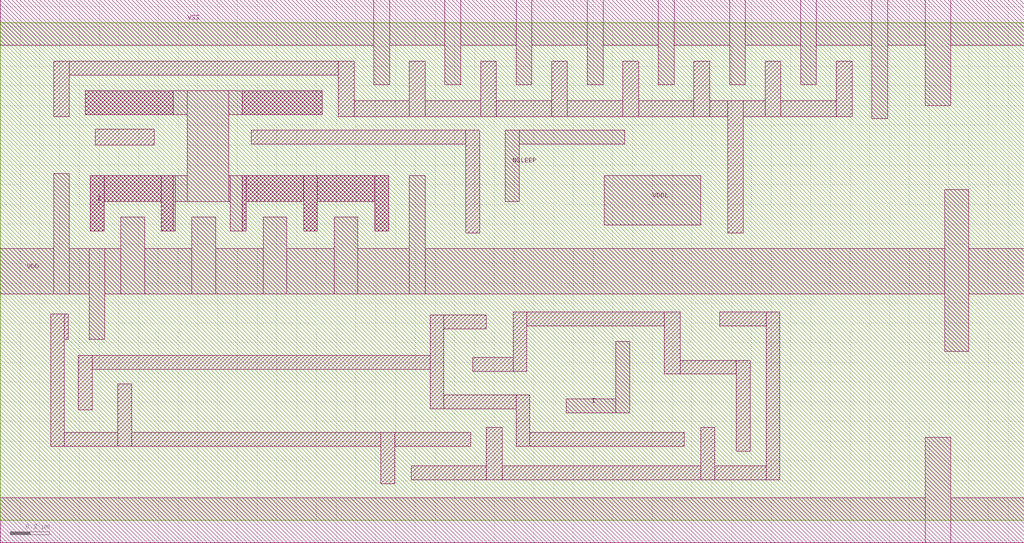
<source format=lef>
###############################################################################
#TSMC Library/IP Product
#Filename: tcbn40lpbwp_9lm6X2ZRDL.lef
#Technology: CLN40LP
#Product Type: Standard Cell
#Product Name: tcbn40lpbwp
#Version: 120c
###############################################################################
# 
#STATEMENT OF USE
#
#This information contains confidential and proprietary information of TSMC.
#No part of this information may be reproduced, transmitted, transcribed,
#stored in a retrieval system, or translated into any human or computer
#language, in any form or by any means, electronic, mechanical, magnetic,
#optical, chemical, manual, or otherwise, without the prior written permission
#of TSMC. This information was prepared for informational purpose and is for
#use by TSMC's customers only. TSMC reserves the right to make changes in the
#information at any time and without notice.
# 
###############################################################################
# DESIGN RULE DOCUMENT: T-N45-CL-DR-001 V1.2

#+
#+Note:
#+      1. Please use Encounter 7.1USR1(or above) for advanced rule modeling support.
#+      2. Antenna ratio defined in OXIDE2 is for OD25/OD33.
#+      3. Please use Captable to get the correct RC values.
#+	4. Set the following command in Encounter to get the correct RC values from 
#+	   Captable when executing NanoRoute.
#+	   setNanoRouteMode -envResistanceFromCapTable true
#+      5. Using TSMC utility for dummy fill is strongly recommended.
#+	6. Please refer to T-N40-CL-RP-020 for DFM via usage.
#+
VERSION	5.7 ;
BUSBITCHARS "[]" ;
DIVIDERCHAR "/" ;

UNITS
    CAPACITANCE PICOFARADS 10 ;
    CURRENT MILLIAMPS 10000 ;
    VOLTAGE VOLTS 1000 ;
    FREQUENCY MEGAHERTZ 10 ;
    DATABASE MICRONS 2000 ;
END UNITS

MANUFACTURINGGRID 0.005 ;

PROPERTYDEFINITIONS 
        # Begin added by Michael Oduoza
	LAYER LEF58_TYPE STRING ;
	LAYER LEF58_WIDTH STRING ;
	LAYER LEF58_ENCLOSURE STRING ;
 	# End added by Michael Oduoza
	LAYER LEF58_ENCLOSUREEDGE STRING ;
	LAYER LEF58_SPACING STRING ;
	LAYER LEF58_AREA STRING ;
	LIBRARY LEF58_MAXVIASTACK STRING "MAXVIASTACK 4 NOSINGLE RANGE M1 M7 ;" ;
END PROPERTYDEFINITIONS

LAYER VTH_P
	TYPE IMPLANT ;
	WIDTH 0.18 ;
	SPACING 0.18 ;
END VTH_P

LAYER VTH_N
	TYPE IMPLANT ;
	WIDTH 0.18 ;
	SPACING 0.18 ;
END VTH_N

LAYER VTL_P
	TYPE IMPLANT ;
	WIDTH 0.18 ;
	SPACING 0.18 ;
END VTL_P

LAYER VTL_N
	TYPE IMPLANT ;
	WIDTH 0.18 ;
	SPACING 0.18 ;
END VTL_N

# Begin added by Michael Oduoza
LAYER RELAY_METAL
  TYPE MASTERSLICE ;
  #DIRECTION HORIZONTAL ;
  WIDTH 0.07 ;
  #AREA 0.0215 ;
  #SPACING 0.07 ;
END RELAY_METAL

LAYER RELAY_VIA
  TYPE MASTERSLICE ;
  #DIRECTION HORIZONTAL ;
  WIDTH 0.07 ;
  #AREA 0.0215 ;
  #SPACING 0.07 ;
END RELAY_VIA

LAYER NEMANC
  TYPE MASTERSLICE ;
  #DIRECTION HORIZONTAL ;
  WIDTH 0.07 ;
  #AREA 0.0215 ;
  #SPACING 0.07 ;
END NEMANC

LAYER NEMCHAN
  TYPE MASTERSLICE ;
  #DIRECTION HORIZONTAL ;
  WIDTH 0.07 ;
  #AREA 0.0215 ;
  #SPACING 0.07 ;
END NEMCHAN

LAYER NEMBODY
  TYPE MASTERSLICE ;
  #DIRECTION HORIZONTAL ;
  WIDTH 0.07 ;
  #AREA 0.0215 ;
  #SPACING 0.07 ;
END NEMBODY

LAYER NEMCONT
  TYPE MASTERSLICE ;
  #DIRECTION HORIZONTAL ;
  WIDTH 0.07 ;
  #AREA 0.0215 ;
  #SPACING 0.07 ;
END NEMCONT
# End added by Michael Oduoza

LAYER PO
    TYPE MASTERSLICE ;
END PO

LAYER CO
    TYPE CUT ;
END CO

LAYER M1
	TYPE ROUTING ;
	DIRECTION HORIZONTAL ;
	PITCH 0.14 ;
	OFFSET 0 ;
        HEIGHT 0.535 ;
	THICKNESS 0.125 ;
	FILLACTIVESPACING 0.6 ;
	WIDTH 0.07 ;
	MAXWIDTH 4.50 ;
	SPACINGTABLE
	PARALLELRUNLENGTH 	0.00	0.27	0.40	0.62	1.50
	WIDTH 0.00		0.07	0.07	0.07	0.07	0.07
	WIDTH 0.17		0.07	0.08	0.08	0.08	0.08
	WIDTH 0.24		0.07	0.12	0.12	0.12	0.12
	WIDTH 0.31		0.07	0.12	0.14	0.14	0.14
	WIDTH 0.62		0.07	0.12	0.14	0.21	0.21
	WIDTH 1.50		0.07	0.12	0.14	0.21	0.50 ;
	PROPERTY LEF58_SPACING "SPACING 0.08 ENDOFLINE 0.09 WITHIN 0.025 PARALLELEDGE 0.08 WITHIN 0.07 MINLENGTH 0.07 ; " ;
	AREA 0.0215 ;
	MINENCLOSEDAREA 0.2 ;
	PROPERTY LEF58_AREA "AREA 0.055 EXCEPTEDGELENGTH 0.17 EXCEPTMINSIZE 0.07 0.17 ;" ;

	MINSTEP 0.07 MAXEDGES 1 ;

	MINIMUMDENSITY 10.0 ;
	MAXIMUMDENSITY 85.0 ;
	DENSITYCHECKWINDOW 125 125 ;
	DENSITYCHECKSTEP 62.5 ;

	MINIMUMCUT 2 WIDTH 0.21 WITHIN 0.141 ;
	MINIMUMCUT 4 WIDTH 0.55 WITHIN 0.141 ;
	MINIMUMCUT 2 WIDTH 0.21 LENGTH 0.21 WITHIN 1.141 ;
	MINIMUMCUT 2 WIDTH 1.4 LENGTH 1.4 WITHIN 2.801 ;
	MINIMUMCUT 2 WIDTH 2.1 LENGTH 7.0 WITHIN 7.101 ;

	ANTENNAMODEL OXIDE1 ;
	ANTENNACUMDIFFAREARATIO PWL ( ( 0 5000 ) ( 0.000025 43000.011 ) ( 0.2 43091.2 ) ( 0.5 43228.0 ) ( 1 43456 ) ( 1.5 43684.0 ) ) ;
	ANTENNAMODEL OXIDE2 ;
	ANTENNACUMDIFFAREARATIO PWL ( ( 0 5000 ) ( 0.000025 43000.011 ) ( 0.2 43091.2 ) ( 0.5 43228.0 ) ( 1 43456 ) ( 1.5 43684.0 ) ) ;

        RESISTANCE RPERSQ	0.3080000000 ;
        CAPACITANCE CPERSQDIST	0.0002317460 ;
        EDGECAPACITANCE	0.0000808000 ;

        ACCURRENTDENSITY	AVERAGE
              FREQUENCY	500 ;
              WIDTH    	0.07000	0.14000	0.50000	1.00000	2.00000	4.50000 ;
              TABLEENTRIES	1.07119	1.14910	1.20519	1.21609	1.22155	1.22458 ;
        ACCURRENTDENSITY	RMS
              FREQUENCY	500 ;
              WIDTH    	0.07000	0.14000	0.50000	1.00000	2.00000	4.50000 ;
              TABLEENTRIES	14.65003	13.51795	11.26055	10.53159	10.10889	9.85397 ;
        ACCURRENTDENSITY	PEAK
              FREQUENCY	500 ;
              WIDTH    	0.07000	0.14000	0.50000	1.00000	2.00000	4.50000 ;
              TABLEENTRIES	30.86577	33.11056	34.72680	35.04107	35.19820	35.28550 ;
        DCCURRENTDENSITY	AVERAGE
              WIDTH    	0.07000	0.14000	0.50000	1.00000	2.00000	4.50000 ;
              TABLEENTRIES	1.07119	1.14910	1.20519	1.21609	1.22155	1.22458 ;
END M1

LAYER VIA1
	TYPE CUT ;
	SPACING 0.095 ;
	SPACING 0.09 ADJACENTCUTS 3 WITHIN 0.098 ;
	SPACING 0.11 PARALLELOVERLAP ;
	SPACING 0.07 SAMENET ;
	PROPERTY LEF58_ENCLOSUREEDGE "ENCLOSUREEDGE BELOW 0.015 WIDTH 0.11 PARALLEL 0.27 WITHIN 0.08 EXCEPTEXTRACUT ;" ;

	ANTENNAMODEL OXIDE1 ;
	ANTENNADIFFAREARATIO PWL ( ( 0 20 ) ( 0.000025 99999 ) ( 0.2 99999 ) ( 0.5 99999 ) ) ;
	ANTENNACUMDIFFAREARATIO PWL ( ( 0 900 ) ( 0.000025 900.00525 ) ( 0.2 942.0 ) ( 0.5 1005.0 ) ( 1 1110 ) ( 1.5 1215.0 ) ) ;
	ANTENNAMODEL OXIDE2 ;
	ANTENNADIFFAREARATIO PWL ( ( 0 20 ) ( 0.000025 99999 ) ( 0.2 99999 ) ( 0.5 99999 ) ) ;
	ANTENNACUMDIFFAREARATIO PWL ( ( 0 50 ) ( 0.000025 900.00525 ) ( 0.2 942.0 ) ( 0.5 1005.0 ) ( 1 1110 ) ( 1.5 1215.0 ) ) ;

        ACCURRENTDENSITY	AVERAGE
              FREQUENCY	500 ;
              TABLEENTRIES	18.14059 ;
        DCCURRENTDENSITY	AVERAGE	18.14059 ;
END VIA1

LAYER M2
	TYPE ROUTING ;
	DIRECTION VERTICAL ;
	PITCH 0.14 ;
	OFFSET 0.07 ;
        HEIGHT 0.735 ;
	THICKNESS 0.14 ;
	FILLACTIVESPACING 0.6 ;
	WIDTH 0.07 ;
	MAXWIDTH 4.50 ;
	SPACINGTABLE
	PARALLELRUNLENGTH 	0.00	0.27	0.40	0.62	1.50
	WIDTH 0.00		0.07	0.07	0.07	0.07	0.07
	WIDTH 0.17		0.07	0.10	0.10	0.10	0.10
	WIDTH 0.24		0.07	0.12	0.12	0.12	0.12
	WIDTH 0.31		0.07	0.12	0.15	0.15	0.15
	WIDTH 0.62		0.07	0.12	0.15	0.21	0.21
	WIDTH 1.50		0.07	0.12	0.15	0.21	0.50 ;
	PROPERTY LEF58_SPACING "SPACING 0.10 ENDOFLINE 0.10 WITHIN 0.035 PARALLELEDGE 0.10 WITHIN 0.10 MINLENGTH 0.07 ; SPACING 0.12 ENDOFLINE 0.10 WITHIN 0.035 PARALLELEDGE 0.12 WITHIN 0.10 MINLENGTH 0.07 ENCLOSECUT BELOW 0.05 CUTSPACING 0.15 ; " ;
	AREA 0.027 ;
	MINENCLOSEDAREA 0.20 ;
	PROPERTY LEF58_AREA "AREA 0.06 EXCEPTEDGELENGTH 0.17 EXCEPTMINSIZE 0.07 0.17 ;" ;

	MINSTEP 0.07 MAXEDGES 1 ;

	MINIMUMDENSITY 10.0 ;
	MAXIMUMDENSITY 85.0 ;
	DENSITYCHECKWINDOW 125 125 ;
	DENSITYCHECKSTEP 62.5 ;

	MINIMUMCUT 2 WIDTH 0.21 WITHIN 0.141 ;
	MINIMUMCUT 4 WIDTH 0.55 WITHIN 0.141 ;
	MINIMUMCUT 2 WIDTH 0.21 LENGTH 0.21 WITHIN 1.141 ;
	MINIMUMCUT 2 WIDTH 1.4 LENGTH 1.4 WITHIN 2.801 ;
	MINIMUMCUT 2 WIDTH 2.1 LENGTH 7.0 WITHIN 7.101 ;

	ANTENNAMODEL OXIDE1 ;
	ANTENNACUMDIFFAREARATIO PWL ( ( 0 5000 ) ( 0.000025 43000.011 ) ( 0.2 43091.2 ) ( 0.5 43228.0 ) ( 1 43456 ) ( 1.5 43684.0 ) ) ;
	ANTENNAMODEL OXIDE2 ;
	ANTENNACUMDIFFAREARATIO PWL ( ( 0 5000 ) ( 0.000025 43000.011 ) ( 0.2 43091.2 ) ( 0.5 43228.0 ) ( 1 43456 ) ( 1.5 43684.0 ) ) ;

        RESISTANCE RPERSQ	0.2780000000 ;
        CAPACITANCE CPERSQDIST	0.0003444444 ;
        EDGECAPACITANCE	0.0000730000 ;

        ACCURRENTDENSITY	AVERAGE
              FREQUENCY	500 ;
              WIDTH    	0.07000	0.14000	0.50000	1.00000	2.00000	4.50000 ;
              TABLEENTRIES	1.16024	1.24462	1.30537	1.31719	1.32309	1.32637 ;
        ACCURRENTDENSITY	RMS
              FREQUENCY	500 ;
              WIDTH    	0.07000	0.14000	0.50000	1.00000	2.00000	4.50000 ;
              TABLEENTRIES	8.07330	7.37682	6.00661	5.55933	5.29799	5.13953 ;
        ACCURRENTDENSITY	PEAK
              FREQUENCY	500 ;
              WIDTH    	0.07000	0.14000	0.50000	1.00000	2.00000	4.50000 ;
              TABLEENTRIES	17.28483	18.54191	19.44701	19.62300	19.71099	19.75988 ;
        DCCURRENTDENSITY	AVERAGE
              WIDTH    	0.07000	0.14000	0.50000	1.00000	2.00000	4.50000 ;
              TABLEENTRIES	1.16024	1.24462	1.30537	1.31719	1.32309	1.32637 ;
END M2

LAYER VIA2
	TYPE CUT ;
	SPACING 0.095 ;
	SPACING 0.09 ADJACENTCUTS 3 WITHIN 0.098 ;
	SPACING 0.11 PARALLELOVERLAP ;
	SPACING 0.07 SAMENET ;

	ANTENNAMODEL OXIDE1 ;
	ANTENNADIFFAREARATIO PWL ( ( 0 20 ) ( 0.000025 99999 ) ( 0.2 99999 ) ( 0.5 99999 ) ) ;
	ANTENNACUMDIFFAREARATIO PWL ( ( 0 900 ) ( 0.000025 900.00525 ) ( 0.2 942.0 ) ( 0.5 1005.0 ) ( 1 1110 ) ( 1.5 1215.0 ) ) ;
	ANTENNAMODEL OXIDE2 ;
	ANTENNADIFFAREARATIO PWL ( ( 0 20 ) ( 0.000025 99999 ) ( 0.2 99999 ) ( 0.5 99999 ) ) ;
	ANTENNACUMDIFFAREARATIO PWL ( ( 0 50 ) ( 0.000025 900.00525 ) ( 0.2 942.0 ) ( 0.5 1005.0 ) ( 1 1110 ) ( 1.5 1215.0 ) ) ;

        ACCURRENTDENSITY	AVERAGE
              FREQUENCY	500 ;
              TABLEENTRIES	18.14059 ;
        DCCURRENTDENSITY	AVERAGE	18.14059 ;
END VIA2

LAYER M3
	TYPE ROUTING ;
	DIRECTION HORIZONTAL ;
	PITCH 0.14 ;
	OFFSET 0 ;
        HEIGHT 0.935 ;
	THICKNESS 0.14 ;
	FILLACTIVESPACING 0.6 ;
	WIDTH 0.07 ;
	MAXWIDTH 4.50 ;
	SPACINGTABLE
	PARALLELRUNLENGTH 	0.00	0.27	0.40	0.62	1.50
	WIDTH 0.00		0.07	0.07	0.07	0.07	0.07
	WIDTH 0.17		0.07	0.10	0.10	0.10	0.10
	WIDTH 0.24		0.07	0.12	0.12	0.12	0.12
	WIDTH 0.31		0.07	0.12	0.15	0.15	0.15
	WIDTH 0.62		0.07	0.12	0.15	0.21	0.21
	WIDTH 1.50		0.07	0.12	0.15	0.21	0.50 ;
	PROPERTY LEF58_SPACING "SPACING 0.10 ENDOFLINE 0.10 WITHIN 0.035 PARALLELEDGE 0.10 WITHIN 0.10 MINLENGTH 0.07 ; SPACING 0.12 ENDOFLINE 0.10 WITHIN 0.035 PARALLELEDGE 0.12 WITHIN 0.10 MINLENGTH 0.07 ENCLOSECUT BELOW 0.05 CUTSPACING 0.15 ; " ;
	AREA 0.027 ;
	MINENCLOSEDAREA 0.20 ;
	PROPERTY LEF58_AREA "AREA 0.06 EXCEPTEDGELENGTH 0.17 EXCEPTMINSIZE 0.07 0.17 ;" ;

	MINSTEP 0.07 MAXEDGES 1 ;

	MINIMUMDENSITY 10.0 ;
	MAXIMUMDENSITY 85.0 ;
	DENSITYCHECKWINDOW 125 125 ;
	DENSITYCHECKSTEP 62.5 ;

	MINIMUMCUT 2 WIDTH 0.21 WITHIN 0.141 ;
	MINIMUMCUT 4 WIDTH 0.55 WITHIN 0.141 ;
	MINIMUMCUT 2 WIDTH 0.21 LENGTH 0.21 WITHIN 1.141 ;
	MINIMUMCUT 2 WIDTH 1.4 LENGTH 1.4 WITHIN 2.801 ;
	MINIMUMCUT 2 WIDTH 2.1 LENGTH 7.0 WITHIN 7.101 ;

	ANTENNAMODEL OXIDE1 ;
	ANTENNACUMDIFFAREARATIO PWL ( ( 0 5000 ) ( 0.000025 43000.011 ) ( 0.2 43091.2 ) ( 0.5 43228.0 ) ( 1 43456 ) ( 1.5 43684.0 ) ) ;
	ANTENNAMODEL OXIDE2 ;
	ANTENNACUMDIFFAREARATIO PWL ( ( 0 5000 ) ( 0.000025 43000.011 ) ( 0.2 43091.2 ) ( 0.5 43228.0 ) ( 1 43456 ) ( 1.5 43684.0 ) ) ;

        RESISTANCE RPERSQ	0.2780000000 ;
        CAPACITANCE CPERSQDIST	0.0003444444 ;
        EDGECAPACITANCE	0.0000730000 ;

        ACCURRENTDENSITY	AVERAGE
              FREQUENCY	500 ;
              WIDTH    	0.07000	0.14000	0.50000	1.00000	2.00000	4.50000 ;
              TABLEENTRIES	1.16024	1.24462	1.30537	1.31719	1.32309	1.32637 ;
        ACCURRENTDENSITY	RMS
              FREQUENCY	500 ;
              WIDTH    	0.07000	0.14000	0.50000	1.00000	2.00000	4.50000 ;
              TABLEENTRIES	7.78447	6.88453	5.13176	4.52648	4.15850	3.92851 ;
        ACCURRENTDENSITY	PEAK
              FREQUENCY	500 ;
              WIDTH    	0.07000	0.14000	0.50000	1.00000	2.00000	4.50000 ;
              TABLEENTRIES	17.28483	18.54191	19.44701	19.62300	19.71099	19.75988 ;
        DCCURRENTDENSITY	AVERAGE
              WIDTH    	0.07000	0.14000	0.50000	1.00000	2.00000	4.50000 ;
              TABLEENTRIES	1.16024	1.24462	1.30537	1.31719	1.32309	1.32637 ;
END M3

LAYER VIA3
	TYPE CUT ;
	SPACING 0.095 ;
	SPACING 0.09 ADJACENTCUTS 3 WITHIN 0.098 ;
	SPACING 0.11 PARALLELOVERLAP ;
	SPACING 0.07 SAMENET ;

	ANTENNAMODEL OXIDE1 ;
	ANTENNADIFFAREARATIO PWL ( ( 0 20 ) ( 0.000025 99999 ) ( 0.2 99999 ) ( 0.5 99999 ) ) ;
	ANTENNACUMDIFFAREARATIO PWL ( ( 0 900 ) ( 0.000025 900.00525 ) ( 0.2 942.0 ) ( 0.5 1005.0 ) ( 1 1110 ) ( 1.5 1215.0 ) ) ;
	ANTENNAMODEL OXIDE2 ;
	ANTENNADIFFAREARATIO PWL ( ( 0 20 ) ( 0.000025 99999 ) ( 0.2 99999 ) ( 0.5 99999 ) ) ;
	ANTENNACUMDIFFAREARATIO PWL ( ( 0 50 ) ( 0.000025 900.00525 ) ( 0.2 942.0 ) ( 0.5 1005.0 ) ( 1 1110 ) ( 1.5 1215.0 ) ) ;

        ACCURRENTDENSITY	AVERAGE
              FREQUENCY	500 ;
              TABLEENTRIES	18.14059 ;
        DCCURRENTDENSITY	AVERAGE	18.14059 ;
END VIA3

LAYER M4
	TYPE ROUTING ;
	DIRECTION VERTICAL ;
	PITCH 0.14 ;
	OFFSET 0.07 ;
        HEIGHT 1.135 ;
	THICKNESS 0.14 ;
	FILLACTIVESPACING 0.6 ;
	WIDTH 0.07 ;
	MAXWIDTH 4.50 ;
	SPACINGTABLE
	PARALLELRUNLENGTH 	0.00	0.27	0.40	0.62	1.50
	WIDTH 0.00		0.07	0.07	0.07	0.07	0.07
	WIDTH 0.17		0.07	0.10	0.10	0.10	0.10
	WIDTH 0.24		0.07	0.12	0.12	0.12	0.12
	WIDTH 0.31		0.07	0.12	0.15	0.15	0.15
	WIDTH 0.62		0.07	0.12	0.15	0.21	0.21
	WIDTH 1.50		0.07	0.12	0.15	0.21	0.50 ;
	PROPERTY LEF58_SPACING "SPACING 0.10 ENDOFLINE 0.10 WITHIN 0.035 PARALLELEDGE 0.10 WITHIN 0.10 MINLENGTH 0.07 ; SPACING 0.12 ENDOFLINE 0.10 WITHIN 0.035 PARALLELEDGE 0.12 WITHIN 0.10 MINLENGTH 0.07 ENCLOSECUT BELOW 0.05 CUTSPACING 0.15 ; " ;
	AREA 0.027 ;
	MINENCLOSEDAREA 0.20 ;
	PROPERTY LEF58_AREA "AREA 0.06 EXCEPTEDGELENGTH 0.17 EXCEPTMINSIZE 0.07 0.17 ;" ;

	MINSTEP 0.07 MAXEDGES 1 ;

	MINIMUMDENSITY 10.0 ;
	MAXIMUMDENSITY 85.0 ;
	DENSITYCHECKWINDOW 125 125 ;
	DENSITYCHECKSTEP 62.5 ;

	MINIMUMCUT 2 WIDTH 0.21 WITHIN 0.141 ;
	MINIMUMCUT 4 WIDTH 0.55 WITHIN 0.141 ;
	MINIMUMCUT 2 WIDTH 0.21 LENGTH 0.21 WITHIN 1.141 ;
	MINIMUMCUT 2 WIDTH 1.4 LENGTH 1.4 WITHIN 2.801 ;
	MINIMUMCUT 2 WIDTH 2.1 LENGTH 7.0 WITHIN 7.101 ;

	ANTENNAMODEL OXIDE1 ;
	ANTENNACUMDIFFAREARATIO PWL ( ( 0 5000 ) ( 0.000025 43000.011 ) ( 0.2 43091.2 ) ( 0.5 43228.0 ) ( 1 43456 ) ( 1.5 43684.0 ) ) ;
	ANTENNAMODEL OXIDE2 ;
	ANTENNACUMDIFFAREARATIO PWL ( ( 0 5000 ) ( 0.000025 43000.011 ) ( 0.2 43091.2 ) ( 0.5 43228.0 ) ( 1 43456 ) ( 1.5 43684.0 ) ) ;

        RESISTANCE RPERSQ	0.2780000000 ;
        CAPACITANCE CPERSQDIST	0.0003444444 ;
        EDGECAPACITANCE	0.0000730000 ;

        ACCURRENTDENSITY	AVERAGE
              FREQUENCY	500 ;
              WIDTH    	0.07000	0.14000	0.50000	1.00000	2.00000	4.50000 ;
              TABLEENTRIES	1.16024	1.24462	1.30537	1.31719	1.32309	1.32637 ;
        ACCURRENTDENSITY	RMS
              FREQUENCY	500 ;
              WIDTH    	0.07000	0.14000	0.50000	1.00000	2.00000	4.50000 ;
              TABLEENTRIES	7.66324	6.67939	4.74864	4.05673	3.62354	3.34586 ;
        ACCURRENTDENSITY	PEAK
              FREQUENCY	500 ;
              WIDTH    	0.07000	0.14000	0.50000	1.00000	2.00000	4.50000 ;
              TABLEENTRIES	17.28483	18.54191	19.44701	19.62300	19.71099	19.75988 ;
        DCCURRENTDENSITY	AVERAGE
              WIDTH    	0.07000	0.14000	0.50000	1.00000	2.00000	4.50000 ;
              TABLEENTRIES	1.16024	1.24462	1.30537	1.31719	1.32309	1.32637 ;
END M4

LAYER VIA4
	TYPE CUT ;
	SPACING 0.095 ;
	SPACING 0.09 ADJACENTCUTS 3 WITHIN 0.098 ;
	SPACING 0.11 PARALLELOVERLAP ;
	SPACING 0.07 SAMENET ;

	ANTENNAMODEL OXIDE1 ;
	ANTENNADIFFAREARATIO PWL ( ( 0 20 ) ( 0.000025 99999 ) ( 0.2 99999 ) ( 0.5 99999 ) ) ;
	ANTENNACUMDIFFAREARATIO PWL ( ( 0 900 ) ( 0.000025 900.00525 ) ( 0.2 942.0 ) ( 0.5 1005.0 ) ( 1 1110 ) ( 1.5 1215.0 ) ) ;
	ANTENNAMODEL OXIDE2 ;
	ANTENNADIFFAREARATIO PWL ( ( 0 20 ) ( 0.000025 99999 ) ( 0.2 99999 ) ( 0.5 99999 ) ) ;
	ANTENNACUMDIFFAREARATIO PWL ( ( 0 50 ) ( 0.000025 900.00525 ) ( 0.2 942.0 ) ( 0.5 1005.0 ) ( 1 1110 ) ( 1.5 1215.0 ) ) ;

        ACCURRENTDENSITY	AVERAGE
              FREQUENCY	500 ;
              TABLEENTRIES	18.14059 ;
        DCCURRENTDENSITY	AVERAGE	18.14059 ;
END VIA4

LAYER M5
	TYPE ROUTING ;
	DIRECTION HORIZONTAL ;
	PITCH 0.14 ;
	OFFSET 0 ;
        HEIGHT 1.335 ;
	THICKNESS 0.14 ;
	FILLACTIVESPACING 0.6 ;
	WIDTH 0.07 ;
	MAXWIDTH 4.50 ;
	SPACINGTABLE
	PARALLELRUNLENGTH 	0.00	0.27	0.40	0.62	1.50
	WIDTH 0.00		0.07	0.07	0.07	0.07	0.07
	WIDTH 0.17		0.07	0.10	0.10	0.10	0.10
	WIDTH 0.24		0.07	0.12	0.12	0.12	0.12
	WIDTH 0.31		0.07	0.12	0.15	0.15	0.15
	WIDTH 0.62		0.07	0.12	0.15	0.21	0.21
	WIDTH 1.50		0.07	0.12	0.15	0.21	0.50 ;
	PROPERTY LEF58_SPACING "SPACING 0.10 ENDOFLINE 0.10 WITHIN 0.035 PARALLELEDGE 0.10 WITHIN 0.10 MINLENGTH 0.07 ; SPACING 0.12 ENDOFLINE 0.10 WITHIN 0.035 PARALLELEDGE 0.12 WITHIN 0.10 MINLENGTH 0.07 ENCLOSECUT BELOW 0.05 CUTSPACING 0.15 ; " ;
	AREA 0.027 ;
	MINENCLOSEDAREA 0.20 ;
	PROPERTY LEF58_AREA "AREA 0.06 EXCEPTEDGELENGTH 0.17 EXCEPTMINSIZE 0.07 0.17 ;" ;

	MINSTEP 0.07 MAXEDGES 1 ;

	MINIMUMDENSITY 10.0 ;
	MAXIMUMDENSITY 85.0 ;
	DENSITYCHECKWINDOW 125 125 ;
	DENSITYCHECKSTEP 62.5 ;

	MINIMUMCUT 2 WIDTH 0.21 WITHIN 0.141 ;
	MINIMUMCUT 4 WIDTH 0.55 WITHIN 0.141 ;
	MINIMUMCUT 2 WIDTH 0.21 LENGTH 0.21 WITHIN 1.141 ;
	MINIMUMCUT 2 WIDTH 1.4 LENGTH 1.4 WITHIN 2.801 ;
	MINIMUMCUT 2 WIDTH 2.1 LENGTH 7.0 WITHIN 7.101 ;

	ANTENNAMODEL OXIDE1 ;
	ANTENNACUMDIFFAREARATIO PWL ( ( 0 5000 ) ( 0.000025 43000.011 ) ( 0.2 43091.2 ) ( 0.5 43228.0 ) ( 1 43456 ) ( 1.5 43684.0 ) ) ;
	ANTENNAMODEL OXIDE2 ;
	ANTENNACUMDIFFAREARATIO PWL ( ( 0 5000 ) ( 0.000025 43000.011 ) ( 0.2 43091.2 ) ( 0.5 43228.0 ) ( 1 43456 ) ( 1.5 43684.0 ) ) ;

        RESISTANCE RPERSQ	0.2780000000 ;
        CAPACITANCE CPERSQDIST	0.0003444444 ;
        EDGECAPACITANCE	0.0000730000 ;

        ACCURRENTDENSITY	AVERAGE
              FREQUENCY	500 ;
              WIDTH    	0.07000	0.14000	0.50000	1.00000	2.00000	4.50000 ;
              TABLEENTRIES	1.16024	1.24462	1.30537	1.31719	1.32309	1.32637 ;
        ACCURRENTDENSITY	RMS
              FREQUENCY	500 ;
              WIDTH    	0.07000	0.14000	0.50000	1.00000	2.00000	4.50000 ;
              TABLEENTRIES	7.60419	6.57371	4.53752	3.78921	3.31016	2.99658 ;
        ACCURRENTDENSITY	PEAK
              FREQUENCY	500 ;
              WIDTH    	0.07000	0.14000	0.50000	1.00000	2.00000	4.50000 ;
              TABLEENTRIES	17.28483	18.54191	19.44701	19.62300	19.71099	19.75988 ;
        DCCURRENTDENSITY	AVERAGE
              WIDTH    	0.07000	0.14000	0.50000	1.00000	2.00000	4.50000 ;
              TABLEENTRIES	1.16024	1.24462	1.30537	1.31719	1.32309	1.32637 ;
END M5

LAYER VIA5
	TYPE CUT ;
	SPACING 0.095 ;
	SPACING 0.09 ADJACENTCUTS 3 WITHIN 0.098 ;
	SPACING 0.11 PARALLELOVERLAP ;
	SPACING 0.07 SAMENET ;

	ANTENNAMODEL OXIDE1 ;
	ANTENNADIFFAREARATIO PWL ( ( 0 20 ) ( 0.000025 99999 ) ( 0.2 99999 ) ( 0.5 99999 ) ) ;
	ANTENNACUMDIFFAREARATIO PWL ( ( 0 900 ) ( 0.000025 900.00525 ) ( 0.2 942.0 ) ( 0.5 1005.0 ) ( 1 1110 ) ( 1.5 1215.0 ) ) ;
	ANTENNAMODEL OXIDE2 ;
	ANTENNADIFFAREARATIO PWL ( ( 0 20 ) ( 0.000025 99999 ) ( 0.2 99999 ) ( 0.5 99999 ) ) ;
	ANTENNACUMDIFFAREARATIO PWL ( ( 0 50 ) ( 0.000025 900.00525 ) ( 0.2 942.0 ) ( 0.5 1005.0 ) ( 1 1110 ) ( 1.5 1215.0 ) ) ;

        ACCURRENTDENSITY	AVERAGE
              FREQUENCY	500 ;
              TABLEENTRIES	18.14059 ;
        DCCURRENTDENSITY	AVERAGE	18.14059 ;
END VIA5

LAYER M6
	TYPE ROUTING ;
	DIRECTION VERTICAL ;
	PITCH 0.14 ;
	OFFSET 0.07 ;
        HEIGHT 1.535 ;
	THICKNESS 0.14 ;
	FILLACTIVESPACING 0.6 ;
	WIDTH 0.07 ;
	MAXWIDTH 4.50 ;
	SPACINGTABLE
	PARALLELRUNLENGTH 	0.00	0.27	0.40	0.62	1.50
	WIDTH 0.00		0.07	0.07	0.07	0.07	0.07
	WIDTH 0.17		0.07	0.10	0.10	0.10	0.10
	WIDTH 0.24		0.07	0.12	0.12	0.12	0.12
	WIDTH 0.31		0.07	0.12	0.15	0.15	0.15
	WIDTH 0.62		0.07	0.12	0.15	0.21	0.21
	WIDTH 1.50		0.07	0.12	0.15	0.21	0.50 ;
	PROPERTY LEF58_SPACING "SPACING 0.10 ENDOFLINE 0.10 WITHIN 0.035 PARALLELEDGE 0.10 WITHIN 0.10 MINLENGTH 0.07 ; SPACING 0.12 ENDOFLINE 0.10 WITHIN 0.035 PARALLELEDGE 0.12 WITHIN 0.10 MINLENGTH 0.07 ENCLOSECUT BELOW 0.05 CUTSPACING 0.15 ; " ;
	AREA 0.027 ;
	MINENCLOSEDAREA 0.20 ;
	PROPERTY LEF58_AREA "AREA 0.06 EXCEPTEDGELENGTH 0.17 EXCEPTMINSIZE 0.07 0.17 ;" ;

	MINSTEP 0.07 MAXEDGES 1 ;

	MINIMUMDENSITY 10.0 ;
	MAXIMUMDENSITY 85.0 ;
	DENSITYCHECKWINDOW 125 125 ;
	DENSITYCHECKSTEP 62.5 ;

	MINIMUMCUT 2 WIDTH 0.21 WITHIN 0.141 ;
	MINIMUMCUT 4 WIDTH 0.55 WITHIN 0.141 ;
	MINIMUMCUT 2 WIDTH 0.21 LENGTH 0.21 WITHIN 1.141 ;
	MINIMUMCUT 2 WIDTH 1.4 LENGTH 1.4 WITHIN 2.801 ;
	MINIMUMCUT 2 WIDTH 2.1 LENGTH 7.0 WITHIN 7.101 ;

	ANTENNAMODEL OXIDE1 ;
	ANTENNACUMDIFFAREARATIO PWL ( ( 0 5000 ) ( 0.000025 43000.011 ) ( 0.2 43091.2 ) ( 0.5 43228.0 ) ( 1 43456 ) ( 1.5 43684.0 ) ) ;
	ANTENNAMODEL OXIDE2 ;
	ANTENNACUMDIFFAREARATIO PWL ( ( 0 5000 ) ( 0.000025 43000.011 ) ( 0.2 43091.2 ) ( 0.5 43228.0 ) ( 1 43456 ) ( 1.5 43684.0 ) ) ;

        RESISTANCE RPERSQ	0.2780000000 ;
        CAPACITANCE CPERSQDIST	0.0003444444 ;
        EDGECAPACITANCE	0.0000730000 ;

        ACCURRENTDENSITY	AVERAGE
              FREQUENCY	500 ;
              WIDTH    	0.07000	0.14000	0.50000	1.00000	2.00000	4.50000 ;
              TABLEENTRIES	1.16024	1.24462	1.30537	1.31719	1.32309	1.32637 ;
        ACCURRENTDENSITY	RMS
              FREQUENCY	500 ;
              WIDTH    	0.07000	0.14000	0.50000	1.00000	2.00000	4.50000 ;
              TABLEENTRIES	7.56754	6.50734	4.40119	3.61285	3.09928	2.75703 ;
        ACCURRENTDENSITY	PEAK
              FREQUENCY	500 ;
              WIDTH    	0.07000	0.14000	0.50000	1.00000	2.00000	4.50000 ;
              TABLEENTRIES	17.28483	18.54191	19.44701	19.62300	19.71099	19.75988 ;
        DCCURRENTDENSITY	AVERAGE
              WIDTH    	0.07000	0.14000	0.50000	1.00000	2.00000	4.50000 ;
              TABLEENTRIES	1.16024	1.24462	1.30537	1.31719	1.32309	1.32637 ;
END M6

LAYER VIA6
	TYPE CUT ;
	SPACING 0.095 ;
	SPACING 0.09 ADJACENTCUTS 3 WITHIN 0.098 ;
	SPACING 0.11 PARALLELOVERLAP ;
	SPACING 0.07 SAMENET ;

	ANTENNAMODEL OXIDE1 ;
	ANTENNADIFFAREARATIO PWL ( ( 0 20 ) ( 0.000025 99999 ) ( 0.2 99999 ) ( 0.5 99999 ) ) ;
	ANTENNACUMDIFFAREARATIO PWL ( ( 0 900 ) ( 0.000025 900.00525 ) ( 0.2 942.0 ) ( 0.5 1005.0 ) ( 1 1110 ) ( 1.5 1215.0 ) ) ;
	ANTENNAMODEL OXIDE2 ;
	ANTENNADIFFAREARATIO PWL ( ( 0 20 ) ( 0.000025 99999 ) ( 0.2 99999 ) ( 0.5 99999 ) ) ;
	ANTENNACUMDIFFAREARATIO PWL ( ( 0 50 ) ( 0.000025 900.00525 ) ( 0.2 942.0 ) ( 0.5 1005.0 ) ( 1 1110 ) ( 1.5 1215.0 ) ) ;

        ACCURRENTDENSITY	AVERAGE
              FREQUENCY	500 ;
              TABLEENTRIES	18.14059 ;
        DCCURRENTDENSITY	AVERAGE	18.14059 ;
END VIA6

LAYER M7
	TYPE ROUTING ;
	DIRECTION HORIZONTAL ;
	PITCH 0.14 ;
	OFFSET 0 ;
        HEIGHT 1.735 ;
	THICKNESS 0.14 ;
	FILLACTIVESPACING 0.6 ;
	WIDTH 0.07 ;
	MAXWIDTH 4.50 ;
	SPACINGTABLE
	PARALLELRUNLENGTH 	0.00	0.27	0.40	0.62	1.50
	WIDTH 0.00		0.07	0.07	0.07	0.07	0.07
	WIDTH 0.17		0.07	0.10	0.10	0.10	0.10
	WIDTH 0.24		0.07	0.12	0.12	0.12	0.12
	WIDTH 0.31		0.07	0.12	0.15	0.15	0.15
	WIDTH 0.62		0.07	0.12	0.15	0.21	0.21
	WIDTH 1.50		0.07	0.12	0.15	0.21	0.50 ;
	PROPERTY LEF58_SPACING "SPACING 0.10 ENDOFLINE 0.10 WITHIN 0.035 PARALLELEDGE 0.10 WITHIN 0.10 MINLENGTH 0.07 ; SPACING 0.12 ENDOFLINE 0.10 WITHIN 0.035 PARALLELEDGE 0.12 WITHIN 0.10 MINLENGTH 0.07 ENCLOSECUT BELOW 0.05 CUTSPACING 0.15 ; " ;
	AREA 0.027 ;
	MINENCLOSEDAREA 0.20 ;
	PROPERTY LEF58_AREA "AREA 0.06 EXCEPTEDGELENGTH 0.17 EXCEPTMINSIZE 0.07 0.17 ;" ;

	MINSTEP 0.07 MAXEDGES 1 ;

	MINIMUMDENSITY 10.0 ;
	MAXIMUMDENSITY 85.0 ;
	DENSITYCHECKWINDOW 125 125 ;
	DENSITYCHECKSTEP 62.5 ;

	MINIMUMCUT 2 WIDTH 0.21 WITHIN 0.141 FROMBELOW ;
	MINIMUMCUT 4 WIDTH 0.55 WITHIN 0.141 FROMBELOW ;
	MINIMUMCUT 2 WIDTH 1.8 WITHIN 1.701 FROMABOVE ;
	MINIMUMCUT 2 WIDTH 0.21 FROMBELOW LENGTH 0.21 WITHIN 1.141 ;
	MINIMUMCUT 2 WIDTH 1.4 FROMBELOW LENGTH 1.4 WITHIN 2.801 ;
	MINIMUMCUT 2 WIDTH 2.1 FROMBELOW LENGTH 7.0 WITHIN 7.101 ;
	MINIMUMCUT 2 WIDTH 3.0 FROMABOVE LENGTH 10.0 WITHIN 5.001 ;

	ANTENNAMODEL OXIDE1 ;
	ANTENNACUMDIFFAREARATIO PWL ( ( 0 5000 ) ( 0.000025 43000.011 ) ( 0.2 43091.2 ) ( 0.5 43228.0 ) ( 1 43456 ) ( 1.5 43684.0 ) ) ;
	ANTENNAMODEL OXIDE2 ;
	ANTENNACUMDIFFAREARATIO PWL ( ( 0 5000 ) ( 0.000025 43000.011 ) ( 0.2 43091.2 ) ( 0.5 43228.0 ) ( 1 43456 ) ( 1.5 43684.0 ) ) ;

        RESISTANCE RPERSQ	0.2780000000 ;
        CAPACITANCE CPERSQDIST	0.0003444444 ;
        EDGECAPACITANCE	0.0000732000 ;

        ACCURRENTDENSITY	AVERAGE
              FREQUENCY	500 ;
              WIDTH    	0.07000	0.14000	0.50000	1.00000	2.00000	4.50000 ;
              TABLEENTRIES	1.16024	1.24462	1.30537	1.31719	1.32309	1.32637 ;
        ACCURRENTDENSITY	RMS
              FREQUENCY	500 ;
              WIDTH    	0.07000	0.14000	0.50000	1.00000	2.00000	4.50000 ;
              TABLEENTRIES	7.54402	6.46312	4.30689	3.48854	2.94786	2.58199 ;
        ACCURRENTDENSITY	PEAK
              FREQUENCY	500 ;
              WIDTH    	0.07000	0.14000	0.50000	1.00000	2.00000	4.50000 ;
              TABLEENTRIES	17.28483	18.54191	19.44701	19.62300	19.71099	19.75988 ;
        DCCURRENTDENSITY	AVERAGE
              WIDTH    	0.07000	0.14000	0.50000	1.00000	2.00000	4.50000 ;
              TABLEENTRIES	1.16024	1.24462	1.30537	1.31719	1.32309	1.32637 ;
END M7

# Begin edited by Michael Oduoza
LAYER VIA7
	TYPE CUT ;
	SPACING 0.095 ;
	SPACING 0.09 ADJACENTCUTS 3 WITHIN 0.098 ;
	SPACING 0.11 PARALLELOVERLAP ;
	SPACING 0.07 SAMENET ;

	ANTENNAMODEL OXIDE1 ;
	ANTENNADIFFAREARATIO PWL ( ( 0 20 ) ( 0.000025 99999 ) ( 0.2 99999 ) ( 0.5 99999 ) ) ;
	ANTENNACUMDIFFAREARATIO PWL ( ( 0 900 ) ( 0.000025 900.00525 ) ( 0.2 942.0 ) ( 0.5 1005.0 ) ( 1 1110 ) ( 1.5 1215.0 ) ) ;
	ANTENNAMODEL OXIDE2 ;
	ANTENNADIFFAREARATIO PWL ( ( 0 20 ) ( 0.000025 99999 ) ( 0.2 99999 ) ( 0.5 99999 ) ) ;
	ANTENNACUMDIFFAREARATIO PWL ( ( 0 50 ) ( 0.000025 900.00525 ) ( 0.2 942.0 ) ( 0.5 1005.0 ) ( 1 1110 ) ( 1.5 1215.0 ) ) ;

        ACCURRENTDENSITY	AVERAGE
              FREQUENCY	500 ;
              TABLEENTRIES	18.14059 ;
        DCCURRENTDENSITY	AVERAGE	18.14059 ;
END VIA7

LAYER M8
	TYPE ROUTING ;
	DIRECTION VERTICAL ;
	PITCH 0.14 ;
	OFFSET 0 ;
        HEIGHT 1.735 ;
	THICKNESS 0.14 ;
	FILLACTIVESPACING 0.6 ;
	WIDTH 0.07 ;
	MAXWIDTH 4.50 ;
	SPACINGTABLE
	PARALLELRUNLENGTH 	0.00	0.27	0.40	0.62	1.50
	WIDTH 0.00		0.07	0.07	0.07	0.07	0.07
	WIDTH 0.17		0.07	0.10	0.10	0.10	0.10
	WIDTH 0.24		0.07	0.12	0.12	0.12	0.12
	WIDTH 0.31		0.07	0.12	0.15	0.15	0.15
	WIDTH 0.62		0.07	0.12	0.15	0.21	0.21
	WIDTH 1.50		0.07	0.12	0.15	0.21	0.50 ;
	PROPERTY LEF58_SPACING "SPACING 0.10 ENDOFLINE 0.10 WITHIN 0.035 PARALLELEDGE 0.10 WITHIN 0.10 MINLENGTH 0.07 ; SPACING 0.12 ENDOFLINE 0.10 WITHIN 0.035 PARALLELEDGE 0.12 WITHIN 0.10 MINLENGTH 0.07 ENCLOSECUT BELOW 0.05 CUTSPACING 0.15 ; " ;
	AREA 0.027 ;
	MINENCLOSEDAREA 0.20 ;
	PROPERTY LEF58_AREA "AREA 0.06 EXCEPTEDGELENGTH 0.17 EXCEPTMINSIZE 0.07 0.17 ;" ;

	MINSTEP 0.07 MAXEDGES 1 ;

	MINIMUMDENSITY 10.0 ;
	MAXIMUMDENSITY 85.0 ;
	DENSITYCHECKWINDOW 125 125 ;
	DENSITYCHECKSTEP 62.5 ;

	MINIMUMCUT 2 WIDTH 0.21 WITHIN 0.141 FROMBELOW ;
	MINIMUMCUT 4 WIDTH 0.55 WITHIN 0.141 FROMBELOW ;
	MINIMUMCUT 2 WIDTH 1.8 WITHIN 1.701 FROMABOVE ;
	MINIMUMCUT 2 WIDTH 0.21 FROMBELOW LENGTH 0.21 WITHIN 1.141 ;
	MINIMUMCUT 2 WIDTH 1.4 FROMBELOW LENGTH 1.4 WITHIN 2.801 ;
	MINIMUMCUT 2 WIDTH 2.1 FROMBELOW LENGTH 7.0 WITHIN 7.101 ;
	MINIMUMCUT 2 WIDTH 3.0 FROMABOVE LENGTH 10.0 WITHIN 5.001 ;

	ANTENNAMODEL OXIDE1 ;
	ANTENNACUMDIFFAREARATIO PWL ( ( 0 5000 ) ( 0.000025 43000.011 ) ( 0.2 43091.2 ) ( 0.5 43228.0 ) ( 1 43456 ) ( 1.5 43684.0 ) ) ;
	ANTENNAMODEL OXIDE2 ;
	ANTENNACUMDIFFAREARATIO PWL ( ( 0 5000 ) ( 0.000025 43000.011 ) ( 0.2 43091.2 ) ( 0.5 43228.0 ) ( 1 43456 ) ( 1.5 43684.0 ) ) ;

        RESISTANCE RPERSQ	0.2780000000 ;
        CAPACITANCE CPERSQDIST	0.0003444444 ;
        EDGECAPACITANCE	0.0000732000 ;

        ACCURRENTDENSITY	AVERAGE
              FREQUENCY	500 ;
              WIDTH    	0.07000	0.14000	0.50000	1.00000	2.00000	4.50000 ;
              TABLEENTRIES	1.16024	1.24462	1.30537	1.31719	1.32309	1.32637 ;
        ACCURRENTDENSITY	RMS
              FREQUENCY	500 ;
              WIDTH    	0.07000	0.14000	0.50000	1.00000	2.00000	4.50000 ;
              TABLEENTRIES	7.54402	6.46312	4.30689	3.48854	2.94786	2.58199 ;
        ACCURRENTDENSITY	PEAK
              FREQUENCY	500 ;
              WIDTH    	0.07000	0.14000	0.50000	1.00000	2.00000	4.50000 ;
              TABLEENTRIES	17.28483	18.54191	19.44701	19.62300	19.71099	19.75988 ;
        DCCURRENTDENSITY	AVERAGE
              WIDTH    	0.07000	0.14000	0.50000	1.00000	2.00000	4.50000 ;
              TABLEENTRIES	1.16024	1.24462	1.30537	1.31719	1.32309	1.32637 ;
END M8

LAYER VIA8
	TYPE CUT ;
	SPACING 0.34 ;
	SPACING 0.54 ADJACENTCUTS 3 WITHIN 0.56 ;

	ANTENNAMODEL OXIDE1 ;
	ANTENNADIFFAREARATIO PWL ( ( 0 20 ) ( 0.000025 99999 ) ( 0.2 99999 ) ( 0.5 99999 ) ) ;
	ANTENNACUMDIFFAREARATIO PWL ( ( 0 900 ) ( 0.000025 900.00525 ) ( 0.2 942.0 ) ( 0.5 1005.0 ) ( 1 1110 ) ( 1.5 1215.0 ) ) ;
	ANTENNAMODEL OXIDE2 ;
	ANTENNADIFFAREARATIO PWL ( ( 0 20 ) ( 0.000025 99999 ) ( 0.2 99999 ) ( 0.5 99999 ) ) ;
	ANTENNACUMDIFFAREARATIO PWL ( ( 0 50 ) ( 0.000025 900.00525 ) ( 0.2 942.0 ) ( 0.5 1005.0 ) ( 1 1110 ) ( 1.5 1215.0 ) ) ;

        ACCURRENTDENSITY	AVERAGE
              FREQUENCY	500 ;
              TABLEENTRIES	29.31146 ;
        DCCURRENTDENSITY	AVERAGE	29.31146 ;
END VIA8

LAYER M9
	TYPE ROUTING ;
	DIRECTION HORIZONTAL ;
	PITCH 0.14 ;
	OFFSET 0 ;
        HEIGHT 1.735 ;
	THICKNESS 0.14 ;
	FILLACTIVESPACING 0.6 ;
	WIDTH 0.07 ;
	MAXWIDTH 4.50 ;
	SPACINGTABLE
	PARALLELRUNLENGTH 	0.00	0.27	0.40	0.62	1.50
	WIDTH 0.00		0.07	0.07	0.07	0.07	0.07
	WIDTH 0.17		0.07	0.10	0.10	0.10	0.10
	WIDTH 0.24		0.07	0.12	0.12	0.12	0.12
	WIDTH 0.31		0.07	0.12	0.15	0.15	0.15
	WIDTH 0.62		0.07	0.12	0.15	0.21	0.21
	WIDTH 1.50		0.07	0.12	0.15	0.21	0.50 ;
	PROPERTY LEF58_SPACING "SPACING 0.10 ENDOFLINE 0.10 WITHIN 0.035 PARALLELEDGE 0.10 WITHIN 0.10 MINLENGTH 0.07 ; SPACING 0.12 ENDOFLINE 0.10 WITHIN 0.035 PARALLELEDGE 0.12 WITHIN 0.10 MINLENGTH 0.07 ENCLOSECUT BELOW 0.05 CUTSPACING 0.15 ; " ;
	AREA 0.027 ;
	MINENCLOSEDAREA 0.20 ;
	PROPERTY LEF58_AREA "AREA 0.06 EXCEPTEDGELENGTH 0.17 EXCEPTMINSIZE 0.07 0.17 ;" ;

	MINSTEP 0.07 MAXEDGES 1 ;

	MINIMUMDENSITY 10.0 ;
	MAXIMUMDENSITY 85.0 ;
	DENSITYCHECKWINDOW 125 125 ;
	DENSITYCHECKSTEP 62.5 ;

	MINIMUMCUT 2 WIDTH 0.21 WITHIN 0.141 FROMBELOW ;
	MINIMUMCUT 4 WIDTH 0.55 WITHIN 0.141 FROMBELOW ;
	MINIMUMCUT 2 WIDTH 1.8 WITHIN 1.701 FROMABOVE ;
	MINIMUMCUT 2 WIDTH 0.21 FROMBELOW LENGTH 0.21 WITHIN 1.141 ;
	MINIMUMCUT 2 WIDTH 1.4 FROMBELOW LENGTH 1.4 WITHIN 2.801 ;
	MINIMUMCUT 2 WIDTH 2.1 FROMBELOW LENGTH 7.0 WITHIN 7.101 ;
	MINIMUMCUT 2 WIDTH 3.0 FROMABOVE LENGTH 10.0 WITHIN 5.001 ;

	ANTENNAMODEL OXIDE1 ;
	ANTENNACUMDIFFAREARATIO PWL ( ( 0 5000 ) ( 0.000025 43000.011 ) ( 0.2 43091.2 ) ( 0.5 43228.0 ) ( 1 43456 ) ( 1.5 43684.0 ) ) ;
	ANTENNAMODEL OXIDE2 ;
	ANTENNACUMDIFFAREARATIO PWL ( ( 0 5000 ) ( 0.000025 43000.011 ) ( 0.2 43091.2 ) ( 0.5 43228.0 ) ( 1 43456 ) ( 1.5 43684.0 ) ) ;

        RESISTANCE RPERSQ	0.2780000000 ;
        CAPACITANCE CPERSQDIST	0.0003444444 ;
        EDGECAPACITANCE	0.0000732000 ;

        ACCURRENTDENSITY	AVERAGE
              FREQUENCY	500 ;
              WIDTH    	0.07000	0.14000	0.50000	1.00000	2.00000	4.50000 ;
              TABLEENTRIES	1.16024	1.24462	1.30537	1.31719	1.32309	1.32637 ;
        ACCURRENTDENSITY	RMS
              FREQUENCY	500 ;
              WIDTH    	0.07000	0.14000	0.50000	1.00000	2.00000	4.50000 ;
              TABLEENTRIES	7.54402	6.46312	4.30689	3.48854	2.94786	2.58199 ;
        ACCURRENTDENSITY	PEAK
              FREQUENCY	500 ;
              WIDTH    	0.07000	0.14000	0.50000	1.00000	2.00000	4.50000 ;
              TABLEENTRIES	17.28483	18.54191	19.44701	19.62300	19.71099	19.75988 ;
        DCCURRENTDENSITY	AVERAGE
              WIDTH    	0.07000	0.14000	0.50000	1.00000	2.00000	4.50000 ;
              TABLEENTRIES	1.16024	1.24462	1.30537	1.31719	1.32309	1.32637 ;
END M9
# End edited by Michael Oduoza

LAYER RV
	TYPE CUT ;
	SPACING 2.0 ;

	ANTENNAMODEL OXIDE1 ;
	ANTENNADIFFAREARATIO PWL ( ( 0 200 ) ( 0.000025 400.00207 ) ( 0.2 416.6 ) ( 0.5 441.5 ) ( 1 483 ) ( 1.5 524.5 ) ) ;
	ANTENNAMODEL OXIDE2 ;
	ANTENNADIFFAREARATIO PWL ( ( 0 20 ) ( 0.000025 400.00207 ) ( 0.2 416.6 ) ( 0.5 441.5 ) ( 1 483 ) ( 1.5 524.5 ) ) ;

        ACCURRENTDENSITY	AVERAGE
              FREQUENCY	500 ;
              TABLEENTRIES	1.66667 ;
        DCCURRENTDENSITY	AVERAGE	1.66667 ;
END RV

LAYER AP
	TYPE ROUTING ;
	DIRECTION VERTICAL ;
	OFFSET 0.07 ;
	PITCH 5.0 ;
	WIDTH 2.0 ;
	MAXWIDTH 35.0 ;
	SPACING 2.0 ;
        HEIGHT 5.035 ;
	THICKNESS 1.45 ;

	MINIMUMDENSITY 10.0 ;
	MAXIMUMDENSITY 70.0 ;
	DENSITYCHECKWINDOW 100 100 ;
	DENSITYCHECKSTEP 50 ;

	ANTENNAMODEL OXIDE1 ;
	ANTENNADIFFSIDEAREARATIO PWL ( ( 0 2000 ) ( 0.000025 30000.2 ) ( 0.2 31600.0 ) ( 0.5 34000.0 ) ( 1 38000 ) ( 1.5 42000.0 ) ) ;
	ANTENNAMODEL OXIDE2 ;
	ANTENNADIFFSIDEAREARATIO PWL ( ( 0 1000 ) ( 0.000025 30000.2 ) ( 0.2 31600.0 ) ( 0.5 34000.0 ) ( 1 38000 ) ( 1.5 42000.0 ) ) ;

        RESISTANCE RPERSQ	0.0210000000 ;
        CAPACITANCE CPERSQDIST	0.0000611111 ;
        EDGECAPACITANCE	0.0000595000 ;

        ACCURRENTDENSITY	AVERAGE
              FREQUENCY	500 ;
              WIDTH    	2.00000	5.00000	8.00000	15.00000	20.00000	35.00000 ;
              TABLEENTRIES	3.00000	3.00000	3.00000	3.00000	3.00000	3.00000 ;
        ACCURRENTDENSITY	RMS
              FREQUENCY	500 ;
              WIDTH    	2.00000	5.00000	8.00000	15.00000	20.00000	35.00000 ;
              TABLEENTRIES	5.77325	4.57735	4.22583	3.93074	3.84227	3.72544 ;
        ACCURRENTDENSITY	PEAK
              FREQUENCY	500 ;
              WIDTH    	2.00000	5.00000	8.00000	15.00000	20.00000	35.00000 ;
              TABLEENTRIES	82.02439	82.02439	82.02439	82.02439	82.02439	82.02439 ;
        DCCURRENTDENSITY	AVERAGE
              WIDTH    	2.00000	5.00000	8.00000	15.00000	20.00000	35.00000 ;
              TABLEENTRIES	3.00000	3.00000	3.00000	3.00000	3.00000	3.00000 ;
END AP

LAYER OVERLAP
    TYPE OVERLAP ;
END OVERLAP
VIA VIA12_pin
        RESISTANCE 6.7000000000 ;
	LAYER M1 ;
		RECT -0.035 -0.035  0.035  0.035 ;
	LAYER VIA1 ;
		RECT -0.035 -0.035  0.035  0.035 ;
	LAYER M2 ;
		RECT -0.035 -0.035  0.035  0.035 ;
END VIA12_pin

VIA CONT1 DEFAULT
        RESISTANCE 44.0000000000 ;
	LAYER PO ;
		RECT -0.04 -0.05 0.04 0.05 ;
	LAYER CO ;
		RECT -0.03 -0.03 0.03 0.03 ;
	LAYER M1 ;
		RECT -0.06 -0.035 0.06 0.035 ;
END CONT1

VIA VIA9AP_1cutA DEFAULT
        RESISTANCE 0.0640000000 ;
	LAYER M9 ;
		RECT -2.0 -2.0 2.0 2.0 ;
	LAYER RV ;
		RECT -1.5 -1.5 1.5 1.5 ;
	LAYER AP ;
		RECT -2.0 -2.0 2.0 2.0 ;
END VIA9AP_1cutA

VIA VIA12_1cut DEFAULT
        RESISTANCE 6.7000000000 ;
	LAYER M1 ;
		RECT -0.065 -0.035 0.065 0.035 ;
	LAYER VIA1 ;
		RECT -0.035 -0.035 0.035 0.035 ;
	LAYER M2 ;
		RECT -0.035 -0.065 0.035 0.065 ;
END VIA12_1cut

VIA VIA12_1cut_FAT_C DEFAULT
        RESISTANCE 6.7000000000 ;
	LAYER M1 ;
		RECT -0.085 -0.035 0.085 0.035 ;
	LAYER VIA1 ;
		RECT -0.035 -0.035 0.035 0.035 ;
	LAYER M2 ;
		RECT -0.035 -0.085 0.035 0.085 ;
END VIA12_1cut_FAT_C

VIA VIA12_1cut_FAT_V DEFAULT
        RESISTANCE 6.7000000000 ;
	LAYER M1 ;
		RECT -0.035 -0.085 0.035 0.085 ;
	LAYER VIA1 ;
		RECT -0.035 -0.035 0.035 0.035 ;
	LAYER M2 ;
		RECT -0.035 -0.085 0.035 0.085 ;
END VIA12_1cut_FAT_V

VIA VIA12_1cut_FAT_VN DEFAULT
        RESISTANCE 6.7000000000 ;
	LAYER M1 ;
		RECT -0.035 -0.065 0.035 0.105 ;
	LAYER VIA1 ;
		RECT -0.035 -0.015 0.035 0.055 ;
	LAYER M2 ;
		RECT -0.035 -0.065 0.035 0.105 ;
END VIA12_1cut_FAT_VN

VIA VIA12_1cut_FAT_VS DEFAULT
        RESISTANCE 6.7000000000 ;
	LAYER M1 ;
		RECT -0.035 -0.105 0.035 0.065 ;
	LAYER VIA1 ;
		RECT -0.035 -0.055 0.035 0.015 ;
	LAYER M2 ;
		RECT -0.035 -0.105 0.035 0.065 ;
END VIA12_1cut_FAT_VS

VIA VIA12_1cut_H DEFAULT
        RESISTANCE 6.7000000000 ;
	LAYER M1 ;
		RECT -0.065 -0.035 0.065 0.035 ;
	LAYER VIA1 ;
		RECT -0.035 -0.035 0.035 0.035 ;
	LAYER M2 ;
		RECT -0.065 -0.035 0.065 0.035 ;
END VIA12_1cut_H

VIA VIA12_1cut_R90 DEFAULT
        RESISTANCE 6.7000000000 ;
	LAYER M1 ;
		RECT -0.035 -0.065 0.035 0.065 ;
	LAYER VIA1 ;
		RECT -0.035 -0.035 0.035 0.035 ;
	LAYER M2 ;
		RECT -0.065 -0.035 0.065 0.035 ;
END VIA12_1cut_R90

VIA VIA12_1cut_V DEFAULT
        RESISTANCE 6.7000000000 ;
	LAYER M1 ;
		RECT -0.035 -0.065 0.035 0.065 ;
	LAYER VIA1 ;
		RECT -0.035 -0.035 0.035 0.035 ;
	LAYER M2 ;
		RECT -0.035 -0.065 0.035 0.065 ;
END VIA12_1cut_V

VIA VIA12_2cut_p1_CV DEFAULT
        RESISTANCE 3.3500000000 ;
	LAYER M1 ;
		RECT -0.035 -0.135 0.035 0.135 ;
	LAYER VIA1 ;
		RECT -0.035 -0.105 0.035 -0.035 ;
		RECT -0.035 0.035 0.035 0.105 ;
	LAYER M2 ;
		RECT -0.065 -0.105 0.065 0.105 ;
END VIA12_2cut_p1_CV

VIA VIA12_2cut_p1_E DEFAULT
        RESISTANCE 3.3500000000 ;
	LAYER M1 ;
		RECT -0.065 -0.035 0.205 0.035 ;
	LAYER VIA1 ;
		RECT -0.035 -0.035 0.035 0.035 ;
		RECT 0.105 -0.035 0.175 0.035 ;
	LAYER M2 ;
		RECT -0.035 -0.065 0.175 0.065 ;
END VIA12_2cut_p1_E

VIA VIA12_2cut_p1_W DEFAULT
        RESISTANCE 3.3500000000 ;
	LAYER M1 ;
		RECT -0.205 -0.035 0.065 0.035 ;
	LAYER VIA1 ;
		RECT -0.175 -0.035 -0.105 0.035 ;
		RECT -0.035 -0.035 0.035 0.035 ;
	LAYER M2 ;
		RECT -0.175 -0.065 0.035 0.065 ;
END VIA12_2cut_p1_W

VIA VIA12_2cut_p2_BLC DEFAULT
        RESISTANCE 3.3500000000 ;
	LAYER M1 ;
		RECT -0.035 -0.135 0.035 0.135 ;
	LAYER VIA1 ;
		RECT -0.035 -0.105 0.035 -0.035 ;
		RECT -0.035 0.035 0.035 0.105 ;
	LAYER M2 ;
		RECT -0.035 -0.26 0.035 0.26 ;
END VIA12_2cut_p2_BLC

VIA VIA12_2cut_p2_BLN DEFAULT
        RESISTANCE 3.3500000000 ;
	LAYER M1 ;
		RECT -0.035 -0.065 0.035 0.205 ;
	LAYER VIA1 ;
		RECT -0.035 -0.035 0.035 0.035 ;
		RECT -0.035 0.105 0.035 0.175 ;
	LAYER M2 ;
		RECT -0.035 -0.19 0.035 0.33 ;
END VIA12_2cut_p2_BLN

VIA VIA12_2cut_p2_BLS DEFAULT
        RESISTANCE 3.3500000000 ;
	LAYER M1 ;
		RECT -0.035 -0.205 0.035 0.065 ;
	LAYER VIA1 ;
		RECT -0.035 -0.175 0.035 -0.105 ;
		RECT -0.035 -0.035 0.035 0.035 ;
	LAYER M2 ;
		RECT -0.035 -0.33 0.035 0.19 ;
END VIA12_2cut_p2_BLS

VIA VIA12_2cut_p2_SLN DEFAULT
        RESISTANCE 3.3500000000 ;
	LAYER M1 ;
		RECT -0.035 -0.065 0.035 0.205 ;
	LAYER VIA1 ;
		RECT -0.035 -0.035 0.035 0.035 ;
		RECT -0.035 0.105 0.035 0.175 ;
	LAYER M2 ;
		RECT -0.035 -0.085 0.035 0.435 ;
END VIA12_2cut_p2_SLN

VIA VIA12_2cut_p2_SLS DEFAULT
        RESISTANCE 3.3500000000 ;
	LAYER M1 ;
		RECT -0.035 -0.205 0.035 0.065 ;
	LAYER VIA1 ;
		RECT -0.035 -0.175 0.035 -0.105 ;
		RECT -0.035 -0.035 0.035 0.035 ;
	LAYER M2 ;
		RECT -0.035 -0.435 0.035 0.085 ;
END VIA12_2cut_p2_SLS

VIA VIA12_2cut_p3_DN DEFAULT
        RESISTANCE 3.3500000000 ;
	LAYER M1 ;
		RECT -0.035 -0.065 0.035 0.205 ;
	LAYER VIA1 ;
		RECT -0.035 -0.035 0.035 0.035 ;
		RECT -0.035 0.105 0.035 0.175 ;
	LAYER M2 ;
		RECT -0.035 -0.065 0.035 0.205 ;
END VIA12_2cut_p3_DN

VIA VIA12_2cut_p3_DS DEFAULT
        RESISTANCE 3.3500000000 ;
	LAYER M1 ;
		RECT -0.035 -0.205 0.035 0.065 ;
	LAYER VIA1 ;
		RECT -0.035 -0.175 0.035 -0.105 ;
		RECT -0.035 -0.035 0.035 0.035 ;
	LAYER M2 ;
		RECT -0.035 -0.205 0.035 0.065 ;
END VIA12_2cut_p3_DS

VIA VIA12_FBD_YEN DEFAULT
        RESISTANCE 3.3500000000 ;
	LAYER M1 ;
		RECT -0.035 -0.035 0.095 0.235 ;
	LAYER VIA1 ;
		RECT -0.005 -0.005 0.065 0.065 ;
		RECT -0.005 0.135 0.065 0.205 ;
	LAYER M2 ;
		RECT -0.035 -0.035 0.095 0.235 ;
END VIA12_FBD_YEN

VIA VIA12_FBD_YES DEFAULT
        RESISTANCE 3.3500000000 ;
	LAYER M1 ;
		RECT -0.035 -0.235 0.095 0.035 ;
	LAYER VIA1 ;
		RECT -0.005 -0.205 0.065 -0.135 ;
		RECT -0.005 -0.065 0.065 0.005 ;
	LAYER M2 ;
		RECT -0.035 -0.235 0.095 0.035 ;
END VIA12_FBD_YES

VIA VIA12_FBD_YWN DEFAULT
        RESISTANCE 3.3500000000 ;
	LAYER M1 ;
		RECT -0.095 -0.035 0.035 0.235 ;
	LAYER VIA1 ;
		RECT -0.065 -0.005 0.005 0.065 ;
		RECT -0.065 0.135 0.005 0.205 ;
	LAYER M2 ;
		RECT -0.095 -0.035 0.035 0.235 ;
END VIA12_FBD_YWN

VIA VIA12_FBD_YWS DEFAULT
        RESISTANCE 3.3500000000 ;
	LAYER M1 ;
		RECT -0.095 -0.235 0.035 0.035 ;
	LAYER VIA1 ;
		RECT -0.065 -0.205 0.005 -0.135 ;
		RECT -0.065 -0.065 0.005 0.005 ;
	LAYER M2 ;
		RECT -0.095 -0.235 0.035 0.035 ;
END VIA12_FBD_YWS

VIA VIA12_FBS DEFAULT
        RESISTANCE 6.7000000000 ;
	LAYER M1 ;
		RECT -0.065 -0.065 0.065 0.065 ;
	LAYER VIA1 ;
		RECT -0.035 -0.035 0.035 0.035 ;
	LAYER M2 ;
		RECT -0.065 -0.065 0.065 0.065 ;
END VIA12_FBS

VIA VIA12_FBS_E DEFAULT
        RESISTANCE 6.7000000000 ;
	LAYER M1 ;
		RECT -0.035 -0.065 0.095 0.065 ;
	LAYER VIA1 ;
		RECT -0.005 -0.035 0.065 0.035 ;
	LAYER M2 ;
		RECT -0.035 -0.065 0.095 0.065 ;
END VIA12_FBS_E

VIA VIA12_FBS_EN DEFAULT
        RESISTANCE 6.7000000000 ;
	LAYER M1 ;
		RECT -0.035 -0.035 0.095 0.095 ;
	LAYER VIA1 ;
		RECT -0.005 -0.005 0.065 0.065 ;
	LAYER M2 ;
		RECT -0.035 -0.035 0.095 0.095 ;
END VIA12_FBS_EN

VIA VIA12_FBS_W DEFAULT
        RESISTANCE 6.7000000000 ;
	LAYER M1 ;
		RECT -0.095 -0.065 0.035 0.065 ;
	LAYER VIA1 ;
		RECT -0.065 -0.035 0.005 0.035 ;
	LAYER M2 ;
		RECT -0.095 -0.065 0.035 0.065 ;
END VIA12_FBS_W

VIA VIA12_PBD_N DEFAULT
        RESISTANCE 3.3500000000 ;
	LAYER M1 ;
		RECT -0.035 -0.035 0.035 0.235 ;
	LAYER VIA1 ;
		RECT -0.035 -0.005 0.035 0.065 ;
		RECT -0.035 0.135 0.035 0.205 ;
	LAYER M2 ;
		RECT -0.065 -0.035 0.065 0.235 ;
END VIA12_PBD_N

VIA VIA12_PBD_S DEFAULT
        RESISTANCE 3.3500000000 ;
	LAYER M1 ;
		RECT -0.035 -0.235 0.035 0.035 ;
	LAYER VIA1 ;
		RECT -0.035 -0.205 0.035 -0.135 ;
		RECT -0.035 -0.065 0.035 0.005 ;
	LAYER M2 ;
		RECT -0.065 -0.235 0.065 0.035 ;
END VIA12_PBD_S

VIA VIA12_PBS_H DEFAULT
        RESISTANCE 6.7000000000 ;
	LAYER M1 ;
		RECT -0.065 -0.035 0.065 0.035 ;
	LAYER VIA1 ;
		RECT -0.035 -0.035 0.035 0.035 ;
	LAYER M2 ;
		RECT -0.065 -0.065 0.065 0.065 ;
END VIA12_PBS_H

VIA VIA12_PBS_HE DEFAULT
        RESISTANCE 6.7000000000 ;
	LAYER M1 ;
		RECT -0.035 -0.035 0.095 0.035 ;
	LAYER VIA1 ;
		RECT -0.005 -0.035 0.065 0.035 ;
	LAYER M2 ;
		RECT -0.035 -0.065 0.095 0.065 ;
END VIA12_PBS_HE

VIA VIA12_PBS_HW DEFAULT
        RESISTANCE 6.7000000000 ;
	LAYER M1 ;
		RECT -0.095 -0.035 0.035 0.035 ;
	LAYER VIA1 ;
		RECT -0.065 -0.035 0.005 0.035 ;
	LAYER M2 ;
		RECT -0.095 -0.065 0.035 0.065 ;
END VIA12_PBS_HW

VIA VIA12_PBS_V DEFAULT
        RESISTANCE 6.7000000000 ;
	LAYER M1 ;
		RECT -0.035 -0.065 0.035 0.065 ;
	LAYER VIA1 ;
		RECT -0.035 -0.035 0.035 0.035 ;
	LAYER M2 ;
		RECT -0.065 -0.065 0.065 0.065 ;
END VIA12_PBS_V

VIA VIA23_1cut DEFAULT
        RESISTANCE 6.7000000000 ;
	LAYER M2 ;
		RECT -0.035 -0.065 0.035 0.065 ;
	LAYER VIA2 ;
		RECT -0.035 -0.035 0.035 0.035 ;
	LAYER M3 ;
		RECT -0.065 -0.035 0.065 0.035 ;
END VIA23_1cut

VIA VIA23_1cut_FAT_C DEFAULT
        RESISTANCE 6.7000000000 ;
	LAYER M2 ;
		RECT -0.035 -0.085 0.035 0.085 ;
	LAYER VIA2 ;
		RECT -0.035 -0.035 0.035 0.035 ;
	LAYER M3 ;
		RECT -0.085 -0.035 0.085 0.035 ;
END VIA23_1cut_FAT_C

VIA VIA23_1stack_N DEFAULT
        RESISTANCE 6.7000000000 ;
	LAYER M2 ;
		RECT -0.035 -0.065 0.035 0.325 ;
	LAYER VIA2 ;
		RECT -0.035 -0.035 0.035 0.035 ;
	LAYER M3 ;
		RECT -0.065 -0.035 0.065 0.035 ;
END VIA23_1stack_N

VIA VIA23_1stack_S DEFAULT
        RESISTANCE 6.7000000000 ;
	LAYER M2 ;
		RECT -0.035 -0.325 0.035 0.065 ;
	LAYER VIA2 ;
		RECT -0.035 -0.035 0.035 0.035 ;
	LAYER M3 ;
		RECT -0.065 -0.035 0.065 0.035 ;
END VIA23_1stack_S

VIA VIA23_2cut_p1_N DEFAULT
        RESISTANCE 3.3500000000 ;
	LAYER M2 ;
		RECT -0.035 -0.065 0.035 0.205 ;
	LAYER VIA2 ;
		RECT -0.035 -0.035 0.035 0.035 ;
		RECT -0.035 0.105 0.035 0.175 ;
	LAYER M3 ;
		RECT -0.065 -0.035 0.065 0.175 ;
END VIA23_2cut_p1_N

VIA VIA23_2cut_p1_S DEFAULT
        RESISTANCE 3.3500000000 ;
	LAYER M2 ;
		RECT -0.035 -0.205 0.035 0.065 ;
	LAYER VIA2 ;
		RECT -0.035 -0.175 0.035 -0.105 ;
		RECT -0.035 -0.035 0.035 0.035 ;
	LAYER M3 ;
		RECT -0.065 -0.175 0.065 0.035 ;
END VIA23_2cut_p1_S

VIA VIA23_2cut_p2_BLC DEFAULT
        RESISTANCE 3.3500000000 ;
	LAYER M2 ;
		RECT -0.105 -0.065 0.105 0.065 ;
	LAYER VIA2 ;
		RECT -0.105 -0.035 -0.035 0.035 ;
		RECT 0.035 -0.035 0.105 0.035 ;
	LAYER M3 ;
		RECT -0.26 -0.035 0.26 0.035 ;
END VIA23_2cut_p2_BLC

VIA VIA23_2cut_p2_BLE DEFAULT
        RESISTANCE 3.3500000000 ;
	LAYER M2 ;
		RECT -0.035 -0.065 0.175 0.065 ;
	LAYER VIA2 ;
		RECT -0.035 -0.035 0.035 0.035 ;
		RECT 0.105 -0.035 0.175 0.035 ;
	LAYER M3 ;
		RECT -0.19 -0.035 0.33 0.035 ;
END VIA23_2cut_p2_BLE

VIA VIA23_2cut_p2_BLW DEFAULT
        RESISTANCE 3.3500000000 ;
	LAYER M2 ;
		RECT -0.175 -0.065 0.035 0.065 ;
	LAYER VIA2 ;
		RECT -0.175 -0.035 -0.105 0.035 ;
		RECT -0.035 -0.035 0.035 0.035 ;
	LAYER M3 ;
		RECT -0.33 -0.035 0.19 0.035 ;
END VIA23_2cut_p2_BLW

VIA VIA23_2cut_p2_SLE DEFAULT
        RESISTANCE 3.3500000000 ;
	LAYER M2 ;
		RECT -0.035 -0.065 0.175 0.065 ;
	LAYER VIA2 ;
		RECT -0.035 -0.035 0.035 0.035 ;
		RECT 0.105 -0.035 0.175 0.035 ;
	LAYER M3 ;
		RECT -0.085 -0.035 0.435 0.035 ;
END VIA23_2cut_p2_SLE

VIA VIA23_2cut_p2_SLW DEFAULT
        RESISTANCE 3.3500000000 ;
	LAYER M2 ;
		RECT -0.175 -0.065 0.035 0.065 ;
	LAYER VIA2 ;
		RECT -0.175 -0.035 -0.105 0.035 ;
		RECT -0.035 -0.035 0.035 0.035 ;
	LAYER M3 ;
		RECT -0.435 -0.035 0.085 0.035 ;
END VIA23_2cut_p2_SLW

VIA VIA23_2cut_p3_E DEFAULT
        RESISTANCE 3.3500000000 ;
	LAYER M2 ;
		RECT -0.035 -0.065 0.175 0.065 ;
	LAYER VIA2 ;
		RECT -0.035 -0.035 0.035 0.035 ;
		RECT 0.105 -0.035 0.175 0.035 ;
	LAYER M3 ;
		RECT -0.065 -0.035 0.205 0.035 ;
END VIA23_2cut_p3_E

VIA VIA23_2cut_p3_W DEFAULT
        RESISTANCE 3.3500000000 ;
	LAYER M2 ;
		RECT -0.175 -0.065 0.035 0.065 ;
	LAYER VIA2 ;
		RECT -0.175 -0.035 -0.105 0.035 ;
		RECT -0.035 -0.035 0.035 0.035 ;
	LAYER M3 ;
		RECT -0.205 -0.035 0.065 0.035 ;
END VIA23_2cut_p3_W

VIA VIA23_FBD_XEN DEFAULT
        RESISTANCE 3.3500000000 ;
	LAYER M2 ;
		RECT -0.035 -0.035 0.235 0.095 ;
	LAYER VIA2 ;
		RECT -0.005 -0.005 0.065 0.065 ;
		RECT 0.135 -0.005 0.205 0.065 ;
	LAYER M3 ;
		RECT -0.035 -0.035 0.235 0.095 ;
END VIA23_FBD_XEN

VIA VIA23_FBD_XES DEFAULT
        RESISTANCE 3.3500000000 ;
	LAYER M2 ;
		RECT -0.035 -0.095 0.235 0.035 ;
	LAYER VIA2 ;
		RECT -0.005 -0.065 0.065 0.005 ;
		RECT 0.135 -0.065 0.205 0.005 ;
	LAYER M3 ;
		RECT -0.035 -0.095 0.235 0.035 ;
END VIA23_FBD_XES

VIA VIA23_FBD_XWN DEFAULT
        RESISTANCE 3.3500000000 ;
	LAYER M2 ;
		RECT -0.235 -0.035 0.035 0.095 ;
	LAYER VIA2 ;
		RECT -0.205 -0.005 -0.135 0.065 ;
		RECT -0.065 -0.005 0.005 0.065 ;
	LAYER M3 ;
		RECT -0.235 -0.035 0.035 0.095 ;
END VIA23_FBD_XWN

VIA VIA23_FBD_XWS DEFAULT
        RESISTANCE 3.3500000000 ;
	LAYER M2 ;
		RECT -0.235 -0.095 0.035 0.035 ;
	LAYER VIA2 ;
		RECT -0.205 -0.065 -0.135 0.005 ;
		RECT -0.065 -0.065 0.005 0.005 ;
	LAYER M3 ;
		RECT -0.235 -0.095 0.035 0.035 ;
END VIA23_FBD_XWS

VIA VIA23_FBD_YEN DEFAULT
        RESISTANCE 3.3500000000 ;
	LAYER M2 ;
		RECT -0.035 -0.035 0.095 0.235 ;
	LAYER VIA2 ;
		RECT -0.005 -0.005 0.065 0.065 ;
		RECT -0.005 0.135 0.065 0.205 ;
	LAYER M3 ;
		RECT -0.035 -0.035 0.095 0.235 ;
END VIA23_FBD_YEN

VIA VIA23_FBD_YES DEFAULT
        RESISTANCE 3.3500000000 ;
	LAYER M2 ;
		RECT -0.035 -0.235 0.095 0.035 ;
	LAYER VIA2 ;
		RECT -0.005 -0.205 0.065 -0.135 ;
		RECT -0.005 -0.065 0.065 0.005 ;
	LAYER M3 ;
		RECT -0.035 -0.235 0.095 0.035 ;
END VIA23_FBD_YES

VIA VIA23_FBD_YWN DEFAULT
        RESISTANCE 3.3500000000 ;
	LAYER M2 ;
		RECT -0.095 -0.035 0.035 0.235 ;
	LAYER VIA2 ;
		RECT -0.065 -0.005 0.005 0.065 ;
		RECT -0.065 0.135 0.005 0.205 ;
	LAYER M3 ;
		RECT -0.095 -0.035 0.035 0.235 ;
END VIA23_FBD_YWN

VIA VIA23_FBD_YWS DEFAULT
        RESISTANCE 3.3500000000 ;
	LAYER M2 ;
		RECT -0.095 -0.235 0.035 0.035 ;
	LAYER VIA2 ;
		RECT -0.065 -0.205 0.005 -0.135 ;
		RECT -0.065 -0.065 0.005 0.005 ;
	LAYER M3 ;
		RECT -0.095 -0.235 0.035 0.035 ;
END VIA23_FBD_YWS

VIA VIA23_FBS DEFAULT
        RESISTANCE 6.7000000000 ;
	LAYER M2 ;
		RECT -0.065 -0.065 0.065 0.065 ;
	LAYER VIA2 ;
		RECT -0.035 -0.035 0.035 0.035 ;
	LAYER M3 ;
		RECT -0.065 -0.065 0.065 0.065 ;
END VIA23_FBS

VIA VIA23_FBS_EN DEFAULT
        RESISTANCE 6.7000000000 ;
	LAYER M2 ;
		RECT -0.035 -0.035 0.095 0.095 ;
	LAYER VIA2 ;
		RECT -0.005 -0.005 0.065 0.065 ;
	LAYER M3 ;
		RECT -0.035 -0.035 0.095 0.095 ;
END VIA23_FBS_EN

VIA VIA23_FBS_ES DEFAULT
        RESISTANCE 6.7000000000 ;
	LAYER M2 ;
		RECT -0.035 -0.095 0.095 0.035 ;
	LAYER VIA2 ;
		RECT -0.005 -0.065 0.065 0.005 ;
	LAYER M3 ;
		RECT -0.035 -0.095 0.095 0.035 ;
END VIA23_FBS_ES

VIA VIA23_FBS_WN DEFAULT
        RESISTANCE 6.7000000000 ;
	LAYER M2 ;
		RECT -0.095 -0.035 0.035 0.095 ;
	LAYER VIA2 ;
		RECT -0.065 -0.005 0.005 0.065 ;
	LAYER M3 ;
		RECT -0.095 -0.035 0.035 0.095 ;
END VIA23_FBS_WN

VIA VIA23_FBS_WS DEFAULT
        RESISTANCE 6.7000000000 ;
	LAYER M2 ;
		RECT -0.095 -0.095 0.035 0.035 ;
	LAYER VIA2 ;
		RECT -0.065 -0.065 0.005 0.005 ;
	LAYER M3 ;
		RECT -0.095 -0.095 0.035 0.035 ;
END VIA23_FBS_WS

VIA VIA23_PBD_E DEFAULT
        RESISTANCE 3.3500000000 ;
	LAYER M2 ;
		RECT -0.035 -0.035 0.235 0.035 ;
	LAYER VIA2 ;
		RECT -0.005 -0.035 0.065 0.035 ;
		RECT 0.135 -0.035 0.205 0.035 ;
	LAYER M3 ;
		RECT -0.035 -0.065 0.235 0.065 ;
END VIA23_PBD_E

VIA VIA23_PBD_N DEFAULT
        RESISTANCE 3.3500000000 ;
	LAYER M2 ;
		RECT -0.035 -0.035 0.035 0.235 ;
	LAYER VIA2 ;
		RECT -0.035 -0.005 0.035 0.065 ;
		RECT -0.035 0.135 0.035 0.205 ;
	LAYER M3 ;
		RECT -0.065 -0.035 0.065 0.235 ;
END VIA23_PBD_N

VIA VIA23_PBD_S DEFAULT
        RESISTANCE 3.3500000000 ;
	LAYER M2 ;
		RECT -0.035 -0.235 0.035 0.035 ;
	LAYER VIA2 ;
		RECT -0.035 -0.205 0.035 -0.135 ;
		RECT -0.035 -0.065 0.035 0.005 ;
	LAYER M3 ;
		RECT -0.065 -0.235 0.065 0.035 ;
END VIA23_PBD_S

VIA VIA23_PBD_W DEFAULT
        RESISTANCE 3.3500000000 ;
	LAYER M2 ;
		RECT -0.235 -0.035 0.035 0.035 ;
	LAYER VIA2 ;
		RECT -0.205 -0.035 -0.135 0.035 ;
		RECT -0.065 -0.035 0.005 0.035 ;
	LAYER M3 ;
		RECT -0.235 -0.065 0.035 0.065 ;
END VIA23_PBD_W

VIA VIA23_PBS_H DEFAULT
        RESISTANCE 6.7000000000 ;
	LAYER M2 ;
		RECT -0.065 -0.035 0.065 0.035 ;
	LAYER VIA2 ;
		RECT -0.035 -0.035 0.035 0.035 ;
	LAYER M3 ;
		RECT -0.065 -0.065 0.065 0.065 ;
END VIA23_PBS_H

VIA VIA23_PBS_V DEFAULT
        RESISTANCE 6.7000000000 ;
	LAYER M2 ;
		RECT -0.035 -0.065 0.035 0.065 ;
	LAYER VIA2 ;
		RECT -0.035 -0.035 0.035 0.035 ;
	LAYER M3 ;
		RECT -0.065 -0.065 0.065 0.065 ;
END VIA23_PBS_V

VIA VIA34_1cut DEFAULT
        RESISTANCE 6.7000000000 ;
	LAYER M3 ;
		RECT -0.065 -0.035 0.065 0.035 ;
	LAYER VIA3 ;
		RECT -0.035 -0.035 0.035 0.035 ;
	LAYER M4 ;
		RECT -0.035 -0.065 0.035 0.065 ;
END VIA34_1cut

VIA VIA34_1cut_FAT_C DEFAULT
        RESISTANCE 6.7000000000 ;
	LAYER M3 ;
		RECT -0.085 -0.035 0.085 0.035 ;
	LAYER VIA3 ;
		RECT -0.035 -0.035 0.035 0.035 ;
	LAYER M4 ;
		RECT -0.035 -0.085 0.035 0.085 ;
END VIA34_1cut_FAT_C

VIA VIA34_1stack_E DEFAULT
        RESISTANCE 6.7000000000 ;
	LAYER M3 ;
		RECT -0.065 -0.035 0.325 0.035 ;
	LAYER VIA3 ;
		RECT -0.035 -0.035 0.035 0.035 ;
	LAYER M4 ;
		RECT -0.035 -0.065 0.035 0.065 ;
END VIA34_1stack_E

VIA VIA34_1stack_W DEFAULT
        RESISTANCE 6.7000000000 ;
	LAYER M3 ;
		RECT -0.325 -0.035 0.065 0.035 ;
	LAYER VIA3 ;
		RECT -0.035 -0.035 0.035 0.035 ;
	LAYER M4 ;
		RECT -0.035 -0.065 0.035 0.065 ;
END VIA34_1stack_W

VIA VIA34_2cut_p1_E DEFAULT
        RESISTANCE 3.3500000000 ;
	LAYER M3 ;
		RECT -0.065 -0.035 0.205 0.035 ;
	LAYER VIA3 ;
		RECT -0.035 -0.035 0.035 0.035 ;
		RECT 0.105 -0.035 0.175 0.035 ;
	LAYER M4 ;
		RECT -0.035 -0.065 0.175 0.065 ;
END VIA34_2cut_p1_E

VIA VIA34_2cut_p1_W DEFAULT
        RESISTANCE 3.3500000000 ;
	LAYER M3 ;
		RECT -0.205 -0.035 0.065 0.035 ;
	LAYER VIA3 ;
		RECT -0.175 -0.035 -0.105 0.035 ;
		RECT -0.035 -0.035 0.035 0.035 ;
	LAYER M4 ;
		RECT -0.175 -0.065 0.035 0.065 ;
END VIA34_2cut_p1_W

VIA VIA34_2cut_p2_BLC DEFAULT
        RESISTANCE 3.3500000000 ;
	LAYER M3 ;
		RECT -0.065 -0.105 0.065 0.105 ;
	LAYER VIA3 ;
		RECT -0.035 -0.105 0.035 -0.035 ;
		RECT -0.035 0.035 0.035 0.105 ;
	LAYER M4 ;
		RECT -0.035 -0.26 0.035 0.26 ;
END VIA34_2cut_p2_BLC

VIA VIA34_2cut_p2_BLN DEFAULT
        RESISTANCE 3.3500000000 ;
	LAYER M3 ;
		RECT -0.065 -0.035 0.065 0.175 ;
	LAYER VIA3 ;
		RECT -0.035 -0.035 0.035 0.035 ;
		RECT -0.035 0.105 0.035 0.175 ;
	LAYER M4 ;
		RECT -0.035 -0.19 0.035 0.33 ;
END VIA34_2cut_p2_BLN

VIA VIA34_2cut_p2_BLS DEFAULT
        RESISTANCE 3.3500000000 ;
	LAYER M3 ;
		RECT -0.065 -0.175 0.065 0.035 ;
	LAYER VIA3 ;
		RECT -0.035 -0.175 0.035 -0.105 ;
		RECT -0.035 -0.035 0.035 0.035 ;
	LAYER M4 ;
		RECT -0.035 -0.33 0.035 0.19 ;
END VIA34_2cut_p2_BLS

VIA VIA34_2cut_p2_SLN DEFAULT
        RESISTANCE 3.3500000000 ;
	LAYER M3 ;
		RECT -0.065 -0.035 0.065 0.175 ;
	LAYER VIA3 ;
		RECT -0.035 -0.035 0.035 0.035 ;
		RECT -0.035 0.105 0.035 0.175 ;
	LAYER M4 ;
		RECT -0.035 -0.085 0.035 0.435 ;
END VIA34_2cut_p2_SLN

VIA VIA34_2cut_p2_SLS DEFAULT
        RESISTANCE 3.3500000000 ;
	LAYER M3 ;
		RECT -0.065 -0.175 0.065 0.035 ;
	LAYER VIA3 ;
		RECT -0.035 -0.175 0.035 -0.105 ;
		RECT -0.035 -0.035 0.035 0.035 ;
	LAYER M4 ;
		RECT -0.035 -0.435 0.035 0.085 ;
END VIA34_2cut_p2_SLS

VIA VIA34_2cut_p3_N DEFAULT
        RESISTANCE 3.3500000000 ;
	LAYER M3 ;
		RECT -0.065 -0.035 0.065 0.175 ;
	LAYER VIA3 ;
		RECT -0.035 -0.035 0.035 0.035 ;
		RECT -0.035 0.105 0.035 0.175 ;
	LAYER M4 ;
		RECT -0.035 -0.065 0.035 0.205 ;
END VIA34_2cut_p3_N

VIA VIA34_2cut_p3_S DEFAULT
        RESISTANCE 3.3500000000 ;
	LAYER M3 ;
		RECT -0.065 -0.175 0.065 0.035 ;
	LAYER VIA3 ;
		RECT -0.035 -0.175 0.035 -0.105 ;
		RECT -0.035 -0.035 0.035 0.035 ;
	LAYER M4 ;
		RECT -0.035 -0.205 0.035 0.065 ;
END VIA34_2cut_p3_S

VIA VIA34_FBD_XEN DEFAULT
        RESISTANCE 3.3500000000 ;
	LAYER M3 ;
		RECT -0.035 -0.035 0.235 0.095 ;
	LAYER VIA3 ;
		RECT -0.005 -0.005 0.065 0.065 ;
		RECT 0.135 -0.005 0.205 0.065 ;
	LAYER M4 ;
		RECT -0.035 -0.035 0.235 0.095 ;
END VIA34_FBD_XEN

VIA VIA34_FBD_XES DEFAULT
        RESISTANCE 3.3500000000 ;
	LAYER M3 ;
		RECT -0.035 -0.095 0.235 0.035 ;
	LAYER VIA3 ;
		RECT -0.005 -0.065 0.065 0.005 ;
		RECT 0.135 -0.065 0.205 0.005 ;
	LAYER M4 ;
		RECT -0.035 -0.095 0.235 0.035 ;
END VIA34_FBD_XES

VIA VIA34_FBD_XWN DEFAULT
        RESISTANCE 3.3500000000 ;
	LAYER M3 ;
		RECT -0.235 -0.035 0.035 0.095 ;
	LAYER VIA3 ;
		RECT -0.205 -0.005 -0.135 0.065 ;
		RECT -0.065 -0.005 0.005 0.065 ;
	LAYER M4 ;
		RECT -0.235 -0.035 0.035 0.095 ;
END VIA34_FBD_XWN

VIA VIA34_FBD_XWS DEFAULT
        RESISTANCE 3.3500000000 ;
	LAYER M3 ;
		RECT -0.235 -0.095 0.035 0.035 ;
	LAYER VIA3 ;
		RECT -0.205 -0.065 -0.135 0.005 ;
		RECT -0.065 -0.065 0.005 0.005 ;
	LAYER M4 ;
		RECT -0.235 -0.095 0.035 0.035 ;
END VIA34_FBD_XWS

VIA VIA34_FBD_YEN DEFAULT
        RESISTANCE 3.3500000000 ;
	LAYER M3 ;
		RECT -0.035 -0.035 0.095 0.235 ;
	LAYER VIA3 ;
		RECT -0.005 -0.005 0.065 0.065 ;
		RECT -0.005 0.135 0.065 0.205 ;
	LAYER M4 ;
		RECT -0.035 -0.035 0.095 0.235 ;
END VIA34_FBD_YEN

VIA VIA34_FBD_YES DEFAULT
        RESISTANCE 3.3500000000 ;
	LAYER M3 ;
		RECT -0.035 -0.235 0.095 0.035 ;
	LAYER VIA3 ;
		RECT -0.005 -0.205 0.065 -0.135 ;
		RECT -0.005 -0.065 0.065 0.005 ;
	LAYER M4 ;
		RECT -0.035 -0.235 0.095 0.035 ;
END VIA34_FBD_YES

VIA VIA34_FBD_YWN DEFAULT
        RESISTANCE 3.3500000000 ;
	LAYER M3 ;
		RECT -0.095 -0.035 0.035 0.235 ;
	LAYER VIA3 ;
		RECT -0.065 -0.005 0.005 0.065 ;
		RECT -0.065 0.135 0.005 0.205 ;
	LAYER M4 ;
		RECT -0.095 -0.035 0.035 0.235 ;
END VIA34_FBD_YWN

VIA VIA34_FBD_YWS DEFAULT
        RESISTANCE 3.3500000000 ;
	LAYER M3 ;
		RECT -0.095 -0.235 0.035 0.035 ;
	LAYER VIA3 ;
		RECT -0.065 -0.205 0.005 -0.135 ;
		RECT -0.065 -0.065 0.005 0.005 ;
	LAYER M4 ;
		RECT -0.095 -0.235 0.035 0.035 ;
END VIA34_FBD_YWS

VIA VIA34_FBS DEFAULT
        RESISTANCE 6.7000000000 ;
	LAYER M3 ;
		RECT -0.065 -0.065 0.065 0.065 ;
	LAYER VIA3 ;
		RECT -0.035 -0.035 0.035 0.035 ;
	LAYER M4 ;
		RECT -0.065 -0.065 0.065 0.065 ;
END VIA34_FBS

VIA VIA34_FBS_EN DEFAULT
        RESISTANCE 6.7000000000 ;
	LAYER M3 ;
		RECT -0.035 -0.035 0.095 0.095 ;
	LAYER VIA3 ;
		RECT -0.005 -0.005 0.065 0.065 ;
	LAYER M4 ;
		RECT -0.035 -0.035 0.095 0.095 ;
END VIA34_FBS_EN

VIA VIA34_FBS_ES DEFAULT
        RESISTANCE 6.7000000000 ;
	LAYER M3 ;
		RECT -0.035 -0.095 0.095 0.035 ;
	LAYER VIA3 ;
		RECT -0.005 -0.065 0.065 0.005 ;
	LAYER M4 ;
		RECT -0.035 -0.095 0.095 0.035 ;
END VIA34_FBS_ES

VIA VIA34_FBS_WN DEFAULT
        RESISTANCE 6.7000000000 ;
	LAYER M3 ;
		RECT -0.095 -0.035 0.035 0.095 ;
	LAYER VIA3 ;
		RECT -0.065 -0.005 0.005 0.065 ;
	LAYER M4 ;
		RECT -0.095 -0.035 0.035 0.095 ;
END VIA34_FBS_WN

VIA VIA34_FBS_WS DEFAULT
        RESISTANCE 6.7000000000 ;
	LAYER M3 ;
		RECT -0.095 -0.095 0.035 0.035 ;
	LAYER VIA3 ;
		RECT -0.065 -0.065 0.005 0.005 ;
	LAYER M4 ;
		RECT -0.095 -0.095 0.035 0.035 ;
END VIA34_FBS_WS

VIA VIA34_PBD_E DEFAULT
        RESISTANCE 3.3500000000 ;
	LAYER M3 ;
		RECT -0.035 -0.035 0.235 0.035 ;
	LAYER VIA3 ;
		RECT -0.005 -0.035 0.065 0.035 ;
		RECT 0.135 -0.035 0.205 0.035 ;
	LAYER M4 ;
		RECT -0.035 -0.065 0.235 0.065 ;
END VIA34_PBD_E

VIA VIA34_PBD_N DEFAULT
        RESISTANCE 3.3500000000 ;
	LAYER M3 ;
		RECT -0.035 -0.035 0.035 0.235 ;
	LAYER VIA3 ;
		RECT -0.035 -0.005 0.035 0.065 ;
		RECT -0.035 0.135 0.035 0.205 ;
	LAYER M4 ;
		RECT -0.065 -0.035 0.065 0.235 ;
END VIA34_PBD_N

VIA VIA34_PBD_S DEFAULT
        RESISTANCE 3.3500000000 ;
	LAYER M3 ;
		RECT -0.035 -0.235 0.035 0.035 ;
	LAYER VIA3 ;
		RECT -0.035 -0.205 0.035 -0.135 ;
		RECT -0.035 -0.065 0.035 0.005 ;
	LAYER M4 ;
		RECT -0.065 -0.235 0.065 0.035 ;
END VIA34_PBD_S

VIA VIA34_PBD_W DEFAULT
        RESISTANCE 3.3500000000 ;
	LAYER M3 ;
		RECT -0.235 -0.035 0.035 0.035 ;
	LAYER VIA3 ;
		RECT -0.205 -0.035 -0.135 0.035 ;
		RECT -0.065 -0.035 0.005 0.035 ;
	LAYER M4 ;
		RECT -0.235 -0.065 0.035 0.065 ;
END VIA34_PBD_W

VIA VIA34_PBS_H DEFAULT
        RESISTANCE 6.7000000000 ;
	LAYER M3 ;
		RECT -0.065 -0.035 0.065 0.035 ;
	LAYER VIA3 ;
		RECT -0.035 -0.035 0.035 0.035 ;
	LAYER M4 ;
		RECT -0.065 -0.065 0.065 0.065 ;
END VIA34_PBS_H

VIA VIA34_PBS_V DEFAULT
        RESISTANCE 6.7000000000 ;
	LAYER M3 ;
		RECT -0.035 -0.065 0.035 0.065 ;
	LAYER VIA3 ;
		RECT -0.035 -0.035 0.035 0.035 ;
	LAYER M4 ;
		RECT -0.065 -0.065 0.065 0.065 ;
END VIA34_PBS_V

VIA VIA45_1cut DEFAULT
        RESISTANCE 6.7000000000 ;
	LAYER M4 ;
		RECT -0.035 -0.065 0.035 0.065 ;
	LAYER VIA4 ;
		RECT -0.035 -0.035 0.035 0.035 ;
	LAYER M5 ;
		RECT -0.065 -0.035 0.065 0.035 ;
END VIA45_1cut

VIA VIA45_1cut_FAT_C DEFAULT
        RESISTANCE 6.7000000000 ;
	LAYER M4 ;
		RECT -0.035 -0.085 0.035 0.085 ;
	LAYER VIA4 ;
		RECT -0.035 -0.035 0.035 0.035 ;
	LAYER M5 ;
		RECT -0.085 -0.035 0.085 0.035 ;
END VIA45_1cut_FAT_C

VIA VIA45_1stack_N DEFAULT
        RESISTANCE 6.7000000000 ;
	LAYER M4 ;
		RECT -0.035 -0.065 0.035 0.325 ;
	LAYER VIA4 ;
		RECT -0.035 -0.035 0.035 0.035 ;
	LAYER M5 ;
		RECT -0.065 -0.035 0.065 0.035 ;
END VIA45_1stack_N

VIA VIA45_1stack_S DEFAULT
        RESISTANCE 6.7000000000 ;
	LAYER M4 ;
		RECT -0.035 -0.325 0.035 0.065 ;
	LAYER VIA4 ;
		RECT -0.035 -0.035 0.035 0.035 ;
	LAYER M5 ;
		RECT -0.065 -0.035 0.065 0.035 ;
END VIA45_1stack_S

VIA VIA45_2cut_p1_N DEFAULT
        RESISTANCE 3.3500000000 ;
	LAYER M4 ;
		RECT -0.035 -0.065 0.035 0.205 ;
	LAYER VIA4 ;
		RECT -0.035 -0.035 0.035 0.035 ;
		RECT -0.035 0.105 0.035 0.175 ;
	LAYER M5 ;
		RECT -0.065 -0.035 0.065 0.175 ;
END VIA45_2cut_p1_N

VIA VIA45_2cut_p1_S DEFAULT
        RESISTANCE 3.3500000000 ;
	LAYER M4 ;
		RECT -0.035 -0.205 0.035 0.065 ;
	LAYER VIA4 ;
		RECT -0.035 -0.175 0.035 -0.105 ;
		RECT -0.035 -0.035 0.035 0.035 ;
	LAYER M5 ;
		RECT -0.065 -0.175 0.065 0.035 ;
END VIA45_2cut_p1_S

VIA VIA45_2cut_p2_BLC DEFAULT
        RESISTANCE 3.3500000000 ;
	LAYER M4 ;
		RECT -0.105 -0.065 0.105 0.065 ;
	LAYER VIA4 ;
		RECT -0.105 -0.035 -0.035 0.035 ;
		RECT 0.035 -0.035 0.105 0.035 ;
	LAYER M5 ;
		RECT -0.26 -0.035 0.26 0.035 ;
END VIA45_2cut_p2_BLC

VIA VIA45_2cut_p2_BLE DEFAULT
        RESISTANCE 3.3500000000 ;
	LAYER M4 ;
		RECT -0.035 -0.065 0.175 0.065 ;
	LAYER VIA4 ;
		RECT -0.035 -0.035 0.035 0.035 ;
		RECT 0.105 -0.035 0.175 0.035 ;
	LAYER M5 ;
		RECT -0.19 -0.035 0.33 0.035 ;
END VIA45_2cut_p2_BLE

VIA VIA45_2cut_p2_BLW DEFAULT
        RESISTANCE 3.3500000000 ;
	LAYER M4 ;
		RECT -0.175 -0.065 0.035 0.065 ;
	LAYER VIA4 ;
		RECT -0.175 -0.035 -0.105 0.035 ;
		RECT -0.035 -0.035 0.035 0.035 ;
	LAYER M5 ;
		RECT -0.33 -0.035 0.19 0.035 ;
END VIA45_2cut_p2_BLW

VIA VIA45_2cut_p2_SLE DEFAULT
        RESISTANCE 3.3500000000 ;
	LAYER M4 ;
		RECT -0.035 -0.065 0.175 0.065 ;
	LAYER VIA4 ;
		RECT -0.035 -0.035 0.035 0.035 ;
		RECT 0.105 -0.035 0.175 0.035 ;
	LAYER M5 ;
		RECT -0.085 -0.035 0.435 0.035 ;
END VIA45_2cut_p2_SLE

VIA VIA45_2cut_p2_SLW DEFAULT
        RESISTANCE 3.3500000000 ;
	LAYER M4 ;
		RECT -0.175 -0.065 0.035 0.065 ;
	LAYER VIA4 ;
		RECT -0.175 -0.035 -0.105 0.035 ;
		RECT -0.035 -0.035 0.035 0.035 ;
	LAYER M5 ;
		RECT -0.435 -0.035 0.085 0.035 ;
END VIA45_2cut_p2_SLW

VIA VIA45_2cut_p3_E DEFAULT
        RESISTANCE 3.3500000000 ;
	LAYER M4 ;
		RECT -0.035 -0.065 0.175 0.065 ;
	LAYER VIA4 ;
		RECT -0.035 -0.035 0.035 0.035 ;
		RECT 0.105 -0.035 0.175 0.035 ;
	LAYER M5 ;
		RECT -0.065 -0.035 0.205 0.035 ;
END VIA45_2cut_p3_E

VIA VIA45_2cut_p3_W DEFAULT
        RESISTANCE 3.3500000000 ;
	LAYER M4 ;
		RECT -0.175 -0.065 0.035 0.065 ;
	LAYER VIA4 ;
		RECT -0.175 -0.035 -0.105 0.035 ;
		RECT -0.035 -0.035 0.035 0.035 ;
	LAYER M5 ;
		RECT -0.205 -0.035 0.065 0.035 ;
END VIA45_2cut_p3_W

VIA VIA45_FBD_XEN DEFAULT
        RESISTANCE 3.3500000000 ;
	LAYER M4 ;
		RECT -0.035 -0.035 0.235 0.095 ;
	LAYER VIA4 ;
		RECT -0.005 -0.005 0.065 0.065 ;
		RECT 0.135 -0.005 0.205 0.065 ;
	LAYER M5 ;
		RECT -0.035 -0.035 0.235 0.095 ;
END VIA45_FBD_XEN

VIA VIA45_FBD_XES DEFAULT
        RESISTANCE 3.3500000000 ;
	LAYER M4 ;
		RECT -0.035 -0.095 0.235 0.035 ;
	LAYER VIA4 ;
		RECT -0.005 -0.065 0.065 0.005 ;
		RECT 0.135 -0.065 0.205 0.005 ;
	LAYER M5 ;
		RECT -0.035 -0.095 0.235 0.035 ;
END VIA45_FBD_XES

VIA VIA45_FBD_XWN DEFAULT
        RESISTANCE 3.3500000000 ;
	LAYER M4 ;
		RECT -0.235 -0.035 0.035 0.095 ;
	LAYER VIA4 ;
		RECT -0.205 -0.005 -0.135 0.065 ;
		RECT -0.065 -0.005 0.005 0.065 ;
	LAYER M5 ;
		RECT -0.235 -0.035 0.035 0.095 ;
END VIA45_FBD_XWN

VIA VIA45_FBD_XWS DEFAULT
        RESISTANCE 3.3500000000 ;
	LAYER M4 ;
		RECT -0.235 -0.095 0.035 0.035 ;
	LAYER VIA4 ;
		RECT -0.205 -0.065 -0.135 0.005 ;
		RECT -0.065 -0.065 0.005 0.005 ;
	LAYER M5 ;
		RECT -0.235 -0.095 0.035 0.035 ;
END VIA45_FBD_XWS

VIA VIA45_FBD_YEN DEFAULT
        RESISTANCE 3.3500000000 ;
	LAYER M4 ;
		RECT -0.035 -0.035 0.095 0.235 ;
	LAYER VIA4 ;
		RECT -0.005 -0.005 0.065 0.065 ;
		RECT -0.005 0.135 0.065 0.205 ;
	LAYER M5 ;
		RECT -0.035 -0.035 0.095 0.235 ;
END VIA45_FBD_YEN

VIA VIA45_FBD_YES DEFAULT
        RESISTANCE 3.3500000000 ;
	LAYER M4 ;
		RECT -0.035 -0.235 0.095 0.035 ;
	LAYER VIA4 ;
		RECT -0.005 -0.205 0.065 -0.135 ;
		RECT -0.005 -0.065 0.065 0.005 ;
	LAYER M5 ;
		RECT -0.035 -0.235 0.095 0.035 ;
END VIA45_FBD_YES

VIA VIA45_FBD_YWN DEFAULT
        RESISTANCE 3.3500000000 ;
	LAYER M4 ;
		RECT -0.095 -0.035 0.035 0.235 ;
	LAYER VIA4 ;
		RECT -0.065 -0.005 0.005 0.065 ;
		RECT -0.065 0.135 0.005 0.205 ;
	LAYER M5 ;
		RECT -0.095 -0.035 0.035 0.235 ;
END VIA45_FBD_YWN

VIA VIA45_FBD_YWS DEFAULT
        RESISTANCE 3.3500000000 ;
	LAYER M4 ;
		RECT -0.095 -0.235 0.035 0.035 ;
	LAYER VIA4 ;
		RECT -0.065 -0.205 0.005 -0.135 ;
		RECT -0.065 -0.065 0.005 0.005 ;
	LAYER M5 ;
		RECT -0.095 -0.235 0.035 0.035 ;
END VIA45_FBD_YWS

VIA VIA45_FBS DEFAULT
        RESISTANCE 6.7000000000 ;
	LAYER M4 ;
		RECT -0.065 -0.065 0.065 0.065 ;
	LAYER VIA4 ;
		RECT -0.035 -0.035 0.035 0.035 ;
	LAYER M5 ;
		RECT -0.065 -0.065 0.065 0.065 ;
END VIA45_FBS

VIA VIA45_FBS_EN DEFAULT
        RESISTANCE 6.7000000000 ;
	LAYER M4 ;
		RECT -0.035 -0.035 0.095 0.095 ;
	LAYER VIA4 ;
		RECT -0.005 -0.005 0.065 0.065 ;
	LAYER M5 ;
		RECT -0.035 -0.035 0.095 0.095 ;
END VIA45_FBS_EN

VIA VIA45_FBS_ES DEFAULT
        RESISTANCE 6.7000000000 ;
	LAYER M4 ;
		RECT -0.035 -0.095 0.095 0.035 ;
	LAYER VIA4 ;
		RECT -0.005 -0.065 0.065 0.005 ;
	LAYER M5 ;
		RECT -0.035 -0.095 0.095 0.035 ;
END VIA45_FBS_ES

VIA VIA45_FBS_WN DEFAULT
        RESISTANCE 6.7000000000 ;
	LAYER M4 ;
		RECT -0.095 -0.035 0.035 0.095 ;
	LAYER VIA4 ;
		RECT -0.065 -0.005 0.005 0.065 ;
	LAYER M5 ;
		RECT -0.095 -0.035 0.035 0.095 ;
END VIA45_FBS_WN

VIA VIA45_FBS_WS DEFAULT
        RESISTANCE 6.7000000000 ;
	LAYER M4 ;
		RECT -0.095 -0.095 0.035 0.035 ;
	LAYER VIA4 ;
		RECT -0.065 -0.065 0.005 0.005 ;
	LAYER M5 ;
		RECT -0.095 -0.095 0.035 0.035 ;
END VIA45_FBS_WS

VIA VIA45_PBD_E DEFAULT
        RESISTANCE 3.3500000000 ;
	LAYER M4 ;
		RECT -0.035 -0.035 0.235 0.035 ;
	LAYER VIA4 ;
		RECT -0.005 -0.035 0.065 0.035 ;
		RECT 0.135 -0.035 0.205 0.035 ;
	LAYER M5 ;
		RECT -0.035 -0.065 0.235 0.065 ;
END VIA45_PBD_E

VIA VIA45_PBD_N DEFAULT
        RESISTANCE 3.3500000000 ;
	LAYER M4 ;
		RECT -0.035 -0.035 0.035 0.235 ;
	LAYER VIA4 ;
		RECT -0.035 -0.005 0.035 0.065 ;
		RECT -0.035 0.135 0.035 0.205 ;
	LAYER M5 ;
		RECT -0.065 -0.035 0.065 0.235 ;
END VIA45_PBD_N

VIA VIA45_PBD_S DEFAULT
        RESISTANCE 3.3500000000 ;
	LAYER M4 ;
		RECT -0.035 -0.235 0.035 0.035 ;
	LAYER VIA4 ;
		RECT -0.035 -0.205 0.035 -0.135 ;
		RECT -0.035 -0.065 0.035 0.005 ;
	LAYER M5 ;
		RECT -0.065 -0.235 0.065 0.035 ;
END VIA45_PBD_S

VIA VIA45_PBD_W DEFAULT
        RESISTANCE 3.3500000000 ;
	LAYER M4 ;
		RECT -0.235 -0.035 0.035 0.035 ;
	LAYER VIA4 ;
		RECT -0.205 -0.035 -0.135 0.035 ;
		RECT -0.065 -0.035 0.005 0.035 ;
	LAYER M5 ;
		RECT -0.235 -0.065 0.035 0.065 ;
END VIA45_PBD_W

VIA VIA45_PBS_H DEFAULT
        RESISTANCE 6.7000000000 ;
	LAYER M4 ;
		RECT -0.065 -0.035 0.065 0.035 ;
	LAYER VIA4 ;
		RECT -0.035 -0.035 0.035 0.035 ;
	LAYER M5 ;
		RECT -0.065 -0.065 0.065 0.065 ;
END VIA45_PBS_H

VIA VIA45_PBS_V DEFAULT
        RESISTANCE 6.7000000000 ;
	LAYER M4 ;
		RECT -0.035 -0.065 0.035 0.065 ;
	LAYER VIA4 ;
		RECT -0.035 -0.035 0.035 0.035 ;
	LAYER M5 ;
		RECT -0.065 -0.065 0.065 0.065 ;
END VIA45_PBS_V

VIA VIA56_1cut DEFAULT
        RESISTANCE 6.7000000000 ;
	LAYER M5 ;
		RECT -0.065 -0.035 0.065 0.035 ;
	LAYER VIA5 ;
		RECT -0.035 -0.035 0.035 0.035 ;
	LAYER M6 ;
		RECT -0.035 -0.065 0.035 0.065 ;
END VIA56_1cut

VIA VIA56_1cut_FAT_C DEFAULT
        RESISTANCE 6.7000000000 ;
	LAYER M5 ;
		RECT -0.085 -0.035 0.085 0.035 ;
	LAYER VIA5 ;
		RECT -0.035 -0.035 0.035 0.035 ;
	LAYER M6 ;
		RECT -0.035 -0.085 0.035 0.085 ;
END VIA56_1cut_FAT_C

VIA VIA56_1stack_E DEFAULT
        RESISTANCE 6.7000000000 ;
	LAYER M5 ;
		RECT -0.065 -0.035 0.325 0.035 ;
	LAYER VIA5 ;
		RECT -0.035 -0.035 0.035 0.035 ;
	LAYER M6 ;
		RECT -0.035 -0.065 0.035 0.065 ;
END VIA56_1stack_E

VIA VIA56_1stack_W DEFAULT
        RESISTANCE 6.7000000000 ;
	LAYER M5 ;
		RECT -0.325 -0.035 0.065 0.035 ;
	LAYER VIA5 ;
		RECT -0.035 -0.035 0.035 0.035 ;
	LAYER M6 ;
		RECT -0.035 -0.065 0.035 0.065 ;
END VIA56_1stack_W

VIA VIA56_2cut_p1_E DEFAULT
        RESISTANCE 3.3500000000 ;
	LAYER M5 ;
		RECT -0.065 -0.035 0.205 0.035 ;
	LAYER VIA5 ;
		RECT -0.035 -0.035 0.035 0.035 ;
		RECT 0.105 -0.035 0.175 0.035 ;
	LAYER M6 ;
		RECT -0.035 -0.065 0.175 0.065 ;
END VIA56_2cut_p1_E

VIA VIA56_2cut_p1_W DEFAULT
        RESISTANCE 3.3500000000 ;
	LAYER M5 ;
		RECT -0.205 -0.035 0.065 0.035 ;
	LAYER VIA5 ;
		RECT -0.175 -0.035 -0.105 0.035 ;
		RECT -0.035 -0.035 0.035 0.035 ;
	LAYER M6 ;
		RECT -0.175 -0.065 0.035 0.065 ;
END VIA56_2cut_p1_W

VIA VIA56_2cut_p2_BLC DEFAULT
        RESISTANCE 3.3500000000 ;
	LAYER M5 ;
		RECT -0.065 -0.105 0.065 0.105 ;
	LAYER VIA5 ;
		RECT -0.035 -0.105 0.035 -0.035 ;
		RECT -0.035 0.035 0.035 0.105 ;
	LAYER M6 ;
		RECT -0.035 -0.26 0.035 0.26 ;
END VIA56_2cut_p2_BLC

VIA VIA56_2cut_p2_BLN DEFAULT
        RESISTANCE 3.3500000000 ;
	LAYER M5 ;
		RECT -0.065 -0.035 0.065 0.175 ;
	LAYER VIA5 ;
		RECT -0.035 -0.035 0.035 0.035 ;
		RECT -0.035 0.105 0.035 0.175 ;
	LAYER M6 ;
		RECT -0.035 -0.19 0.035 0.33 ;
END VIA56_2cut_p2_BLN

VIA VIA56_2cut_p2_BLS DEFAULT
        RESISTANCE 3.3500000000 ;
	LAYER M5 ;
		RECT -0.065 -0.175 0.065 0.035 ;
	LAYER VIA5 ;
		RECT -0.035 -0.175 0.035 -0.105 ;
		RECT -0.035 -0.035 0.035 0.035 ;
	LAYER M6 ;
		RECT -0.035 -0.33 0.035 0.19 ;
END VIA56_2cut_p2_BLS

VIA VIA56_2cut_p2_SLN DEFAULT
        RESISTANCE 3.3500000000 ;
	LAYER M5 ;
		RECT -0.065 -0.035 0.065 0.175 ;
	LAYER VIA5 ;
		RECT -0.035 -0.035 0.035 0.035 ;
		RECT -0.035 0.105 0.035 0.175 ;
	LAYER M6 ;
		RECT -0.035 -0.085 0.035 0.435 ;
END VIA56_2cut_p2_SLN

VIA VIA56_2cut_p2_SLS DEFAULT
        RESISTANCE 3.3500000000 ;
	LAYER M5 ;
		RECT -0.065 -0.175 0.065 0.035 ;
	LAYER VIA5 ;
		RECT -0.035 -0.175 0.035 -0.105 ;
		RECT -0.035 -0.035 0.035 0.035 ;
	LAYER M6 ;
		RECT -0.035 -0.435 0.035 0.085 ;
END VIA56_2cut_p2_SLS

VIA VIA56_2cut_p3_N DEFAULT
        RESISTANCE 3.3500000000 ;
	LAYER M5 ;
		RECT -0.065 -0.035 0.065 0.175 ;
	LAYER VIA5 ;
		RECT -0.035 -0.035 0.035 0.035 ;
		RECT -0.035 0.105 0.035 0.175 ;
	LAYER M6 ;
		RECT -0.035 -0.065 0.035 0.205 ;
END VIA56_2cut_p3_N

VIA VIA56_2cut_p3_S DEFAULT
        RESISTANCE 3.3500000000 ;
	LAYER M5 ;
		RECT -0.065 -0.175 0.065 0.035 ;
	LAYER VIA5 ;
		RECT -0.035 -0.175 0.035 -0.105 ;
		RECT -0.035 -0.035 0.035 0.035 ;
	LAYER M6 ;
		RECT -0.035 -0.205 0.035 0.065 ;
END VIA56_2cut_p3_S

VIA VIA56_FBD_XEN DEFAULT
        RESISTANCE 3.3500000000 ;
	LAYER M5 ;
		RECT -0.035 -0.035 0.235 0.095 ;
	LAYER VIA5 ;
		RECT -0.005 -0.005 0.065 0.065 ;
		RECT 0.135 -0.005 0.205 0.065 ;
	LAYER M6 ;
		RECT -0.035 -0.035 0.235 0.095 ;
END VIA56_FBD_XEN

VIA VIA56_FBD_XES DEFAULT
        RESISTANCE 3.3500000000 ;
	LAYER M5 ;
		RECT -0.035 -0.095 0.235 0.035 ;
	LAYER VIA5 ;
		RECT -0.005 -0.065 0.065 0.005 ;
		RECT 0.135 -0.065 0.205 0.005 ;
	LAYER M6 ;
		RECT -0.035 -0.095 0.235 0.035 ;
END VIA56_FBD_XES

VIA VIA56_FBD_XWN DEFAULT
        RESISTANCE 3.3500000000 ;
	LAYER M5 ;
		RECT -0.235 -0.035 0.035 0.095 ;
	LAYER VIA5 ;
		RECT -0.205 -0.005 -0.135 0.065 ;
		RECT -0.065 -0.005 0.005 0.065 ;
	LAYER M6 ;
		RECT -0.235 -0.035 0.035 0.095 ;
END VIA56_FBD_XWN

VIA VIA56_FBD_XWS DEFAULT
        RESISTANCE 3.3500000000 ;
	LAYER M5 ;
		RECT -0.235 -0.095 0.035 0.035 ;
	LAYER VIA5 ;
		RECT -0.205 -0.065 -0.135 0.005 ;
		RECT -0.065 -0.065 0.005 0.005 ;
	LAYER M6 ;
		RECT -0.235 -0.095 0.035 0.035 ;
END VIA56_FBD_XWS

VIA VIA56_FBD_YEN DEFAULT
        RESISTANCE 3.3500000000 ;
	LAYER M5 ;
		RECT -0.035 -0.035 0.095 0.235 ;
	LAYER VIA5 ;
		RECT -0.005 -0.005 0.065 0.065 ;
		RECT -0.005 0.135 0.065 0.205 ;
	LAYER M6 ;
		RECT -0.035 -0.035 0.095 0.235 ;
END VIA56_FBD_YEN

VIA VIA56_FBD_YES DEFAULT
        RESISTANCE 3.3500000000 ;
	LAYER M5 ;
		RECT -0.035 -0.235 0.095 0.035 ;
	LAYER VIA5 ;
		RECT -0.005 -0.205 0.065 -0.135 ;
		RECT -0.005 -0.065 0.065 0.005 ;
	LAYER M6 ;
		RECT -0.035 -0.235 0.095 0.035 ;
END VIA56_FBD_YES

VIA VIA56_FBD_YWN DEFAULT
        RESISTANCE 3.3500000000 ;
	LAYER M5 ;
		RECT -0.095 -0.035 0.035 0.235 ;
	LAYER VIA5 ;
		RECT -0.065 -0.005 0.005 0.065 ;
		RECT -0.065 0.135 0.005 0.205 ;
	LAYER M6 ;
		RECT -0.095 -0.035 0.035 0.235 ;
END VIA56_FBD_YWN

VIA VIA56_FBD_YWS DEFAULT
        RESISTANCE 3.3500000000 ;
	LAYER M5 ;
		RECT -0.095 -0.235 0.035 0.035 ;
	LAYER VIA5 ;
		RECT -0.065 -0.205 0.005 -0.135 ;
		RECT -0.065 -0.065 0.005 0.005 ;
	LAYER M6 ;
		RECT -0.095 -0.235 0.035 0.035 ;
END VIA56_FBD_YWS

VIA VIA56_FBS DEFAULT
        RESISTANCE 6.7000000000 ;
	LAYER M5 ;
		RECT -0.065 -0.065 0.065 0.065 ;
	LAYER VIA5 ;
		RECT -0.035 -0.035 0.035 0.035 ;
	LAYER M6 ;
		RECT -0.065 -0.065 0.065 0.065 ;
END VIA56_FBS

VIA VIA56_FBS_EN DEFAULT
        RESISTANCE 6.7000000000 ;
	LAYER M5 ;
		RECT -0.035 -0.035 0.095 0.095 ;
	LAYER VIA5 ;
		RECT -0.005 -0.005 0.065 0.065 ;
	LAYER M6 ;
		RECT -0.035 -0.035 0.095 0.095 ;
END VIA56_FBS_EN

VIA VIA56_FBS_ES DEFAULT
        RESISTANCE 6.7000000000 ;
	LAYER M5 ;
		RECT -0.035 -0.095 0.095 0.035 ;
	LAYER VIA5 ;
		RECT -0.005 -0.065 0.065 0.005 ;
	LAYER M6 ;
		RECT -0.035 -0.095 0.095 0.035 ;
END VIA56_FBS_ES

VIA VIA56_FBS_WN DEFAULT
        RESISTANCE 6.7000000000 ;
	LAYER M5 ;
		RECT -0.095 -0.035 0.035 0.095 ;
	LAYER VIA5 ;
		RECT -0.065 -0.005 0.005 0.065 ;
	LAYER M6 ;
		RECT -0.095 -0.035 0.035 0.095 ;
END VIA56_FBS_WN

VIA VIA56_FBS_WS DEFAULT
        RESISTANCE 6.7000000000 ;
	LAYER M5 ;
		RECT -0.095 -0.095 0.035 0.035 ;
	LAYER VIA5 ;
		RECT -0.065 -0.065 0.005 0.005 ;
	LAYER M6 ;
		RECT -0.095 -0.095 0.035 0.035 ;
END VIA56_FBS_WS

VIA VIA56_PBD_E DEFAULT
        RESISTANCE 3.3500000000 ;
	LAYER M5 ;
		RECT -0.035 -0.035 0.235 0.035 ;
	LAYER VIA5 ;
		RECT -0.005 -0.035 0.065 0.035 ;
		RECT 0.135 -0.035 0.205 0.035 ;
	LAYER M6 ;
		RECT -0.035 -0.065 0.235 0.065 ;
END VIA56_PBD_E

VIA VIA56_PBD_N DEFAULT
        RESISTANCE 3.3500000000 ;
	LAYER M5 ;
		RECT -0.035 -0.035 0.035 0.235 ;
	LAYER VIA5 ;
		RECT -0.035 -0.005 0.035 0.065 ;
		RECT -0.035 0.135 0.035 0.205 ;
	LAYER M6 ;
		RECT -0.065 -0.035 0.065 0.235 ;
END VIA56_PBD_N

VIA VIA56_PBD_S DEFAULT
        RESISTANCE 3.3500000000 ;
	LAYER M5 ;
		RECT -0.035 -0.235 0.035 0.035 ;
	LAYER VIA5 ;
		RECT -0.035 -0.205 0.035 -0.135 ;
		RECT -0.035 -0.065 0.035 0.005 ;
	LAYER M6 ;
		RECT -0.065 -0.235 0.065 0.035 ;
END VIA56_PBD_S

VIA VIA56_PBD_W DEFAULT
        RESISTANCE 3.3500000000 ;
	LAYER M5 ;
		RECT -0.235 -0.035 0.035 0.035 ;
	LAYER VIA5 ;
		RECT -0.205 -0.035 -0.135 0.035 ;
		RECT -0.065 -0.035 0.005 0.035 ;
	LAYER M6 ;
		RECT -0.235 -0.065 0.035 0.065 ;
END VIA56_PBD_W

VIA VIA56_PBS_H DEFAULT
        RESISTANCE 6.7000000000 ;
	LAYER M5 ;
		RECT -0.065 -0.035 0.065 0.035 ;
	LAYER VIA5 ;
		RECT -0.035 -0.035 0.035 0.035 ;
	LAYER M6 ;
		RECT -0.065 -0.065 0.065 0.065 ;
END VIA56_PBS_H

VIA VIA56_PBS_V DEFAULT
        RESISTANCE 6.7000000000 ;
	LAYER M5 ;
		RECT -0.035 -0.065 0.035 0.065 ;
	LAYER VIA5 ;
		RECT -0.035 -0.035 0.035 0.035 ;
	LAYER M6 ;
		RECT -0.065 -0.065 0.065 0.065 ;
END VIA56_PBS_V

VIA VIA67_1cut DEFAULT
        RESISTANCE 6.7000000000 ;
	LAYER M6 ;
		RECT -0.035 -0.065 0.035 0.065 ;
	LAYER VIA6 ;
		RECT -0.035 -0.035 0.035 0.035 ;
	LAYER M7 ;
		RECT -0.065 -0.035 0.065 0.035 ;
END VIA67_1cut

VIA VIA67_1cut_FAT_C DEFAULT
        RESISTANCE 6.7000000000 ;
	LAYER M6 ;
		RECT -0.035 -0.085 0.035 0.085 ;
	LAYER VIA6 ;
		RECT -0.035 -0.035 0.035 0.035 ;
	LAYER M7 ;
		RECT -0.085 -0.035 0.085 0.035 ;
END VIA67_1cut_FAT_C

VIA VIA67_1stack_N DEFAULT
        RESISTANCE 6.7000000000 ;
	LAYER M6 ;
		RECT -0.035 -0.065 0.035 0.325 ;
	LAYER VIA6 ;
		RECT -0.035 -0.035 0.035 0.035 ;
	LAYER M7 ;
		RECT -0.065 -0.035 0.065 0.035 ;
END VIA67_1stack_N

VIA VIA67_1stack_S DEFAULT
        RESISTANCE 6.7000000000 ;
	LAYER M6 ;
		RECT -0.035 -0.325 0.035 0.065 ;
	LAYER VIA6 ;
		RECT -0.035 -0.035 0.035 0.035 ;
	LAYER M7 ;
		RECT -0.065 -0.035 0.065 0.035 ;
END VIA67_1stack_S

VIA VIA67_2cut_p1_N DEFAULT
        RESISTANCE 3.3500000000 ;
	LAYER M6 ;
		RECT -0.035 -0.065 0.035 0.205 ;
	LAYER VIA6 ;
		RECT -0.035 -0.035 0.035 0.035 ;
		RECT -0.035 0.105 0.035 0.175 ;
	LAYER M7 ;
		RECT -0.065 -0.035 0.065 0.175 ;
END VIA67_2cut_p1_N

VIA VIA67_2cut_p1_S DEFAULT
        RESISTANCE 3.3500000000 ;
	LAYER M6 ;
		RECT -0.035 -0.205 0.035 0.065 ;
	LAYER VIA6 ;
		RECT -0.035 -0.175 0.035 -0.105 ;
		RECT -0.035 -0.035 0.035 0.035 ;
	LAYER M7 ;
		RECT -0.065 -0.175 0.065 0.035 ;
END VIA67_2cut_p1_S

VIA VIA67_2cut_p2_BLC DEFAULT
        RESISTANCE 3.3500000000 ;
	LAYER M6 ;
		RECT -0.105 -0.065 0.105 0.065 ;
	LAYER VIA6 ;
		RECT -0.105 -0.035 -0.035 0.035 ;
		RECT 0.035 -0.035 0.105 0.035 ;
	LAYER M7 ;
		RECT -0.26 -0.035 0.26 0.035 ;
END VIA67_2cut_p2_BLC

VIA VIA67_2cut_p2_BLE DEFAULT
        RESISTANCE 3.3500000000 ;
	LAYER M6 ;
		RECT -0.035 -0.065 0.175 0.065 ;
	LAYER VIA6 ;
		RECT -0.035 -0.035 0.035 0.035 ;
		RECT 0.105 -0.035 0.175 0.035 ;
	LAYER M7 ;
		RECT -0.19 -0.035 0.33 0.035 ;
END VIA67_2cut_p2_BLE

VIA VIA67_2cut_p2_BLW DEFAULT
        RESISTANCE 3.3500000000 ;
	LAYER M6 ;
		RECT -0.175 -0.065 0.035 0.065 ;
	LAYER VIA6 ;
		RECT -0.175 -0.035 -0.105 0.035 ;
		RECT -0.035 -0.035 0.035 0.035 ;
	LAYER M7 ;
		RECT -0.33 -0.035 0.19 0.035 ;
END VIA67_2cut_p2_BLW

VIA VIA67_2cut_p2_SLE DEFAULT
        RESISTANCE 3.3500000000 ;
	LAYER M6 ;
		RECT -0.035 -0.065 0.175 0.065 ;
	LAYER VIA6 ;
		RECT -0.035 -0.035 0.035 0.035 ;
		RECT 0.105 -0.035 0.175 0.035 ;
	LAYER M7 ;
		RECT -0.085 -0.035 0.435 0.035 ;
END VIA67_2cut_p2_SLE

VIA VIA67_2cut_p2_SLW DEFAULT
        RESISTANCE 3.3500000000 ;
	LAYER M6 ;
		RECT -0.175 -0.065 0.035 0.065 ;
	LAYER VIA6 ;
		RECT -0.175 -0.035 -0.105 0.035 ;
		RECT -0.035 -0.035 0.035 0.035 ;
	LAYER M7 ;
		RECT -0.435 -0.035 0.085 0.035 ;
END VIA67_2cut_p2_SLW

VIA VIA67_2cut_p3_E DEFAULT
        RESISTANCE 3.3500000000 ;
	LAYER M6 ;
		RECT -0.035 -0.065 0.175 0.065 ;
	LAYER VIA6 ;
		RECT -0.035 -0.035 0.035 0.035 ;
		RECT 0.105 -0.035 0.175 0.035 ;
	LAYER M7 ;
		RECT -0.065 -0.035 0.205 0.035 ;
END VIA67_2cut_p3_E

VIA VIA67_2cut_p3_W DEFAULT
        RESISTANCE 3.3500000000 ;
	LAYER M6 ;
		RECT -0.175 -0.065 0.035 0.065 ;
	LAYER VIA6 ;
		RECT -0.175 -0.035 -0.105 0.035 ;
		RECT -0.035 -0.035 0.035 0.035 ;
	LAYER M7 ;
		RECT -0.205 -0.035 0.065 0.035 ;
END VIA67_2cut_p3_W

VIA VIA67_FBD_XEN DEFAULT
        RESISTANCE 3.3500000000 ;
	LAYER M6 ;
		RECT -0.035 -0.035 0.235 0.095 ;
	LAYER VIA6 ;
		RECT -0.005 -0.005 0.065 0.065 ;
		RECT 0.135 -0.005 0.205 0.065 ;
	LAYER M7 ;
		RECT -0.035 -0.035 0.235 0.095 ;
END VIA67_FBD_XEN

VIA VIA67_FBD_XES DEFAULT
        RESISTANCE 3.3500000000 ;
	LAYER M6 ;
		RECT -0.035 -0.095 0.235 0.035 ;
	LAYER VIA6 ;
		RECT -0.005 -0.065 0.065 0.005 ;
		RECT 0.135 -0.065 0.205 0.005 ;
	LAYER M7 ;
		RECT -0.035 -0.095 0.235 0.035 ;
END VIA67_FBD_XES

VIA VIA67_FBD_XWN DEFAULT
        RESISTANCE 3.3500000000 ;
	LAYER M6 ;
		RECT -0.235 -0.035 0.035 0.095 ;
	LAYER VIA6 ;
		RECT -0.205 -0.005 -0.135 0.065 ;
		RECT -0.065 -0.005 0.005 0.065 ;
	LAYER M7 ;
		RECT -0.235 -0.035 0.035 0.095 ;
END VIA67_FBD_XWN

VIA VIA67_FBD_XWS DEFAULT
        RESISTANCE 3.3500000000 ;
	LAYER M6 ;
		RECT -0.235 -0.095 0.035 0.035 ;
	LAYER VIA6 ;
		RECT -0.205 -0.065 -0.135 0.005 ;
		RECT -0.065 -0.065 0.005 0.005 ;
	LAYER M7 ;
		RECT -0.235 -0.095 0.035 0.035 ;
END VIA67_FBD_XWS

VIA VIA67_FBD_YEN DEFAULT
        RESISTANCE 3.3500000000 ;
	LAYER M6 ;
		RECT -0.035 -0.035 0.095 0.235 ;
	LAYER VIA6 ;
		RECT -0.005 -0.005 0.065 0.065 ;
		RECT -0.005 0.135 0.065 0.205 ;
	LAYER M7 ;
		RECT -0.035 -0.035 0.095 0.235 ;
END VIA67_FBD_YEN

VIA VIA67_FBD_YES DEFAULT
        RESISTANCE 3.3500000000 ;
	LAYER M6 ;
		RECT -0.035 -0.235 0.095 0.035 ;
	LAYER VIA6 ;
		RECT -0.005 -0.205 0.065 -0.135 ;
		RECT -0.005 -0.065 0.065 0.005 ;
	LAYER M7 ;
		RECT -0.035 -0.235 0.095 0.035 ;
END VIA67_FBD_YES

VIA VIA67_FBD_YWN DEFAULT
        RESISTANCE 3.3500000000 ;
	LAYER M6 ;
		RECT -0.095 -0.035 0.035 0.235 ;
	LAYER VIA6 ;
		RECT -0.065 -0.005 0.005 0.065 ;
		RECT -0.065 0.135 0.005 0.205 ;
	LAYER M7 ;
		RECT -0.095 -0.035 0.035 0.235 ;
END VIA67_FBD_YWN

VIA VIA67_FBD_YWS DEFAULT
        RESISTANCE 3.3500000000 ;
	LAYER M6 ;
		RECT -0.095 -0.235 0.035 0.035 ;
	LAYER VIA6 ;
		RECT -0.065 -0.205 0.005 -0.135 ;
		RECT -0.065 -0.065 0.005 0.005 ;
	LAYER M7 ;
		RECT -0.095 -0.235 0.035 0.035 ;
END VIA67_FBD_YWS

VIA VIA67_FBS DEFAULT
        RESISTANCE 6.7000000000 ;
	LAYER M6 ;
		RECT -0.065 -0.065 0.065 0.065 ;
	LAYER VIA6 ;
		RECT -0.035 -0.035 0.035 0.035 ;
	LAYER M7 ;
		RECT -0.065 -0.065 0.065 0.065 ;
END VIA67_FBS

VIA VIA67_FBS_EN DEFAULT
        RESISTANCE 6.7000000000 ;
	LAYER M6 ;
		RECT -0.035 -0.035 0.095 0.095 ;
	LAYER VIA6 ;
		RECT -0.005 -0.005 0.065 0.065 ;
	LAYER M7 ;
		RECT -0.035 -0.035 0.095 0.095 ;
END VIA67_FBS_EN

VIA VIA67_FBS_ES DEFAULT
        RESISTANCE 6.7000000000 ;
	LAYER M6 ;
		RECT -0.035 -0.095 0.095 0.035 ;
	LAYER VIA6 ;
		RECT -0.005 -0.065 0.065 0.005 ;
	LAYER M7 ;
		RECT -0.035 -0.095 0.095 0.035 ;
END VIA67_FBS_ES

VIA VIA67_FBS_WN DEFAULT
        RESISTANCE 6.7000000000 ;
	LAYER M6 ;
		RECT -0.095 -0.035 0.035 0.095 ;
	LAYER VIA6 ;
		RECT -0.065 -0.005 0.005 0.065 ;
	LAYER M7 ;
		RECT -0.095 -0.035 0.035 0.095 ;
END VIA67_FBS_WN

VIA VIA67_FBS_WS DEFAULT
        RESISTANCE 6.7000000000 ;
	LAYER M6 ;
		RECT -0.095 -0.095 0.035 0.035 ;
	LAYER VIA6 ;
		RECT -0.065 -0.065 0.005 0.005 ;
	LAYER M7 ;
		RECT -0.095 -0.095 0.035 0.035 ;
END VIA67_FBS_WS

VIA VIA67_PBD_E DEFAULT
        RESISTANCE 3.3500000000 ;
	LAYER M6 ;
		RECT -0.035 -0.035 0.235 0.035 ;
	LAYER VIA6 ;
		RECT -0.005 -0.035 0.065 0.035 ;
		RECT 0.135 -0.035 0.205 0.035 ;
	LAYER M7 ;
		RECT -0.035 -0.065 0.235 0.065 ;
END VIA67_PBD_E

VIA VIA67_PBD_N DEFAULT
        RESISTANCE 3.3500000000 ;
	LAYER M6 ;
		RECT -0.035 -0.035 0.035 0.235 ;
	LAYER VIA6 ;
		RECT -0.035 -0.005 0.035 0.065 ;
		RECT -0.035 0.135 0.035 0.205 ;
	LAYER M7 ;
		RECT -0.065 -0.035 0.065 0.235 ;
END VIA67_PBD_N

VIA VIA67_PBD_S DEFAULT
        RESISTANCE 3.3500000000 ;
	LAYER M6 ;
		RECT -0.035 -0.235 0.035 0.035 ;
	LAYER VIA6 ;
		RECT -0.035 -0.205 0.035 -0.135 ;
		RECT -0.035 -0.065 0.035 0.005 ;
	LAYER M7 ;
		RECT -0.065 -0.235 0.065 0.035 ;
END VIA67_PBD_S

VIA VIA67_PBD_W DEFAULT
        RESISTANCE 3.3500000000 ;
	LAYER M6 ;
		RECT -0.235 -0.035 0.035 0.035 ;
	LAYER VIA6 ;
		RECT -0.205 -0.035 -0.135 0.035 ;
		RECT -0.065 -0.035 0.005 0.035 ;
	LAYER M7 ;
		RECT -0.235 -0.065 0.035 0.065 ;
END VIA67_PBD_W

VIA VIA67_PBS_H DEFAULT
        RESISTANCE 6.7000000000 ;
	LAYER M6 ;
		RECT -0.065 -0.035 0.065 0.035 ;
	LAYER VIA6 ;
		RECT -0.035 -0.035 0.035 0.035 ;
	LAYER M7 ;
		RECT -0.065 -0.065 0.065 0.065 ;
END VIA67_PBS_H

VIA VIA67_PBS_V DEFAULT
        RESISTANCE 6.7000000000 ;
	LAYER M6 ;
		RECT -0.035 -0.065 0.035 0.065 ;
	LAYER VIA6 ;
		RECT -0.035 -0.035 0.035 0.035 ;
	LAYER M7 ;
		RECT -0.065 -0.065 0.065 0.065 ;
END VIA67_PBS_V

# Begin added by Michael Oduoza
VIA VIA78_1cut DEFAULT
        RESISTANCE 6.7000000000 ;
	LAYER M7 ;
		RECT -0.035 -0.065 0.035 0.065 ;
	LAYER VIA7 ;
		RECT -0.035 -0.035 0.035 0.035 ;
	LAYER M8 ;
		RECT -0.065 -0.035 0.065 0.035 ;
END VIA78_1cut

VIA VIA78_1cut_FAT_C DEFAULT
        RESISTANCE 6.7000000000 ;
	LAYER M7 ;
		RECT -0.035 -0.085 0.035 0.085 ;
	LAYER VIA7 ;
		RECT -0.035 -0.035 0.035 0.035 ;
	LAYER M8 ;
		RECT -0.085 -0.035 0.085 0.035 ;
END VIA78_1cut_FAT_C

VIA VIA78_1stack_N DEFAULT
        RESISTANCE 6.7000000000 ;
	LAYER M7 ;
		RECT -0.035 -0.065 0.035 0.325 ;
	LAYER VIA7 ;
		RECT -0.035 -0.035 0.035 0.035 ;
	LAYER M8 ;
		RECT -0.065 -0.035 0.065 0.035 ;
END VIA78_1stack_N

VIA VIA78_1stack_S DEFAULT
        RESISTANCE 6.7000000000 ;
	LAYER M7 ;
		RECT -0.035 -0.325 0.035 0.065 ;
	LAYER VIA7 ;
		RECT -0.035 -0.035 0.035 0.035 ;
	LAYER M8 ;
		RECT -0.065 -0.035 0.065 0.035 ;
END VIA78_1stack_S

VIA VIA78_2cut_p1_N DEFAULT
        RESISTANCE 3.3500000000 ;
	LAYER M7 ;
		RECT -0.035 -0.065 0.035 0.205 ;
	LAYER VIA7 ;
		RECT -0.035 -0.035 0.035 0.035 ;
		RECT -0.035 0.105 0.035 0.175 ;
	LAYER M8 ;
		RECT -0.065 -0.035 0.065 0.175 ;
END VIA78_2cut_p1_N

VIA VIA78_2cut_p1_S DEFAULT
        RESISTANCE 3.3500000000 ;
	LAYER M7 ;
		RECT -0.035 -0.205 0.035 0.065 ;
	LAYER VIA7 ;
		RECT -0.035 -0.175 0.035 -0.105 ;
		RECT -0.035 -0.035 0.035 0.035 ;
	LAYER M8 ;
		RECT -0.065 -0.175 0.065 0.035 ;
END VIA78_2cut_p1_S

VIA VIA78_2cut_p2_BLC DEFAULT
        RESISTANCE 3.3500000000 ;
	LAYER M7 ;
		RECT -0.105 -0.065 0.105 0.065 ;
	LAYER VIA7 ;
		RECT -0.105 -0.035 -0.035 0.035 ;
		RECT 0.035 -0.035 0.105 0.035 ;
	LAYER M8 ;
		RECT -0.26 -0.035 0.26 0.035 ;
END VIA78_2cut_p2_BLC

VIA VIA78_2cut_p2_BLE DEFAULT
        RESISTANCE 3.3500000000 ;
	LAYER M7 ;
		RECT -0.035 -0.065 0.175 0.065 ;
	LAYER VIA7 ;
		RECT -0.035 -0.035 0.035 0.035 ;
		RECT 0.105 -0.035 0.175 0.035 ;
	LAYER M8 ;
		RECT -0.19 -0.035 0.33 0.035 ;
END VIA78_2cut_p2_BLE

VIA VIA78_2cut_p2_BLW DEFAULT
        RESISTANCE 3.3500000000 ;
	LAYER M7 ;
		RECT -0.175 -0.065 0.035 0.065 ;
	LAYER VIA7 ;
		RECT -0.175 -0.035 -0.105 0.035 ;
		RECT -0.035 -0.035 0.035 0.035 ;
	LAYER M8 ;
		RECT -0.33 -0.035 0.19 0.035 ;
END VIA78_2cut_p2_BLW

VIA VIA78_2cut_p2_SLE DEFAULT
        RESISTANCE 3.3500000000 ;
	LAYER M7 ;
		RECT -0.035 -0.065 0.175 0.065 ;
	LAYER VIA7 ;
		RECT -0.035 -0.035 0.035 0.035 ;
		RECT 0.105 -0.035 0.175 0.035 ;
	LAYER M8 ;
		RECT -0.085 -0.035 0.435 0.035 ;
END VIA78_2cut_p2_SLE

VIA VIA78_2cut_p2_SLW DEFAULT
        RESISTANCE 3.3500000000 ;
	LAYER M7 ;
		RECT -0.175 -0.065 0.035 0.065 ;
	LAYER VIA7 ;
		RECT -0.175 -0.035 -0.105 0.035 ;
		RECT -0.035 -0.035 0.035 0.035 ;
	LAYER M8 ;
		RECT -0.435 -0.035 0.085 0.035 ;
END VIA78_2cut_p2_SLW

VIA VIA78_2cut_p3_E DEFAULT
        RESISTANCE 3.3500000000 ;
	LAYER M7 ;
		RECT -0.035 -0.065 0.175 0.065 ;
	LAYER VIA7 ;
		RECT -0.035 -0.035 0.035 0.035 ;
		RECT 0.105 -0.035 0.175 0.035 ;
	LAYER M8 ;
		RECT -0.065 -0.035 0.205 0.035 ;
END VIA78_2cut_p3_E

VIA VIA78_2cut_p3_W DEFAULT
        RESISTANCE 3.3500000000 ;
	LAYER M7 ;
		RECT -0.175 -0.065 0.035 0.065 ;
	LAYER VIA7 ;
		RECT -0.175 -0.035 -0.105 0.035 ;
		RECT -0.035 -0.035 0.035 0.035 ;
	LAYER M8 ;
		RECT -0.205 -0.035 0.065 0.035 ;
END VIA78_2cut_p3_W

VIA VIA78_FBD_XEN DEFAULT
        RESISTANCE 3.3500000000 ;
	LAYER M7 ;
		RECT -0.035 -0.035 0.235 0.095 ;
	LAYER VIA7 ;
		RECT -0.005 -0.005 0.065 0.065 ;
		RECT 0.135 -0.005 0.205 0.065 ;
	LAYER M8 ;
		RECT -0.035 -0.035 0.235 0.095 ;
END VIA78_FBD_XEN

VIA VIA78_FBD_XES DEFAULT
        RESISTANCE 3.3500000000 ;
	LAYER M7 ;
		RECT -0.035 -0.095 0.235 0.035 ;
	LAYER VIA7 ;
		RECT -0.005 -0.065 0.065 0.005 ;
		RECT 0.135 -0.065 0.205 0.005 ;
	LAYER M8 ;
		RECT -0.035 -0.095 0.235 0.035 ;
END VIA78_FBD_XES

VIA VIA78_FBD_XWN DEFAULT
        RESISTANCE 3.3500000000 ;
	LAYER M7 ;
		RECT -0.235 -0.035 0.035 0.095 ;
	LAYER VIA7 ;
		RECT -0.205 -0.005 -0.135 0.065 ;
		RECT -0.065 -0.005 0.005 0.065 ;
	LAYER M8 ;
		RECT -0.235 -0.035 0.035 0.095 ;
END VIA78_FBD_XWN

VIA VIA78_FBD_XWS DEFAULT
        RESISTANCE 3.3500000000 ;
	LAYER M7 ;
		RECT -0.235 -0.095 0.035 0.035 ;
	LAYER VIA7 ;
		RECT -0.205 -0.065 -0.135 0.005 ;
		RECT -0.065 -0.065 0.005 0.005 ;
	LAYER M8 ;
		RECT -0.235 -0.095 0.035 0.035 ;
END VIA78_FBD_XWS

VIA VIA78_FBD_YEN DEFAULT
        RESISTANCE 3.3500000000 ;
	LAYER M7 ;
		RECT -0.035 -0.035 0.095 0.235 ;
	LAYER VIA7 ;
		RECT -0.005 -0.005 0.065 0.065 ;
		RECT -0.005 0.135 0.065 0.205 ;
	LAYER M8 ;
		RECT -0.035 -0.035 0.095 0.235 ;
END VIA78_FBD_YEN

VIA VIA78_FBD_YES DEFAULT
        RESISTANCE 3.3500000000 ;
	LAYER M7 ;
		RECT -0.035 -0.235 0.095 0.035 ;
	LAYER VIA7 ;
		RECT -0.005 -0.205 0.065 -0.135 ;
		RECT -0.005 -0.065 0.065 0.005 ;
	LAYER M8 ;
		RECT -0.035 -0.235 0.095 0.035 ;
END VIA78_FBD_YES

VIA VIA78_FBD_YWN DEFAULT
        RESISTANCE 3.3500000000 ;
	LAYER M7 ;
		RECT -0.095 -0.035 0.035 0.235 ;
	LAYER VIA7 ;
		RECT -0.065 -0.005 0.005 0.065 ;
		RECT -0.065 0.135 0.005 0.205 ;
	LAYER M8 ;
		RECT -0.095 -0.035 0.035 0.235 ;
END VIA78_FBD_YWN

VIA VIA78_FBD_YWS DEFAULT
        RESISTANCE 3.3500000000 ;
	LAYER M7 ;
		RECT -0.095 -0.235 0.035 0.035 ;
	LAYER VIA7 ;
		RECT -0.065 -0.205 0.005 -0.135 ;
		RECT -0.065 -0.065 0.005 0.005 ;
	LAYER M8 ;
		RECT -0.095 -0.235 0.035 0.035 ;
END VIA78_FBD_YWS

VIA VIA78_FBS DEFAULT
        RESISTANCE 6.7000000000 ;
	LAYER M7 ;
		RECT -0.065 -0.065 0.065 0.065 ;
	LAYER VIA7 ;
		RECT -0.035 -0.035 0.035 0.035 ;
	LAYER M8 ;
		RECT -0.065 -0.065 0.065 0.065 ;
END VIA78_FBS

VIA VIA78_FBS_EN DEFAULT
        RESISTANCE 6.7000000000 ;
	LAYER M7 ;
		RECT -0.035 -0.035 0.095 0.095 ;
	LAYER VIA7 ;
		RECT -0.005 -0.005 0.065 0.065 ;
	LAYER M8 ;
		RECT -0.035 -0.035 0.095 0.095 ;
END VIA78_FBS_EN

VIA VIA78_FBS_ES DEFAULT
        RESISTANCE 6.7000000000 ;
	LAYER M7 ;
		RECT -0.035 -0.095 0.095 0.035 ;
	LAYER VIA7 ;
		RECT -0.005 -0.065 0.065 0.005 ;
	LAYER M8 ;
		RECT -0.035 -0.095 0.095 0.035 ;
END VIA78_FBS_ES

VIA VIA78_FBS_WN DEFAULT
        RESISTANCE 6.7000000000 ;
	LAYER M7 ;
		RECT -0.095 -0.035 0.035 0.095 ;
	LAYER VIA7 ;
		RECT -0.065 -0.005 0.005 0.065 ;
	LAYER M8 ;
		RECT -0.095 -0.035 0.035 0.095 ;
END VIA78_FBS_WN

VIA VIA78_FBS_WS DEFAULT
        RESISTANCE 6.7000000000 ;
	LAYER M7 ;
		RECT -0.095 -0.095 0.035 0.035 ;
	LAYER VIA7 ;
		RECT -0.065 -0.065 0.005 0.005 ;
	LAYER M8 ;
		RECT -0.095 -0.095 0.035 0.035 ;
END VIA78_FBS_WS

VIA VIA78_PBD_E DEFAULT
        RESISTANCE 3.3500000000 ;
	LAYER M7 ;
		RECT -0.035 -0.035 0.235 0.035 ;
	LAYER VIA7 ;
		RECT -0.005 -0.035 0.065 0.035 ;
		RECT 0.135 -0.035 0.205 0.035 ;
	LAYER M8 ;
		RECT -0.035 -0.065 0.235 0.065 ;
END VIA78_PBD_E

VIA VIA78_PBD_N DEFAULT
        RESISTANCE 3.3500000000 ;
	LAYER M7 ;
		RECT -0.035 -0.035 0.035 0.235 ;
	LAYER VIA7 ;
		RECT -0.035 -0.005 0.035 0.065 ;
		RECT -0.035 0.135 0.035 0.205 ;
	LAYER M8 ;
		RECT -0.065 -0.035 0.065 0.235 ;
END VIA78_PBD_N

VIA VIA78_PBD_S DEFAULT
        RESISTANCE 3.3500000000 ;
	LAYER M7 ;
		RECT -0.035 -0.235 0.035 0.035 ;
	LAYER VIA7 ;
		RECT -0.035 -0.205 0.035 -0.135 ;
		RECT -0.035 -0.065 0.035 0.005 ;
	LAYER M8 ;
		RECT -0.065 -0.235 0.065 0.035 ;
END VIA78_PBD_S

VIA VIA78_PBD_W DEFAULT
        RESISTANCE 3.3500000000 ;
	LAYER M7 ;
		RECT -0.235 -0.035 0.035 0.035 ;
	LAYER VIA7 ;
		RECT -0.205 -0.035 -0.135 0.035 ;
		RECT -0.065 -0.035 0.005 0.035 ;
	LAYER M8 ;
		RECT -0.235 -0.065 0.035 0.065 ;
END VIA78_PBD_W

VIA VIA78_PBS_H DEFAULT
        RESISTANCE 6.7000000000 ;
	LAYER M7 ;
		RECT -0.065 -0.035 0.065 0.035 ;
	LAYER VIA7 ;
		RECT -0.035 -0.035 0.035 0.035 ;
	LAYER M8 ;
		RECT -0.065 -0.065 0.065 0.065 ;
END VIA78_PBS_H

VIA VIA78_PBS_V DEFAULT
        RESISTANCE 6.7000000000 ;
	LAYER M7 ;
		RECT -0.035 -0.065 0.035 0.065 ;
	LAYER VIA7 ;
		RECT -0.035 -0.035 0.035 0.035 ;
	LAYER M8 ;
		RECT -0.065 -0.065 0.065 0.065 ;
END VIA78_PBS_V

VIA VIA89_1cut DEFAULT
        RESISTANCE 6.7000000000 ;
	LAYER M8 ;
		RECT -0.035 -0.065 0.035 0.065 ;
	LAYER VIA8 ;
		RECT -0.035 -0.035 0.035 0.035 ;
	LAYER M9 ;
		RECT -0.065 -0.035 0.065 0.035 ;
END VIA89_1cut

VIA VIA89_1cut_FAT_C DEFAULT
        RESISTANCE 6.7000000000 ;
	LAYER M8 ;
		RECT -0.035 -0.085 0.035 0.085 ;
	LAYER VIA8 ;
		RECT -0.035 -0.035 0.035 0.035 ;
	LAYER M9 ;
		RECT -0.085 -0.035 0.085 0.035 ;
END VIA89_1cut_FAT_C

VIA VIA89_1stack_N DEFAULT
        RESISTANCE 6.7000000000 ;
	LAYER M8 ;
		RECT -0.035 -0.065 0.035 0.325 ;
	LAYER VIA8 ;
		RECT -0.035 -0.035 0.035 0.035 ;
	LAYER M9 ;
		RECT -0.065 -0.035 0.065 0.035 ;
END VIA89_1stack_N

VIA VIA89_1stack_S DEFAULT
        RESISTANCE 6.7000000000 ;
	LAYER M8 ;
		RECT -0.035 -0.325 0.035 0.065 ;
	LAYER VIA8 ;
		RECT -0.035 -0.035 0.035 0.035 ;
	LAYER M9 ;
		RECT -0.065 -0.035 0.065 0.035 ;
END VIA89_1stack_S

VIA VIA89_2cut_p1_N DEFAULT
        RESISTANCE 3.3500000000 ;
	LAYER M8 ;
		RECT -0.035 -0.065 0.035 0.205 ;
	LAYER VIA8 ;
		RECT -0.035 -0.035 0.035 0.035 ;
		RECT -0.035 0.105 0.035 0.175 ;
	LAYER M9 ;
		RECT -0.065 -0.035 0.065 0.175 ;
END VIA89_2cut_p1_N

VIA VIA89_2cut_p1_S DEFAULT
        RESISTANCE 3.3500000000 ;
	LAYER M8 ;
		RECT -0.035 -0.205 0.035 0.065 ;
	LAYER VIA8 ;
		RECT -0.035 -0.175 0.035 -0.105 ;
		RECT -0.035 -0.035 0.035 0.035 ;
	LAYER M9 ;
		RECT -0.065 -0.175 0.065 0.035 ;
END VIA89_2cut_p1_S

VIA VIA89_2cut_p2_BLC DEFAULT
        RESISTANCE 3.3500000000 ;
	LAYER M8 ;
		RECT -0.105 -0.065 0.105 0.065 ;
	LAYER VIA8 ;
		RECT -0.105 -0.035 -0.035 0.035 ;
		RECT 0.035 -0.035 0.105 0.035 ;
	LAYER M9 ;
		RECT -0.26 -0.035 0.26 0.035 ;
END VIA89_2cut_p2_BLC

VIA VIA89_2cut_p2_BLE DEFAULT
        RESISTANCE 3.3500000000 ;
	LAYER M8 ;
		RECT -0.035 -0.065 0.175 0.065 ;
	LAYER VIA8 ;
		RECT -0.035 -0.035 0.035 0.035 ;
		RECT 0.105 -0.035 0.175 0.035 ;
	LAYER M9 ;
		RECT -0.19 -0.035 0.33 0.035 ;
END VIA89_2cut_p2_BLE

VIA VIA89_2cut_p2_BLW DEFAULT
        RESISTANCE 3.3500000000 ;
	LAYER M8 ;
		RECT -0.175 -0.065 0.035 0.065 ;
	LAYER VIA8 ;
		RECT -0.175 -0.035 -0.105 0.035 ;
		RECT -0.035 -0.035 0.035 0.035 ;
	LAYER M9 ;
		RECT -0.33 -0.035 0.19 0.035 ;
END VIA89_2cut_p2_BLW

VIA VIA89_2cut_p2_SLE DEFAULT
        RESISTANCE 3.3500000000 ;
	LAYER M8 ;
		RECT -0.035 -0.065 0.175 0.065 ;
	LAYER VIA8 ;
		RECT -0.035 -0.035 0.035 0.035 ;
		RECT 0.105 -0.035 0.175 0.035 ;
	LAYER M9 ;
		RECT -0.085 -0.035 0.435 0.035 ;
END VIA89_2cut_p2_SLE

VIA VIA89_2cut_p2_SLW DEFAULT
        RESISTANCE 3.3500000000 ;
	LAYER M8 ;
		RECT -0.175 -0.065 0.035 0.065 ;
	LAYER VIA8 ;
		RECT -0.175 -0.035 -0.105 0.035 ;
		RECT -0.035 -0.035 0.035 0.035 ;
	LAYER M9 ;
		RECT -0.435 -0.035 0.085 0.035 ;
END VIA89_2cut_p2_SLW

VIA VIA89_2cut_p3_E DEFAULT
        RESISTANCE 3.3500000000 ;
	LAYER M8 ;
		RECT -0.035 -0.065 0.175 0.065 ;
	LAYER VIA8 ;
		RECT -0.035 -0.035 0.035 0.035 ;
		RECT 0.105 -0.035 0.175 0.035 ;
	LAYER M9 ;
		RECT -0.065 -0.035 0.205 0.035 ;
END VIA89_2cut_p3_E

VIA VIA89_2cut_p3_W DEFAULT
        RESISTANCE 3.3500000000 ;
	LAYER M8 ;
		RECT -0.175 -0.065 0.035 0.065 ;
	LAYER VIA8 ;
		RECT -0.175 -0.035 -0.105 0.035 ;
		RECT -0.035 -0.035 0.035 0.035 ;
	LAYER M9 ;
		RECT -0.205 -0.035 0.065 0.035 ;
END VIA89_2cut_p3_W

VIA VIA89_FBD_XEN DEFAULT
        RESISTANCE 3.3500000000 ;
	LAYER M8 ;
		RECT -0.035 -0.035 0.235 0.095 ;
	LAYER VIA8 ;
		RECT -0.005 -0.005 0.065 0.065 ;
		RECT 0.135 -0.005 0.205 0.065 ;
	LAYER M9 ;
		RECT -0.035 -0.035 0.235 0.095 ;
END VIA89_FBD_XEN

VIA VIA89_FBD_XES DEFAULT
        RESISTANCE 3.3500000000 ;
	LAYER M8 ;
		RECT -0.035 -0.095 0.235 0.035 ;
	LAYER VIA8 ;
		RECT -0.005 -0.065 0.065 0.005 ;
		RECT 0.135 -0.065 0.205 0.005 ;
	LAYER M9 ;
		RECT -0.035 -0.095 0.235 0.035 ;
END VIA89_FBD_XES

VIA VIA89_FBD_XWN DEFAULT
        RESISTANCE 3.3500000000 ;
	LAYER M8 ;
		RECT -0.235 -0.035 0.035 0.095 ;
	LAYER VIA8 ;
		RECT -0.205 -0.005 -0.135 0.065 ;
		RECT -0.065 -0.005 0.005 0.065 ;
	LAYER M9 ;
		RECT -0.235 -0.035 0.035 0.095 ;
END VIA89_FBD_XWN

VIA VIA89_FBD_XWS DEFAULT
        RESISTANCE 3.3500000000 ;
	LAYER M8 ;
		RECT -0.235 -0.095 0.035 0.035 ;
	LAYER VIA8 ;
		RECT -0.205 -0.065 -0.135 0.005 ;
		RECT -0.065 -0.065 0.005 0.005 ;
	LAYER M9 ;
		RECT -0.235 -0.095 0.035 0.035 ;
END VIA89_FBD_XWS

VIA VIA89_FBD_YEN DEFAULT
        RESISTANCE 3.3500000000 ;
	LAYER M8 ;
		RECT -0.035 -0.035 0.095 0.235 ;
	LAYER VIA8 ;
		RECT -0.005 -0.005 0.065 0.065 ;
		RECT -0.005 0.135 0.065 0.205 ;
	LAYER M9 ;
		RECT -0.035 -0.035 0.095 0.235 ;
END VIA89_FBD_YEN

VIA VIA89_FBD_YES DEFAULT
        RESISTANCE 3.3500000000 ;
	LAYER M8 ;
		RECT -0.035 -0.235 0.095 0.035 ;
	LAYER VIA8 ;
		RECT -0.005 -0.205 0.065 -0.135 ;
		RECT -0.005 -0.065 0.065 0.005 ;
	LAYER M9 ;
		RECT -0.035 -0.235 0.095 0.035 ;
END VIA89_FBD_YES

VIA VIA89_FBD_YWN DEFAULT
        RESISTANCE 3.3500000000 ;
	LAYER M8 ;
		RECT -0.095 -0.035 0.035 0.235 ;
	LAYER VIA8 ;
		RECT -0.065 -0.005 0.005 0.065 ;
		RECT -0.065 0.135 0.005 0.205 ;
	LAYER M9 ;
		RECT -0.095 -0.035 0.035 0.235 ;
END VIA89_FBD_YWN

VIA VIA89_FBD_YWS DEFAULT
        RESISTANCE 3.3500000000 ;
	LAYER M8 ;
		RECT -0.095 -0.235 0.035 0.035 ;
	LAYER VIA8 ;
		RECT -0.065 -0.205 0.005 -0.135 ;
		RECT -0.065 -0.065 0.005 0.005 ;
	LAYER M9 ;
		RECT -0.095 -0.235 0.035 0.035 ;
END VIA89_FBD_YWS

VIA VIA89_FBS DEFAULT
        RESISTANCE 6.7000000000 ;
	LAYER M8 ;
		RECT -0.065 -0.065 0.065 0.065 ;
	LAYER VIA8 ;
		RECT -0.035 -0.035 0.035 0.035 ;
	LAYER M9 ;
		RECT -0.065 -0.065 0.065 0.065 ;
END VIA89_FBS

VIA VIA89_FBS_EN DEFAULT
        RESISTANCE 6.7000000000 ;
	LAYER M8 ;
		RECT -0.035 -0.035 0.095 0.095 ;
	LAYER VIA8 ;
		RECT -0.005 -0.005 0.065 0.065 ;
	LAYER M9 ;
		RECT -0.035 -0.035 0.095 0.095 ;
END VIA89_FBS_EN

VIA VIA89_FBS_ES DEFAULT
        RESISTANCE 6.7000000000 ;
	LAYER M8 ;
		RECT -0.035 -0.095 0.095 0.035 ;
	LAYER VIA8 ;
		RECT -0.005 -0.065 0.065 0.005 ;
	LAYER M9 ;
		RECT -0.035 -0.095 0.095 0.035 ;
END VIA89_FBS_ES

VIA VIA89_FBS_WN DEFAULT
        RESISTANCE 6.7000000000 ;
	LAYER M8 ;
		RECT -0.095 -0.035 0.035 0.095 ;
	LAYER VIA8 ;
		RECT -0.065 -0.005 0.005 0.065 ;
	LAYER M9 ;
		RECT -0.095 -0.035 0.035 0.095 ;
END VIA89_FBS_WN

VIA VIA89_FBS_WS DEFAULT
        RESISTANCE 6.7000000000 ;
	LAYER M8 ;
		RECT -0.095 -0.095 0.035 0.035 ;
	LAYER VIA8 ;
		RECT -0.065 -0.065 0.005 0.005 ;
	LAYER M9 ;
		RECT -0.095 -0.095 0.035 0.035 ;
END VIA89_FBS_WS

VIA VIA89_PBD_E DEFAULT
        RESISTANCE 3.3500000000 ;
	LAYER M8 ;
		RECT -0.035 -0.035 0.235 0.035 ;
	LAYER VIA8 ;
		RECT -0.005 -0.035 0.065 0.035 ;
		RECT 0.135 -0.035 0.205 0.035 ;
	LAYER M9 ;
		RECT -0.035 -0.065 0.235 0.065 ;
END VIA89_PBD_E

VIA VIA89_PBD_N DEFAULT
        RESISTANCE 3.3500000000 ;
	LAYER M8 ;
		RECT -0.035 -0.035 0.035 0.235 ;
	LAYER VIA8 ;
		RECT -0.035 -0.005 0.035 0.065 ;
		RECT -0.035 0.135 0.035 0.205 ;
	LAYER M9 ;
		RECT -0.065 -0.035 0.065 0.235 ;
END VIA89_PBD_N

VIA VIA89_PBD_S DEFAULT
        RESISTANCE 3.3500000000 ;
	LAYER M8 ;
		RECT -0.035 -0.235 0.035 0.035 ;
	LAYER VIA8 ;
		RECT -0.035 -0.205 0.035 -0.135 ;
		RECT -0.035 -0.065 0.035 0.005 ;
	LAYER M9 ;
		RECT -0.065 -0.235 0.065 0.035 ;
END VIA89_PBD_S

VIA VIA89_PBD_W DEFAULT
        RESISTANCE 3.3500000000 ;
	LAYER M8 ;
		RECT -0.235 -0.035 0.035 0.035 ;
	LAYER VIA8 ;
		RECT -0.205 -0.035 -0.135 0.035 ;
		RECT -0.065 -0.035 0.005 0.035 ;
	LAYER M9 ;
		RECT -0.235 -0.065 0.035 0.065 ;
END VIA89_PBD_W

VIA VIA89_PBS_H DEFAULT
        RESISTANCE 6.7000000000 ;
	LAYER M8 ;
		RECT -0.065 -0.035 0.065 0.035 ;
	LAYER VIA8 ;
		RECT -0.035 -0.035 0.035 0.035 ;
	LAYER M9 ;
		RECT -0.065 -0.065 0.065 0.065 ;
END VIA89_PBS_H

VIA VIA89_PBS_V DEFAULT
        RESISTANCE 6.7000000000 ;
	LAYER M8 ;
		RECT -0.035 -0.065 0.035 0.065 ;
	LAYER VIA8 ;
		RECT -0.035 -0.035 0.035 0.035 ;
	LAYER M9 ;
		RECT -0.065 -0.065 0.065 0.065 ;
END VIA89_PBS_V
# End added by Michael Oduoza

VIARULE VIAGEN12 GENERATE
	LAYER M1 ;
		ENCLOSURE 0.03 0 ;
		WIDTH 0.07 TO 4.50 ;
	LAYER M2 ;
		ENCLOSURE 0.03 0 ;
		WIDTH 0.07 TO 4.50 ;
	LAYER VIA1 ;
		RECT -0.035 -0.035 0.035 0.035 ;
		SPACING 0.16 BY 0.16 ;
END VIAGEN12

VIARULE VIAGEN23 GENERATE
	LAYER M2 ;
		ENCLOSURE 0.03 0 ;
		WIDTH 0.07 TO 4.50 ;
	LAYER M3 ;
		ENCLOSURE 0.03 0 ;
		WIDTH 0.07 TO 4.50 ;
	LAYER VIA2 ;
		RECT -0.035 -0.035 0.035 0.035 ;
		SPACING 0.16 BY 0.16 ;
END VIAGEN23

VIARULE VIAGEN34 GENERATE
	LAYER M3 ;
		ENCLOSURE 0.03 0 ;
		WIDTH 0.07 TO 4.50 ;
	LAYER M4 ;
		ENCLOSURE 0.03 0 ;
		WIDTH 0.07 TO 4.50 ;
	LAYER VIA3 ;
		RECT -0.035 -0.035 0.035 0.035 ;
		SPACING 0.16 BY 0.16 ;
END VIAGEN34

VIARULE VIAGEN45 GENERATE
	LAYER M4 ;
		ENCLOSURE 0.03 0 ;
		WIDTH 0.07 TO 4.50 ;
	LAYER M5 ;
		ENCLOSURE 0.03 0 ;
		WIDTH 0.07 TO 4.50 ;
	LAYER VIA4 ;
		RECT -0.035 -0.035 0.035 0.035 ;
		SPACING 0.16 BY 0.16 ;
END VIAGEN45

VIARULE VIAGEN56 GENERATE
	LAYER M5 ;
		ENCLOSURE 0.03 0 ;
		WIDTH 0.07 TO 4.50 ;
	LAYER M6 ;
		ENCLOSURE 0.03 0 ;
		WIDTH 0.07 TO 4.50 ;
	LAYER VIA5 ;
		RECT -0.035 -0.035 0.035 0.035 ;
		SPACING 0.16 BY 0.16 ;
END VIAGEN56

VIARULE VIAGEN67 GENERATE
	LAYER M6 ;
		ENCLOSURE 0.03 0 ;
		WIDTH 0.07 TO 4.50 ;
	LAYER M7 ;
		ENCLOSURE 0.03 0 ;
		WIDTH 0.07 TO 4.50 ;
	LAYER VIA6 ;
		RECT -0.035 -0.035 0.035 0.035 ;
		SPACING 0.16 BY 0.16 ;
END VIAGEN67

# Begin edited by Michael Oduoza
VIARULE VIAGEN78 GENERATE
	LAYER M7 ;
		ENCLOSURE 0.03 0 ;
		WIDTH 0.07 TO 4.50 ;
	LAYER M8 ;
		ENCLOSURE 0.03 0 ;
		WIDTH 0.07 TO 4.50 ;
	LAYER VIA7 ;
		RECT -0.035 -0.035 0.035 0.035 ;
		SPACING 0.16 BY 0.16 ;
END VIAGEN78

VIARULE VIAGEN89 GENERATE
	LAYER M8 ;
		ENCLOSURE 0.03 0 ;
		WIDTH 0.07 TO 4.50 ;
	LAYER M9 ;
		ENCLOSURE 0.03 0 ;
		WIDTH 0.07 TO 4.50 ;
	LAYER VIA8 ;
		RECT -0.035 -0.035 0.035 0.035 ;
		SPACING 0.16 BY 0.16 ;
END VIAGEN89
# End edited by Michael Oduoza

VIARULE VIAGEN9AP GENERATE
	LAYER M9 ;
		ENCLOSURE 0.5 0.5 ;
		WIDTH 0.40 TO 12.0 ;
	LAYER AP ;
		ENCLOSURE 0.5 0.5 ;
		WIDTH 2.0 TO 35.0 ;
	LAYER RV ;
		RECT -1.5 -1.5 1.5 1.5 ;
		SPACING 5.0 BY 5.0 ;
END VIAGEN9AP

SITE core
	SIZE 0.140 BY 1.260 ;
	CLASS CORE ;
	SYMMETRY Y ;
END core

SITE bcore
	SIZE 0.140 BY 2.520 ;
	CLASS CORE ;
	SYMMETRY Y ;
END bcore

SITE bcoreExt
	SIZE 0.140 BY 2.520 ;
    CLASS CORE ;
END bcoreExt

SITE ccore
	SIZE 0.140 BY 3.780 ;
	CLASS CORE ;
	SYMMETRY Y ;
END ccore

SITE dcore
	SIZE 0.140 BY 5.040 ;
	CLASS CORE ;
	SYMMETRY Y ;
END dcore

SITE gacore
	SIZE 0.700 BY 1.260 ;
	CLASS CORE ;
	SYMMETRY Y ;
END gacore

SITE gabcore
	SIZE 0.700 BY 2.520 ;
	CLASS CORE ;
	SYMMETRY Y ;
END gabcore

# Begin added by Michael Oduoza
SITE tentoone
	SIZE 3.78 BY 3.78 ;
	CLASS CORE ;
	SYMMETRY Y ; 
END tentoone
# End added by Michael Oduoza

MACRO AN2D0BWP
    CLASS CORE ;
    FOREIGN AN2D0BWP 0.000 0.000  ;
    ORIGIN 0.000 0.000 ;
    SIZE 0.840 BY 1.260 ;
    SYMMETRY X Y ;
    SITE core ;
    PIN Z
        ANTENNADIFFAREA 0.0468 ;
        DIRECTION OUTPUT ;
        PORT
        LAYER M1 ;
        RECT  0.735 0.185 0.805 1.045 ;
        RECT  0.695 0.185 0.735 0.305 ;
        RECT  0.695 0.920 0.735 1.045 ;
        END
    END Z
    PIN A2
        ANTENNAGATEAREA 0.0144 ;
        DIRECTION INPUT ;
        PORT
        LAYER M1 ;
        RECT  0.310 0.355 0.410 0.640 ;
        END
    END A2
    PIN A1
        ANTENNAGATEAREA 0.0144 ;
        DIRECTION INPUT ;
        PORT
        LAYER M1 ;
        RECT  0.105 0.495 0.210 0.640 ;
        RECT  0.035 0.495 0.105 0.765 ;
        END
    END A1
    PIN VSS
        DIRECTION INOUT ;
        USE GROUND ;
        SHAPE ABUTMENT ;
        PORT
        LAYER M1 ;
        RECT  0.580 -0.115 0.840 0.115 ;
        RECT  0.460 -0.115 0.580 0.135 ;
        RECT  0.000 -0.115 0.460 0.115 ;
        END
    END VSS
    PIN VDD
        DIRECTION INOUT ;
        USE POWER ;
        SHAPE ABUTMENT ;
        PORT
        LAYER M1 ;
        RECT  0.580 1.145 0.840 1.375 ;
        RECT  0.460 0.990 0.580 1.375 ;
        RECT  0.150 1.145 0.460 1.375 ;
        RECT  0.070 0.960 0.150 1.375 ;
        RECT  0.000 1.145 0.070 1.375 ;
        END
    END VDD
    OBS
        LAYER M1 ;
        RECT  0.585 0.520 0.650 0.640 ;
        RECT  0.515 0.205 0.585 0.915 ;
        RECT  0.150 0.205 0.515 0.275 ;
        RECT  0.340 0.845 0.515 0.915 ;
        RECT  0.260 0.845 0.340 1.045 ;
        RECT  0.070 0.205 0.150 0.335 ;
    END
END AN2D0BWP

MACRO AN2D1BWP
    CLASS CORE ;
    FOREIGN AN2D1BWP 0.000 0.000  ;
    ORIGIN 0.000 0.000 ;
    SIZE 0.840 BY 1.260 ;
    SYMMETRY X Y ;
    SITE core ;
    PIN Z
        ANTENNADIFFAREA 0.0936 ;
        DIRECTION OUTPUT ;
        PORT
        LAYER M1 ;
        RECT  0.765 0.355 0.805 0.905 ;
        RECT  0.735 0.185 0.765 1.045 ;
        RECT  0.695 0.185 0.735 0.465 ;
        RECT  0.695 0.745 0.735 1.045 ;
        END
    END Z
    PIN A2
        ANTENNAGATEAREA 0.0144 ;
        DIRECTION INPUT ;
        PORT
        LAYER M1 ;
        RECT  0.310 0.355 0.410 0.640 ;
        END
    END A2
    PIN A1
        ANTENNAGATEAREA 0.0144 ;
        DIRECTION INPUT ;
        PORT
        LAYER M1 ;
        RECT  0.105 0.495 0.210 0.640 ;
        RECT  0.035 0.495 0.105 0.765 ;
        END
    END A1
    PIN VSS
        DIRECTION INOUT ;
        USE GROUND ;
        SHAPE ABUTMENT ;
        PORT
        LAYER M1 ;
        RECT  0.580 -0.115 0.840 0.115 ;
        RECT  0.460 -0.115 0.580 0.135 ;
        RECT  0.000 -0.115 0.460 0.115 ;
        END
    END VSS
    PIN VDD
        DIRECTION INOUT ;
        USE POWER ;
        SHAPE ABUTMENT ;
        PORT
        LAYER M1 ;
        RECT  0.580 1.145 0.840 1.375 ;
        RECT  0.460 0.990 0.580 1.375 ;
        RECT  0.150 1.145 0.460 1.375 ;
        RECT  0.070 0.960 0.150 1.375 ;
        RECT  0.000 1.145 0.070 1.375 ;
        END
    END VDD
    OBS
        LAYER M1 ;
        RECT  0.585 0.520 0.650 0.640 ;
        RECT  0.515 0.205 0.585 0.915 ;
        RECT  0.150 0.205 0.515 0.275 ;
        RECT  0.340 0.845 0.515 0.915 ;
        RECT  0.260 0.845 0.340 1.050 ;
        RECT  0.070 0.205 0.150 0.325 ;
    END
END AN2D1BWP

MACRO AN2D2BWP
    CLASS CORE ;
    FOREIGN AN2D2BWP 0.000 0.000  ;
    ORIGIN 0.000 0.000 ;
    SIZE 0.980 BY 1.260 ;
    SYMMETRY X Y ;
    SITE core ;
    PIN Z
        ANTENNADIFFAREA 0.1008 ;
        DIRECTION OUTPUT ;
        PORT
        LAYER M1 ;
        RECT  0.735 0.355 0.805 0.905 ;
        RECT  0.725 0.355 0.735 0.475 ;
        RECT  0.725 0.765 0.735 0.905 ;
        RECT  0.655 0.185 0.725 0.475 ;
        RECT  0.655 0.765 0.725 1.045 ;
        END
    END Z
    PIN A2
        ANTENNAGATEAREA 0.0288 ;
        DIRECTION INPUT ;
        PORT
        LAYER M1 ;
        RECT  0.295 0.355 0.385 0.640 ;
        END
    END A2
    PIN A1
        ANTENNAGATEAREA 0.0288 ;
        DIRECTION INPUT ;
        PORT
        LAYER M1 ;
        RECT  0.105 0.495 0.190 0.640 ;
        RECT  0.035 0.495 0.105 0.765 ;
        END
    END A1
    PIN VSS
        DIRECTION INOUT ;
        USE GROUND ;
        SHAPE ABUTMENT ;
        PORT
        LAYER M1 ;
        RECT  0.910 -0.115 0.980 0.115 ;
        RECT  0.830 -0.115 0.910 0.280 ;
        RECT  0.540 -0.115 0.830 0.115 ;
        RECT  0.420 -0.115 0.540 0.135 ;
        RECT  0.000 -0.115 0.420 0.115 ;
        END
    END VSS
    PIN VDD
        DIRECTION INOUT ;
        USE POWER ;
        SHAPE ABUTMENT ;
        PORT
        LAYER M1 ;
        RECT  0.910 1.145 0.980 1.375 ;
        RECT  0.830 0.980 0.910 1.375 ;
        RECT  0.540 1.145 0.830 1.375 ;
        RECT  0.420 0.985 0.540 1.375 ;
        RECT  0.140 1.145 0.420 1.375 ;
        RECT  0.040 0.850 0.140 1.375 ;
        RECT  0.000 1.145 0.040 1.375 ;
        END
    END VDD
    OBS
        LAYER M1 ;
        RECT  0.560 0.545 0.650 0.615 ;
        RECT  0.490 0.205 0.560 0.915 ;
        RECT  0.125 0.205 0.490 0.275 ;
        RECT  0.330 0.845 0.490 0.915 ;
        RECT  0.210 0.845 0.330 1.055 ;
        RECT  0.055 0.205 0.125 0.345 ;
    END
END AN2D2BWP

MACRO AN2D4BWP
    CLASS CORE ;
    FOREIGN AN2D4BWP 0.000 0.000  ;
    ORIGIN 0.000 0.000 ;
    SIZE 1.680 BY 1.260 ;
    SYMMETRY X Y ;
    SITE core ;
    PIN Z
        ANTENNADIFFAREA 0.2016 ;
        DIRECTION OUTPUT ;
        PORT
        LAYER M1 ;
        RECT  1.375 0.185 1.445 0.485 ;
        RECT  1.375 0.700 1.445 1.030 ;
        RECT  1.295 0.355 1.375 0.485 ;
        RECT  1.295 0.700 1.375 0.820 ;
        RECT  1.085 0.355 1.295 0.820 ;
        RECT  1.015 0.185 1.085 0.475 ;
        RECT  1.015 0.700 1.085 1.030 ;
        END
    END Z
    PIN A2
        ANTENNAGATEAREA 0.0576 ;
        DIRECTION INPUT ;
        PORT
        LAYER M1 ;
        RECT  0.665 0.520 0.740 0.640 ;
        RECT  0.595 0.520 0.665 0.790 ;
        RECT  0.245 0.720 0.595 0.790 ;
        RECT  0.170 0.495 0.245 0.790 ;
        END
    END A2
    PIN A1
        ANTENNAGATEAREA 0.0576 ;
        DIRECTION INPUT ;
        PORT
        LAYER M1 ;
        RECT  0.435 0.355 0.525 0.640 ;
        END
    END A1
    PIN VSS
        DIRECTION INOUT ;
        USE GROUND ;
        SHAPE ABUTMENT ;
        PORT
        LAYER M1 ;
        RECT  1.630 -0.115 1.680 0.115 ;
        RECT  1.550 -0.115 1.630 0.475 ;
        RECT  1.290 -0.115 1.550 0.115 ;
        RECT  1.170 -0.115 1.290 0.280 ;
        RECT  0.900 -0.115 1.170 0.115 ;
        RECT  0.780 -0.115 0.900 0.135 ;
        RECT  0.130 -0.115 0.780 0.115 ;
        RECT  0.050 -0.115 0.130 0.420 ;
        RECT  0.000 -0.115 0.050 0.115 ;
        END
    END VSS
    PIN VDD
        DIRECTION INOUT ;
        USE POWER ;
        SHAPE ABUTMENT ;
        PORT
        LAYER M1 ;
        RECT  1.630 1.145 1.680 1.375 ;
        RECT  1.550 0.675 1.630 1.375 ;
        RECT  1.290 1.145 1.550 1.375 ;
        RECT  1.170 0.890 1.290 1.375 ;
        RECT  0.880 1.145 1.170 1.375 ;
        RECT  0.800 1.000 0.880 1.375 ;
        RECT  0.490 1.145 0.800 1.375 ;
        RECT  0.410 1.000 0.490 1.375 ;
        RECT  0.130 1.145 0.410 1.375 ;
        RECT  0.050 0.870 0.130 1.375 ;
        RECT  0.000 1.145 0.050 1.375 ;
        END
    END VDD
    OBS
        LAYER M1 ;
        RECT  1.375 0.185 1.445 0.485 ;
        RECT  1.375 0.700 1.445 1.030 ;
        RECT  1.365 0.355 1.375 0.485 ;
        RECT  1.365 0.700 1.375 0.820 ;
        RECT  0.885 0.545 0.995 0.615 ;
        RECT  0.815 0.205 0.885 0.930 ;
        RECT  0.390 0.205 0.815 0.275 ;
        RECT  0.690 0.860 0.815 0.930 ;
        RECT  0.570 0.860 0.690 1.065 ;
        RECT  0.330 0.860 0.570 0.930 ;
        RECT  0.210 0.860 0.330 1.065 ;
    END
END AN2D4BWP

MACRO AN2D8BWP
    CLASS CORE ;
    FOREIGN AN2D8BWP 0.000 0.000  ;
    ORIGIN 0.000 0.000 ;
    SIZE 2.800 BY 1.260 ;
    SYMMETRY X Y ;
    SITE core ;
    PIN Z
        ANTENNADIFFAREA 0.4032 ;
        DIRECTION OUTPUT ;
        PORT
        LAYER M1 ;
        RECT  2.490 0.185 2.570 0.445 ;
        RECT  2.490 0.700 2.570 0.990 ;
        RECT  2.190 0.325 2.490 0.445 ;
        RECT  2.190 0.700 2.490 0.820 ;
        RECT  2.110 0.185 2.190 0.445 ;
        RECT  2.110 0.700 2.190 0.990 ;
        RECT  1.995 0.325 2.110 0.445 ;
        RECT  1.995 0.700 2.110 0.820 ;
        RECT  1.810 0.325 1.995 0.820 ;
        RECT  1.785 0.185 1.810 1.045 ;
        RECT  1.715 0.185 1.785 0.445 ;
        RECT  1.715 0.700 1.785 1.045 ;
        RECT  1.430 0.325 1.715 0.445 ;
        RECT  1.430 0.700 1.715 0.820 ;
        RECT  1.350 0.185 1.430 0.445 ;
        RECT  1.350 0.700 1.430 0.990 ;
        END
    END Z
    PIN A2
        ANTENNAGATEAREA 0.0864 ;
        DIRECTION INPUT ;
        PORT
        LAYER M1 ;
        RECT  1.015 0.495 1.110 0.770 ;
        RECT  0.535 0.700 1.015 0.770 ;
        RECT  0.445 0.495 0.535 0.770 ;
        END
    END A2
    PIN A1
        ANTENNAGATEAREA 0.0864 ;
        DIRECTION INPUT ;
        PORT
        LAYER M1 ;
        RECT  0.805 0.545 0.875 0.625 ;
        RECT  0.730 0.350 0.805 0.625 ;
        RECT  0.265 0.350 0.730 0.420 ;
        RECT  0.195 0.350 0.265 0.640 ;
        RECT  0.125 0.495 0.195 0.640 ;
        END
    END A1
    PIN VSS
        DIRECTION INOUT ;
        USE GROUND ;
        SHAPE ABUTMENT ;
        PORT
        LAYER M1 ;
        RECT  2.750 -0.115 2.800 0.115 ;
        RECT  2.670 -0.115 2.750 0.445 ;
        RECT  2.400 -0.115 2.670 0.115 ;
        RECT  2.280 -0.115 2.400 0.255 ;
        RECT  2.020 -0.115 2.280 0.115 ;
        RECT  1.900 -0.115 2.020 0.255 ;
        RECT  1.640 -0.115 1.900 0.115 ;
        RECT  1.520 -0.115 1.640 0.255 ;
        RECT  1.240 -0.115 1.520 0.115 ;
        RECT  1.160 -0.115 1.240 0.265 ;
        RECT  0.520 -0.115 1.160 0.115 ;
        RECT  0.400 -0.115 0.520 0.140 ;
        RECT  0.000 -0.115 0.400 0.115 ;
        END
    END VSS
    PIN VDD
        DIRECTION INOUT ;
        USE POWER ;
        SHAPE ABUTMENT ;
        PORT
        LAYER M1 ;
        RECT  2.750 1.145 2.800 1.375 ;
        RECT  2.670 0.685 2.750 1.375 ;
        RECT  2.400 1.145 2.670 1.375 ;
        RECT  2.280 0.890 2.400 1.375 ;
        RECT  2.020 1.145 2.280 1.375 ;
        RECT  1.900 0.890 2.020 1.375 ;
        RECT  1.640 1.145 1.900 1.375 ;
        RECT  1.520 0.890 1.640 1.375 ;
        RECT  1.240 1.145 1.520 1.375 ;
        RECT  1.160 0.980 1.240 1.375 ;
        RECT  0.870 1.145 1.160 1.375 ;
        RECT  0.790 0.980 0.870 1.375 ;
        RECT  0.500 1.145 0.790 1.375 ;
        RECT  0.420 0.980 0.500 1.375 ;
        RECT  0.130 1.145 0.420 1.375 ;
        RECT  0.050 0.735 0.130 1.375 ;
        RECT  0.000 1.145 0.050 1.375 ;
        END
    END VDD
    OBS
        LAYER M1 ;
        RECT  2.490 0.185 2.570 0.445 ;
        RECT  2.490 0.700 2.570 0.990 ;
        RECT  2.190 0.325 2.490 0.445 ;
        RECT  2.190 0.700 2.490 0.820 ;
        RECT  2.110 0.185 2.190 0.445 ;
        RECT  2.110 0.700 2.190 0.990 ;
        RECT  2.065 0.325 2.110 0.445 ;
        RECT  2.065 0.700 2.110 0.820 ;
        RECT  1.430 0.325 1.715 0.445 ;
        RECT  1.430 0.700 1.715 0.820 ;
        RECT  1.350 0.185 1.430 0.445 ;
        RECT  1.350 0.700 1.430 0.990 ;
        RECT  2.085 0.545 2.585 0.615 ;
        RECT  1.260 0.545 1.695 0.615 ;
        RECT  1.190 0.345 1.260 0.910 ;
        RECT  1.045 0.345 1.190 0.415 ;
        RECT  1.070 0.840 1.190 0.910 ;
        RECT  0.590 0.840 0.710 1.050 ;
        RECT  0.305 0.840 0.590 0.910 ;
        RECT  0.235 0.735 0.305 1.035 ;
        RECT  0.055 0.210 0.125 0.380 ;
        RECT  0.950 0.840 1.070 1.050 ;
        RECT  0.975 0.210 1.045 0.415 ;
        RECT  0.125 0.210 0.975 0.280 ;
        RECT  0.710 0.840 0.950 0.910 ;
    END
END AN2D8BWP

MACRO AN2XD1BWP
    CLASS CORE ;
    FOREIGN AN2XD1BWP 0.000 0.000  ;
    ORIGIN 0.000 0.000 ;
    SIZE 0.840 BY 1.260 ;
    SYMMETRY X Y ;
    SITE core ;
    PIN Z
        ANTENNADIFFAREA 0.0936 ;
        DIRECTION OUTPUT ;
        PORT
        LAYER M1 ;
        RECT  0.735 0.185 0.805 1.045 ;
        RECT  0.700 0.185 0.735 0.465 ;
        RECT  0.700 0.735 0.735 1.045 ;
        END
    END Z
    PIN A2
        ANTENNAGATEAREA 0.0288 ;
        DIRECTION INPUT ;
        PORT
        LAYER M1 ;
        RECT  0.310 0.355 0.405 0.640 ;
        END
    END A2
    PIN A1
        ANTENNAGATEAREA 0.0288 ;
        DIRECTION INPUT ;
        PORT
        LAYER M1 ;
        RECT  0.105 0.495 0.210 0.640 ;
        RECT  0.035 0.495 0.105 0.765 ;
        END
    END A1
    PIN VSS
        DIRECTION INOUT ;
        USE GROUND ;
        SHAPE ABUTMENT ;
        PORT
        LAYER M1 ;
        RECT  0.580 -0.115 0.840 0.115 ;
        RECT  0.460 -0.115 0.580 0.135 ;
        RECT  0.000 -0.115 0.460 0.115 ;
        END
    END VSS
    PIN VDD
        DIRECTION INOUT ;
        USE POWER ;
        SHAPE ABUTMENT ;
        PORT
        LAYER M1 ;
        RECT  0.580 1.145 0.840 1.375 ;
        RECT  0.460 1.005 0.580 1.375 ;
        RECT  0.145 1.145 0.460 1.375 ;
        RECT  0.075 0.850 0.145 1.375 ;
        RECT  0.000 1.145 0.075 1.375 ;
        END
    END VDD
    OBS
        LAYER M1 ;
        RECT  0.610 0.520 0.650 0.640 ;
        RECT  0.540 0.205 0.610 0.915 ;
        RECT  0.145 0.205 0.540 0.275 ;
        RECT  0.360 0.845 0.540 0.915 ;
        RECT  0.240 0.845 0.360 1.055 ;
        RECT  0.075 0.205 0.145 0.325 ;
    END
END AN2XD1BWP

MACRO AN3D0BWP
    CLASS CORE ;
    FOREIGN AN3D0BWP 0.000 0.000  ;
    ORIGIN 0.000 0.000 ;
    SIZE 0.980 BY 1.260 ;
    SYMMETRY X Y ;
    SITE core ;
    PIN Z
        ANTENNADIFFAREA 0.0468 ;
        DIRECTION OUTPUT ;
        PORT
        LAYER M1 ;
        RECT  0.875 0.190 0.945 1.045 ;
        RECT  0.840 0.190 0.875 0.320 ;
        RECT  0.840 0.920 0.875 1.045 ;
        END
    END Z
    PIN A3
        ANTENNAGATEAREA 0.0144 ;
        DIRECTION INPUT ;
        PORT
        LAYER M1 ;
        RECT  0.455 0.495 0.550 0.765 ;
        END
    END A3
    PIN A2
        ANTENNAGATEAREA 0.0144 ;
        DIRECTION INPUT ;
        PORT
        LAYER M1 ;
        RECT  0.295 0.355 0.385 0.640 ;
        END
    END A2
    PIN A1
        ANTENNAGATEAREA 0.0144 ;
        DIRECTION INPUT ;
        PORT
        LAYER M1 ;
        RECT  0.105 0.495 0.190 0.640 ;
        RECT  0.035 0.495 0.105 0.765 ;
        END
    END A1
    PIN VSS
        DIRECTION INOUT ;
        USE GROUND ;
        SHAPE ABUTMENT ;
        PORT
        LAYER M1 ;
        RECT  0.720 -0.115 0.980 0.115 ;
        RECT  0.600 -0.115 0.720 0.135 ;
        RECT  0.000 -0.115 0.600 0.115 ;
        END
    END VSS
    PIN VDD
        DIRECTION INOUT ;
        USE POWER ;
        SHAPE ABUTMENT ;
        PORT
        LAYER M1 ;
        RECT  0.720 1.145 0.980 1.375 ;
        RECT  0.600 0.990 0.720 1.375 ;
        RECT  0.330 1.145 0.600 1.375 ;
        RECT  0.210 0.990 0.330 1.375 ;
        RECT  0.000 1.145 0.210 1.375 ;
        END
    END VDD
    OBS
        LAYER M1 ;
        RECT  0.695 0.205 0.765 0.915 ;
        RECT  0.125 0.205 0.695 0.275 ;
        RECT  0.485 0.845 0.695 0.915 ;
        RECT  0.415 0.845 0.485 1.050 ;
        RECT  0.125 0.845 0.415 0.915 ;
        RECT  0.055 0.205 0.125 0.335 ;
        RECT  0.055 0.845 0.125 1.050 ;
    END
END AN3D0BWP

MACRO AN3D1BWP
    CLASS CORE ;
    FOREIGN AN3D1BWP 0.000 0.000  ;
    ORIGIN 0.000 0.000 ;
    SIZE 0.980 BY 1.260 ;
    SYMMETRY X Y ;
    SITE core ;
    PIN Z
        ANTENNADIFFAREA 0.0936 ;
        DIRECTION OUTPUT ;
        PORT
        LAYER M1 ;
        RECT  0.875 0.190 0.945 1.045 ;
        RECT  0.840 0.190 0.875 0.480 ;
        RECT  0.840 0.735 0.875 1.045 ;
        END
    END Z
    PIN A3
        ANTENNAGATEAREA 0.0144 ;
        DIRECTION INPUT ;
        PORT
        LAYER M1 ;
        RECT  0.455 0.495 0.550 0.765 ;
        END
    END A3
    PIN A2
        ANTENNAGATEAREA 0.0144 ;
        DIRECTION INPUT ;
        PORT
        LAYER M1 ;
        RECT  0.295 0.355 0.385 0.640 ;
        END
    END A2
    PIN A1
        ANTENNAGATEAREA 0.0144 ;
        DIRECTION INPUT ;
        PORT
        LAYER M1 ;
        RECT  0.105 0.495 0.190 0.640 ;
        RECT  0.035 0.495 0.105 0.765 ;
        END
    END A1
    PIN VSS
        DIRECTION INOUT ;
        USE GROUND ;
        SHAPE ABUTMENT ;
        PORT
        LAYER M1 ;
        RECT  0.720 -0.115 0.980 0.115 ;
        RECT  0.600 -0.115 0.720 0.135 ;
        RECT  0.000 -0.115 0.600 0.115 ;
        END
    END VSS
    PIN VDD
        DIRECTION INOUT ;
        USE POWER ;
        SHAPE ABUTMENT ;
        PORT
        LAYER M1 ;
        RECT  0.720 1.145 0.980 1.375 ;
        RECT  0.600 0.990 0.720 1.375 ;
        RECT  0.330 1.145 0.600 1.375 ;
        RECT  0.210 0.990 0.330 1.375 ;
        RECT  0.000 1.145 0.210 1.375 ;
        END
    END VDD
    OBS
        LAYER M1 ;
        RECT  0.695 0.205 0.765 0.915 ;
        RECT  0.130 0.205 0.695 0.275 ;
        RECT  0.490 0.845 0.695 0.915 ;
        RECT  0.410 0.845 0.490 1.035 ;
        RECT  0.130 0.845 0.410 0.915 ;
        RECT  0.050 0.205 0.130 0.325 ;
        RECT  0.050 0.845 0.130 1.035 ;
    END
END AN3D1BWP

MACRO AN3D2BWP
    CLASS CORE ;
    FOREIGN AN3D2BWP 0.000 0.000  ;
    ORIGIN 0.000 0.000 ;
    SIZE 1.120 BY 1.260 ;
    SYMMETRY X Y ;
    SITE core ;
    PIN Z
        ANTENNADIFFAREA 0.1152 ;
        DIRECTION OUTPUT ;
        PORT
        LAYER M1 ;
        RECT  0.875 0.355 0.945 0.905 ;
        RECT  0.805 0.185 0.875 0.470 ;
        RECT  0.805 0.765 0.875 1.045 ;
        END
    END Z
    PIN A3
        ANTENNAGATEAREA 0.0288 ;
        DIRECTION INPUT ;
        PORT
        LAYER M1 ;
        RECT  0.455 0.495 0.550 0.765 ;
        END
    END A3
    PIN A2
        ANTENNAGATEAREA 0.0288 ;
        DIRECTION INPUT ;
        PORT
        LAYER M1 ;
        RECT  0.295 0.355 0.385 0.640 ;
        END
    END A2
    PIN A1
        ANTENNAGATEAREA 0.0288 ;
        DIRECTION INPUT ;
        PORT
        LAYER M1 ;
        RECT  0.105 0.495 0.190 0.640 ;
        RECT  0.035 0.495 0.105 0.765 ;
        END
    END A1
    PIN VSS
        DIRECTION INOUT ;
        USE GROUND ;
        SHAPE ABUTMENT ;
        PORT
        LAYER M1 ;
        RECT  1.070 -0.115 1.120 0.115 ;
        RECT  0.990 -0.115 1.070 0.300 ;
        RECT  0.700 -0.115 0.990 0.115 ;
        RECT  0.580 -0.115 0.700 0.135 ;
        RECT  0.000 -0.115 0.580 0.115 ;
        END
    END VSS
    PIN VDD
        DIRECTION INOUT ;
        USE POWER ;
        SHAPE ABUTMENT ;
        PORT
        LAYER M1 ;
        RECT  1.070 1.145 1.120 1.375 ;
        RECT  0.990 0.960 1.070 1.375 ;
        RECT  0.700 1.145 0.990 1.375 ;
        RECT  0.580 0.985 0.700 1.375 ;
        RECT  0.330 1.145 0.580 1.375 ;
        RECT  0.210 0.985 0.330 1.375 ;
        RECT  0.000 1.145 0.210 1.375 ;
        END
    END VDD
    OBS
        LAYER M1 ;
        RECT  0.725 0.545 0.795 0.615 ;
        RECT  0.655 0.205 0.725 0.915 ;
        RECT  0.130 0.205 0.655 0.275 ;
        RECT  0.485 0.845 0.655 0.915 ;
        RECT  0.415 0.845 0.485 1.075 ;
        RECT  0.130 0.845 0.415 0.915 ;
        RECT  0.050 0.205 0.130 0.325 ;
        RECT  0.050 0.845 0.130 1.005 ;
    END
END AN3D2BWP

MACRO AN3D4BWP
    CLASS CORE ;
    FOREIGN AN3D4BWP 0.000 0.000  ;
    ORIGIN 0.000 0.000 ;
    SIZE 2.100 BY 1.260 ;
    SYMMETRY X Y ;
    SITE core ;
    PIN Z
        ANTENNADIFFAREA 0.2160 ;
        DIRECTION OUTPUT ;
        PORT
        LAYER M1 ;
        RECT  1.785 0.185 1.855 0.485 ;
        RECT  1.785 0.785 1.855 1.065 ;
        RECT  1.715 0.355 1.785 0.485 ;
        RECT  1.715 0.785 1.785 0.905 ;
        RECT  1.505 0.355 1.715 0.905 ;
        RECT  1.465 0.355 1.505 0.485 ;
        RECT  1.465 0.785 1.505 0.905 ;
        RECT  1.395 0.185 1.465 0.485 ;
        RECT  1.395 0.785 1.465 1.065 ;
        END
    END Z
    PIN A3
        ANTENNAGATEAREA 0.0576 ;
        DIRECTION INPUT ;
        PORT
        LAYER M1 ;
        RECT  1.055 0.495 1.125 0.790 ;
        RECT  0.250 0.720 1.055 0.790 ;
        RECT  0.170 0.495 0.250 0.790 ;
        END
    END A3
    PIN A2
        ANTENNAGATEAREA 0.0576 ;
        DIRECTION INPUT ;
        PORT
        LAYER M1 ;
        RECT  0.875 0.350 0.950 0.640 ;
        RECT  0.410 0.350 0.875 0.420 ;
        RECT  0.340 0.350 0.410 0.640 ;
        END
    END A2
    PIN A1
        ANTENNAGATEAREA 0.0576 ;
        DIRECTION INPUT ;
        PORT
        LAYER M1 ;
        RECT  0.595 0.495 0.805 0.625 ;
        END
    END A1
    PIN VSS
        DIRECTION INOUT ;
        USE GROUND ;
        SHAPE ABUTMENT ;
        PORT
        LAYER M1 ;
        RECT  2.050 -0.115 2.100 0.115 ;
        RECT  1.970 -0.115 2.050 0.475 ;
        RECT  1.680 -0.115 1.970 0.115 ;
        RECT  1.560 -0.115 1.680 0.275 ;
        RECT  1.260 -0.115 1.560 0.115 ;
        RECT  1.180 -0.115 1.260 0.265 ;
        RECT  0.125 -0.115 1.180 0.115 ;
        RECT  0.055 -0.115 0.125 0.420 ;
        RECT  0.000 -0.115 0.055 0.115 ;
        END
    END VSS
    PIN VDD
        DIRECTION INOUT ;
        USE POWER ;
        SHAPE ABUTMENT ;
        PORT
        LAYER M1 ;
        RECT  2.050 1.145 2.100 1.375 ;
        RECT  1.970 0.675 2.050 1.375 ;
        RECT  1.680 1.145 1.970 1.375 ;
        RECT  1.560 0.985 1.680 1.375 ;
        RECT  1.260 1.145 1.560 1.375 ;
        RECT  1.180 1.000 1.260 1.375 ;
        RECT  0.870 1.145 1.180 1.375 ;
        RECT  0.790 1.000 0.870 1.375 ;
        RECT  0.490 1.145 0.790 1.375 ;
        RECT  0.410 1.000 0.490 1.375 ;
        RECT  0.125 1.145 0.410 1.375 ;
        RECT  0.055 0.920 0.125 1.375 ;
        RECT  0.000 1.145 0.055 1.375 ;
        END
    END VDD
    OBS
        LAYER M1 ;
        RECT  1.785 0.185 1.855 0.485 ;
        RECT  1.785 0.785 1.855 1.065 ;
        RECT  1.395 0.185 1.435 0.485 ;
        RECT  1.395 0.785 1.435 1.065 ;
        RECT  1.245 0.345 1.315 0.930 ;
        RECT  1.095 0.345 1.245 0.415 ;
        RECT  1.070 0.860 1.245 0.930 ;
        RECT  1.025 0.210 1.095 0.415 ;
        RECT  0.950 0.860 1.070 1.070 ;
        RECT  0.580 0.210 1.025 0.280 ;
        RECT  0.700 0.860 0.950 0.930 ;
        RECT  0.580 0.860 0.700 1.070 ;
        RECT  0.330 0.860 0.580 0.930 ;
        RECT  0.210 0.860 0.330 1.070 ;
    END
END AN3D4BWP

MACRO AN3D8BWP
    CLASS CORE ;
    FOREIGN AN3D8BWP 0.000 0.000  ;
    ORIGIN 0.000 0.000 ;
    SIZE 3.360 BY 1.260 ;
    SYMMETRY X Y ;
    SITE core ;
    PIN Z
        ANTENNADIFFAREA 0.4032 ;
        DIRECTION OUTPUT ;
        PORT
        LAYER M1 ;
        RECT  3.050 0.730 3.130 1.025 ;
        RECT  3.055 0.185 3.125 0.465 ;
        RECT  2.765 0.345 3.055 0.465 ;
        RECT  2.765 0.730 3.050 0.820 ;
        RECT  2.695 0.185 2.765 0.465 ;
        RECT  2.695 0.730 2.765 1.045 ;
        RECT  2.675 0.185 2.695 1.045 ;
        RECT  2.670 0.345 2.675 1.045 ;
        RECT  2.485 0.345 2.670 0.905 ;
        RECT  2.365 0.345 2.485 0.465 ;
        RECT  2.370 0.700 2.485 0.905 ;
        RECT  2.290 0.700 2.370 1.025 ;
        RECT  2.295 0.185 2.365 0.465 ;
        RECT  1.985 0.345 2.295 0.465 ;
        RECT  1.990 0.700 2.290 0.820 ;
        RECT  1.910 0.700 1.990 1.025 ;
        RECT  1.915 0.185 1.985 0.465 ;
        END
    END Z
    PIN A3
        ANTENNAGATEAREA 0.0864 ;
        DIRECTION INPUT ;
        PORT
        LAYER M1 ;
        RECT  1.575 0.495 1.645 0.765 ;
        RECT  1.295 0.495 1.575 0.615 ;
        END
    END A3
    PIN A2
        ANTENNAGATEAREA 0.0864 ;
        DIRECTION INPUT ;
        PORT
        LAYER M1 ;
        RECT  1.015 0.495 1.085 0.765 ;
        RECT  0.740 0.495 1.015 0.615 ;
        END
    END A2
    PIN A1
        ANTENNAGATEAREA 0.0864 ;
        DIRECTION INPUT ;
        PORT
        LAYER M1 ;
        RECT  0.245 0.495 0.520 0.615 ;
        RECT  0.175 0.495 0.245 0.765 ;
        END
    END A1
    PIN VSS
        DIRECTION INOUT ;
        USE GROUND ;
        SHAPE ABUTMENT ;
        PORT
        LAYER M1 ;
        RECT  3.310 -0.115 3.360 0.115 ;
        RECT  3.230 -0.115 3.310 0.465 ;
        RECT  2.960 -0.115 3.230 0.115 ;
        RECT  2.840 -0.115 2.960 0.265 ;
        RECT  2.580 -0.115 2.840 0.115 ;
        RECT  2.460 -0.115 2.580 0.265 ;
        RECT  2.200 -0.115 2.460 0.115 ;
        RECT  2.080 -0.115 2.200 0.265 ;
        RECT  1.780 -0.115 2.080 0.115 ;
        RECT  1.700 -0.115 1.780 0.445 ;
        RECT  1.390 -0.115 1.700 0.115 ;
        RECT  1.310 -0.115 1.390 0.275 ;
        RECT  0.000 -0.115 1.310 0.115 ;
        END
    END VSS
    PIN VDD
        DIRECTION INOUT ;
        USE POWER ;
        SHAPE ABUTMENT ;
        PORT
        LAYER M1 ;
        RECT  3.310 1.145 3.360 1.375 ;
        RECT  3.230 0.675 3.310 1.375 ;
        RECT  2.960 1.145 3.230 1.375 ;
        RECT  2.840 0.890 2.960 1.375 ;
        RECT  2.580 1.145 2.840 1.375 ;
        RECT  2.460 0.985 2.580 1.375 ;
        RECT  2.200 1.145 2.460 1.375 ;
        RECT  2.080 0.890 2.200 1.375 ;
        RECT  1.780 1.145 2.080 1.375 ;
        RECT  1.700 0.985 1.780 1.375 ;
        RECT  1.390 1.145 1.700 1.375 ;
        RECT  1.310 0.985 1.390 1.375 ;
        RECT  1.030 1.145 1.310 1.375 ;
        RECT  0.950 0.985 1.030 1.375 ;
        RECT  0.670 1.145 0.950 1.375 ;
        RECT  0.590 0.985 0.670 1.375 ;
        RECT  0.310 1.145 0.590 1.375 ;
        RECT  0.230 0.985 0.310 1.375 ;
        RECT  0.000 1.145 0.230 1.375 ;
        END
    END VDD
    OBS
        LAYER M1 ;
        RECT  3.050 0.730 3.130 1.025 ;
        RECT  3.055 0.185 3.125 0.465 ;
        RECT  2.765 0.345 3.055 0.465 ;
        RECT  2.765 0.730 3.050 0.820 ;
        RECT  2.365 0.345 2.415 0.465 ;
        RECT  2.370 0.700 2.415 0.905 ;
        RECT  2.290 0.700 2.370 1.025 ;
        RECT  2.295 0.185 2.365 0.465 ;
        RECT  1.985 0.345 2.295 0.465 ;
        RECT  1.990 0.700 2.290 0.820 ;
        RECT  1.910 0.700 1.990 1.025 ;
        RECT  1.915 0.185 1.985 0.465 ;
        RECT  2.800 0.545 3.130 0.615 ;
        RECT  1.810 0.545 2.395 0.615 ;
        RECT  1.720 0.545 1.810 0.915 ;
        RECT  1.565 0.845 1.720 0.915 ;
        RECT  1.470 0.205 1.590 0.415 ;
        RECT  1.495 0.845 1.565 1.075 ;
        RECT  1.205 0.845 1.495 0.915 ;
        RECT  1.205 0.345 1.470 0.415 ;
        RECT  1.135 0.185 1.205 0.415 ;
        RECT  1.135 0.845 1.205 1.075 ;
        RECT  0.750 0.345 1.135 0.415 ;
        RECT  0.845 0.845 1.135 0.915 ;
        RECT  0.210 0.205 1.050 0.275 ;
        RECT  0.775 0.845 0.845 1.075 ;
        RECT  0.670 0.845 0.775 0.915 ;
        RECT  0.590 0.345 0.670 0.915 ;
        RECT  0.125 0.345 0.590 0.415 ;
        RECT  0.485 0.845 0.590 0.915 ;
        RECT  0.415 0.845 0.485 1.075 ;
        RECT  0.130 0.845 0.415 0.915 ;
        RECT  0.050 0.845 0.130 0.975 ;
        RECT  0.055 0.255 0.125 0.415 ;
    END
END AN3D8BWP

MACRO AN3XD1BWP
    CLASS CORE ;
    FOREIGN AN3XD1BWP 0.000 0.000  ;
    ORIGIN 0.000 0.000 ;
    SIZE 0.980 BY 1.260 ;
    SYMMETRY X Y ;
    SITE core ;
    PIN Z
        ANTENNADIFFAREA 0.0936 ;
        DIRECTION OUTPUT ;
        PORT
        LAYER M1 ;
        RECT  0.865 0.185 0.945 1.045 ;
        RECT  0.840 0.185 0.865 0.475 ;
        RECT  0.840 0.735 0.865 1.045 ;
        END
    END Z
    PIN A3
        ANTENNAGATEAREA 0.0288 ;
        DIRECTION INPUT ;
        PORT
        LAYER M1 ;
        RECT  0.455 0.495 0.550 0.765 ;
        END
    END A3
    PIN A2
        ANTENNAGATEAREA 0.0288 ;
        DIRECTION INPUT ;
        PORT
        LAYER M1 ;
        RECT  0.300 0.355 0.385 0.640 ;
        END
    END A2
    PIN A1
        ANTENNAGATEAREA 0.0288 ;
        DIRECTION INPUT ;
        PORT
        LAYER M1 ;
        RECT  0.105 0.495 0.200 0.640 ;
        RECT  0.035 0.495 0.105 0.765 ;
        END
    END A1
    PIN VSS
        DIRECTION INOUT ;
        USE GROUND ;
        SHAPE ABUTMENT ;
        PORT
        LAYER M1 ;
        RECT  0.720 -0.115 0.980 0.115 ;
        RECT  0.600 -0.115 0.720 0.135 ;
        RECT  0.000 -0.115 0.600 0.115 ;
        END
    END VSS
    PIN VDD
        DIRECTION INOUT ;
        USE POWER ;
        SHAPE ABUTMENT ;
        PORT
        LAYER M1 ;
        RECT  0.700 1.145 0.980 1.375 ;
        RECT  0.620 0.985 0.700 1.375 ;
        RECT  0.310 1.145 0.620 1.375 ;
        RECT  0.230 0.985 0.310 1.375 ;
        RECT  0.000 1.145 0.230 1.375 ;
        END
    END VDD
    OBS
        LAYER M1 ;
        RECT  0.695 0.205 0.765 0.915 ;
        RECT  0.125 0.205 0.695 0.275 ;
        RECT  0.510 0.845 0.695 0.915 ;
        RECT  0.390 0.845 0.510 1.055 ;
        RECT  0.125 0.845 0.390 0.915 ;
        RECT  0.055 0.205 0.125 0.325 ;
        RECT  0.055 0.845 0.125 0.975 ;
    END
END AN3XD1BWP

MACRO AN4D0BWP
    CLASS CORE ;
    FOREIGN AN4D0BWP 0.000 0.000  ;
    ORIGIN 0.000 0.000 ;
    SIZE 1.120 BY 1.260 ;
    SYMMETRY X Y ;
    SITE core ;
    PIN Z
        ANTENNADIFFAREA 0.0468 ;
        DIRECTION OUTPUT ;
        PORT
        LAYER M1 ;
        RECT  1.015 0.195 1.085 1.055 ;
        RECT  0.980 0.195 1.015 0.315 ;
        RECT  0.980 0.930 1.015 1.055 ;
        END
    END Z
    PIN A4
        ANTENNAGATEAREA 0.0144 ;
        DIRECTION INPUT ;
        PORT
        LAYER M1 ;
        RECT  0.665 0.505 0.735 0.625 ;
        RECT  0.595 0.355 0.665 0.625 ;
        END
    END A4
    PIN A3
        ANTENNAGATEAREA 0.0144 ;
        DIRECTION INPUT ;
        PORT
        LAYER M1 ;
        RECT  0.525 0.695 0.580 0.765 ;
        RECT  0.455 0.495 0.525 0.765 ;
        END
    END A3
    PIN A2
        ANTENNAGATEAREA 0.0144 ;
        DIRECTION INPUT ;
        PORT
        LAYER M1 ;
        RECT  0.295 0.355 0.385 0.640 ;
        END
    END A2
    PIN A1
        ANTENNAGATEAREA 0.0144 ;
        DIRECTION INPUT ;
        PORT
        LAYER M1 ;
        RECT  0.105 0.495 0.190 0.640 ;
        RECT  0.035 0.495 0.105 0.765 ;
        END
    END A1
    PIN VSS
        DIRECTION INOUT ;
        USE GROUND ;
        SHAPE ABUTMENT ;
        PORT
        LAYER M1 ;
        RECT  0.880 -0.115 1.120 0.115 ;
        RECT  0.760 -0.115 0.880 0.135 ;
        RECT  0.000 -0.115 0.760 0.115 ;
        END
    END VSS
    PIN VDD
        DIRECTION INOUT ;
        USE POWER ;
        SHAPE ABUTMENT ;
        PORT
        LAYER M1 ;
        RECT  0.880 1.145 1.120 1.375 ;
        RECT  0.760 0.985 0.880 1.375 ;
        RECT  0.510 1.145 0.760 1.375 ;
        RECT  0.390 0.985 0.510 1.375 ;
        RECT  0.130 1.145 0.390 1.375 ;
        RECT  0.050 0.960 0.130 1.375 ;
        RECT  0.000 1.145 0.050 1.375 ;
        END
    END VDD
    OBS
        LAYER M1 ;
        RECT  0.840 0.205 0.910 0.915 ;
        RECT  0.125 0.205 0.840 0.275 ;
        RECT  0.670 0.845 0.840 0.915 ;
        RECT  0.590 0.845 0.670 1.045 ;
        RECT  0.310 0.845 0.590 0.915 ;
        RECT  0.230 0.845 0.310 1.045 ;
        RECT  0.055 0.205 0.125 0.345 ;
    END
END AN4D0BWP

MACRO AN4D1BWP
    CLASS CORE ;
    FOREIGN AN4D1BWP 0.000 0.000  ;
    ORIGIN 0.000 0.000 ;
    SIZE 1.120 BY 1.260 ;
    SYMMETRY X Y ;
    SITE core ;
    PIN Z
        ANTENNADIFFAREA 0.0936 ;
        DIRECTION OUTPUT ;
        PORT
        LAYER M1 ;
        RECT  1.015 0.195 1.085 1.045 ;
        RECT  0.995 0.195 1.015 0.475 ;
        RECT  0.995 0.735 1.015 1.045 ;
        END
    END Z
    PIN A4
        ANTENNAGATEAREA 0.0144 ;
        DIRECTION INPUT ;
        PORT
        LAYER M1 ;
        RECT  0.665 0.505 0.735 0.625 ;
        RECT  0.595 0.355 0.665 0.625 ;
        END
    END A4
    PIN A3
        ANTENNAGATEAREA 0.0144 ;
        DIRECTION INPUT ;
        PORT
        LAYER M1 ;
        RECT  0.525 0.695 0.580 0.765 ;
        RECT  0.455 0.495 0.525 0.765 ;
        END
    END A3
    PIN A2
        ANTENNAGATEAREA 0.0144 ;
        DIRECTION INPUT ;
        PORT
        LAYER M1 ;
        RECT  0.295 0.355 0.385 0.640 ;
        END
    END A2
    PIN A1
        ANTENNAGATEAREA 0.0144 ;
        DIRECTION INPUT ;
        PORT
        LAYER M1 ;
        RECT  0.105 0.495 0.190 0.640 ;
        RECT  0.035 0.495 0.105 0.765 ;
        END
    END A1
    PIN VSS
        DIRECTION INOUT ;
        USE GROUND ;
        SHAPE ABUTMENT ;
        PORT
        LAYER M1 ;
        RECT  0.880 -0.115 1.120 0.115 ;
        RECT  0.760 -0.115 0.880 0.135 ;
        RECT  0.000 -0.115 0.760 0.115 ;
        END
    END VSS
    PIN VDD
        DIRECTION INOUT ;
        USE POWER ;
        SHAPE ABUTMENT ;
        PORT
        LAYER M1 ;
        RECT  0.880 1.145 1.120 1.375 ;
        RECT  0.760 0.985 0.880 1.375 ;
        RECT  0.510 1.145 0.760 1.375 ;
        RECT  0.390 0.985 0.510 1.375 ;
        RECT  0.130 1.145 0.390 1.375 ;
        RECT  0.050 0.960 0.130 1.375 ;
        RECT  0.000 1.145 0.050 1.375 ;
        END
    END VDD
    OBS
        LAYER M1 ;
        RECT  0.850 0.205 0.920 0.915 ;
        RECT  0.130 0.205 0.850 0.275 ;
        RECT  0.670 0.845 0.850 0.915 ;
        RECT  0.590 0.845 0.670 1.045 ;
        RECT  0.310 0.845 0.590 0.915 ;
        RECT  0.230 0.845 0.310 1.045 ;
        RECT  0.050 0.205 0.130 0.330 ;
    END
END AN4D1BWP

MACRO AN4D2BWP
    CLASS CORE ;
    FOREIGN AN4D2BWP 0.000 0.000  ;
    ORIGIN 0.000 0.000 ;
    SIZE 1.260 BY 1.260 ;
    SYMMETRY X Y ;
    SITE core ;
    PIN Z
        ANTENNADIFFAREA 0.1008 ;
        DIRECTION OUTPUT ;
        PORT
        LAYER M1 ;
        RECT  1.025 0.355 1.085 0.905 ;
        RECT  1.015 0.185 1.025 1.065 ;
        RECT  0.955 0.185 1.015 0.465 ;
        RECT  0.955 0.785 1.015 1.065 ;
        END
    END Z
    PIN A4
        ANTENNAGATEAREA 0.0288 ;
        DIRECTION INPUT ;
        PORT
        LAYER M1 ;
        RECT  0.665 0.520 0.735 0.765 ;
        RECT  0.595 0.635 0.665 0.765 ;
        END
    END A4
    PIN A3
        ANTENNAGATEAREA 0.0268 ;
        DIRECTION INPUT ;
        PORT
        LAYER M1 ;
        RECT  0.525 0.495 0.585 0.565 ;
        RECT  0.455 0.355 0.525 0.635 ;
        END
    END A3
    PIN A2
        ANTENNAGATEAREA 0.0268 ;
        DIRECTION INPUT ;
        PORT
        LAYER M1 ;
        RECT  0.295 0.495 0.385 0.765 ;
        END
    END A2
    PIN A1
        ANTENNAGATEAREA 0.0288 ;
        DIRECTION INPUT ;
        PORT
        LAYER M1 ;
        RECT  0.105 0.495 0.190 0.640 ;
        RECT  0.035 0.495 0.105 0.765 ;
        END
    END A1
    PIN VSS
        DIRECTION INOUT ;
        USE GROUND ;
        SHAPE ABUTMENT ;
        PORT
        LAYER M1 ;
        RECT  1.210 -0.115 1.260 0.115 ;
        RECT  1.130 -0.115 1.210 0.300 ;
        RECT  0.850 -0.115 1.130 0.115 ;
        RECT  0.770 -0.115 0.850 0.290 ;
        RECT  0.000 -0.115 0.770 0.115 ;
        END
    END VSS
    PIN VDD
        DIRECTION INOUT ;
        USE POWER ;
        SHAPE ABUTMENT ;
        PORT
        LAYER M1 ;
        RECT  1.210 1.145 1.260 1.375 ;
        RECT  1.130 0.960 1.210 1.375 ;
        RECT  0.850 1.145 1.130 1.375 ;
        RECT  0.770 0.985 0.850 1.375 ;
        RECT  0.490 1.145 0.770 1.375 ;
        RECT  0.410 0.985 0.490 1.375 ;
        RECT  0.130 1.145 0.410 1.375 ;
        RECT  0.050 0.960 0.130 1.375 ;
        RECT  0.000 1.145 0.050 1.375 ;
        END
    END VDD
    OBS
        LAYER M1 ;
        RECT  0.885 0.520 0.910 0.640 ;
        RECT  0.815 0.370 0.885 0.915 ;
        RECT  0.700 0.370 0.815 0.440 ;
        RECT  0.690 0.845 0.815 0.915 ;
        RECT  0.630 0.205 0.700 0.440 ;
        RECT  0.570 0.845 0.690 1.055 ;
        RECT  0.130 0.205 0.630 0.275 ;
        RECT  0.330 0.845 0.570 0.915 ;
        RECT  0.210 0.845 0.330 1.055 ;
        RECT  0.050 0.205 0.130 0.370 ;
    END
END AN4D2BWP

MACRO AN4D4BWP
    CLASS CORE ;
    FOREIGN AN4D4BWP 0.000 0.000  ;
    ORIGIN 0.000 0.000 ;
    SIZE 2.520 BY 1.260 ;
    SYMMETRY X Y ;
    SITE core ;
    PIN Z
        ANTENNADIFFAREA 0.2098 ;
        DIRECTION OUTPUT ;
        PORT
        LAYER M1 ;
        RECT  2.275 0.185 2.285 0.485 ;
        RECT  2.275 0.745 2.285 1.025 ;
        RECT  2.215 0.185 2.275 1.025 ;
        RECT  2.065 0.355 2.215 0.905 ;
        RECT  1.925 0.355 2.065 0.485 ;
        RECT  1.915 0.745 2.065 0.905 ;
        RECT  1.855 0.185 1.925 0.485 ;
        RECT  1.845 0.745 1.915 1.025 ;
        END
    END Z
    PIN A4
        ANTENNAGATEAREA 0.0576 ;
        DIRECTION INPUT ;
        PORT
        LAYER M1 ;
        RECT  1.505 0.520 1.580 0.915 ;
        RECT  0.410 0.845 1.505 0.915 ;
        RECT  0.315 0.740 0.410 0.915 ;
        RECT  0.245 0.740 0.315 0.810 ;
        RECT  0.165 0.495 0.245 0.810 ;
        END
    END A4
    PIN A3
        ANTENNAGATEAREA 0.0576 ;
        DIRECTION INPUT ;
        PORT
        LAYER M1 ;
        RECT  1.290 0.345 1.370 0.765 ;
        RECT  0.410 0.345 1.290 0.415 ;
        RECT  0.315 0.345 0.410 0.655 ;
        END
    END A3
    PIN A2
        ANTENNAGATEAREA 0.0576 ;
        DIRECTION INPUT ;
        PORT
        LAYER M1 ;
        RECT  1.090 0.520 1.160 0.765 ;
        RECT  0.665 0.695 1.090 0.765 ;
        RECT  0.595 0.495 0.665 0.765 ;
        RECT  0.550 0.495 0.595 0.640 ;
        END
    END A2
    PIN A1
        ANTENNAGATEAREA 0.0576 ;
        DIRECTION INPUT ;
        PORT
        LAYER M1 ;
        RECT  0.735 0.495 0.945 0.625 ;
        END
    END A1
    PIN VSS
        DIRECTION INOUT ;
        USE GROUND ;
        SHAPE ABUTMENT ;
        PORT
        LAYER M1 ;
        RECT  2.470 -0.115 2.520 0.115 ;
        RECT  2.390 -0.115 2.470 0.475 ;
        RECT  2.130 -0.115 2.390 0.115 ;
        RECT  2.010 -0.115 2.130 0.275 ;
        RECT  1.720 -0.115 2.010 0.115 ;
        RECT  1.640 -0.115 1.720 0.300 ;
        RECT  0.125 -0.115 1.640 0.115 ;
        RECT  0.055 -0.115 0.125 0.420 ;
        RECT  0.000 -0.115 0.055 0.115 ;
        END
    END VSS
    PIN VDD
        DIRECTION INOUT ;
        USE POWER ;
        SHAPE ABUTMENT ;
        PORT
        LAYER M1 ;
        RECT  2.470 1.145 2.520 1.375 ;
        RECT  2.390 0.675 2.470 1.375 ;
        RECT  2.130 1.145 2.390 1.375 ;
        RECT  2.010 0.985 2.130 1.375 ;
        RECT  1.720 1.145 2.010 1.375 ;
        RECT  1.600 1.125 1.720 1.375 ;
        RECT  1.300 1.145 1.600 1.375 ;
        RECT  1.180 1.125 1.300 1.375 ;
        RECT  0.900 1.145 1.180 1.375 ;
        RECT  0.780 1.125 0.900 1.375 ;
        RECT  0.520 1.145 0.780 1.375 ;
        RECT  0.400 1.125 0.520 1.375 ;
        RECT  0.140 1.145 0.400 1.375 ;
        RECT  0.040 0.970 0.140 1.375 ;
        RECT  0.000 1.145 0.040 1.375 ;
        END
    END VDD
    OBS
        LAYER M1 ;
        RECT  1.925 0.355 1.995 0.485 ;
        RECT  1.915 0.745 1.995 0.905 ;
        RECT  1.855 0.185 1.925 0.485 ;
        RECT  1.845 0.745 1.915 1.025 ;
        RECT  1.705 0.370 1.775 1.055 ;
        RECT  1.530 0.370 1.705 0.440 ;
        RECT  0.210 0.985 1.705 1.055 ;
        RECT  1.460 0.205 1.530 0.440 ;
        RECT  0.810 0.205 1.460 0.275 ;
    END
END AN4D4BWP

MACRO AN4D8BWP
    CLASS CORE ;
    FOREIGN AN4D8BWP 0.000 0.000  ;
    ORIGIN 0.000 0.000 ;
    SIZE 3.780 BY 1.260 ;
    SYMMETRY X Y ;
    SITE core ;
    PIN Z
        ANTENNADIFFAREA 0.4032 ;
        DIRECTION OUTPUT ;
        PORT
        LAYER M1 ;
        RECT  3.470 0.695 3.550 0.995 ;
        RECT  3.475 0.185 3.545 0.465 ;
        RECT  3.185 0.345 3.475 0.465 ;
        RECT  3.190 0.695 3.470 0.815 ;
        RECT  3.115 0.695 3.190 0.995 ;
        RECT  3.115 0.185 3.185 0.465 ;
        RECT  3.110 0.345 3.115 0.995 ;
        RECT  2.905 0.345 3.110 0.905 ;
        RECT  2.825 0.345 2.905 0.465 ;
        RECT  2.830 0.695 2.905 0.905 ;
        RECT  2.750 0.695 2.830 0.995 ;
        RECT  2.755 0.185 2.825 0.465 ;
        RECT  2.465 0.345 2.755 0.465 ;
        RECT  2.470 0.695 2.750 0.815 ;
        RECT  2.390 0.695 2.470 0.995 ;
        RECT  2.395 0.185 2.465 0.465 ;
        END
    END Z
    PIN A4
        ANTENNAGATEAREA 0.0864 ;
        DIRECTION INPUT ;
        PORT
        LAYER M1 ;
        RECT  1.995 0.495 2.065 0.765 ;
        RECT  1.715 0.495 1.995 0.625 ;
        END
    END A4
    PIN A3
        ANTENNAGATEAREA 0.0864 ;
        DIRECTION INPUT ;
        PORT
        LAYER M1 ;
        RECT  1.575 0.495 1.645 0.765 ;
        RECT  1.295 0.495 1.575 0.625 ;
        END
    END A3
    PIN A2
        ANTENNAGATEAREA 0.0864 ;
        DIRECTION INPUT ;
        PORT
        LAYER M1 ;
        RECT  0.805 0.495 1.085 0.625 ;
        RECT  0.735 0.495 0.805 0.765 ;
        END
    END A2
    PIN A1
        ANTENNAGATEAREA 0.0864 ;
        DIRECTION INPUT ;
        PORT
        LAYER M1 ;
        RECT  0.455 0.495 0.525 0.765 ;
        RECT  0.175 0.495 0.455 0.625 ;
        END
    END A1
    PIN VSS
        DIRECTION INOUT ;
        USE GROUND ;
        SHAPE ABUTMENT ;
        PORT
        LAYER M1 ;
        RECT  3.730 -0.115 3.780 0.115 ;
        RECT  3.650 -0.115 3.730 0.465 ;
        RECT  3.390 -0.115 3.650 0.115 ;
        RECT  3.270 -0.115 3.390 0.275 ;
        RECT  3.030 -0.115 3.270 0.115 ;
        RECT  2.910 -0.115 3.030 0.275 ;
        RECT  2.670 -0.115 2.910 0.115 ;
        RECT  2.550 -0.115 2.670 0.275 ;
        RECT  2.290 -0.115 2.550 0.115 ;
        RECT  2.210 -0.115 2.290 0.455 ;
        RECT  1.930 -0.115 2.210 0.115 ;
        RECT  1.850 -0.115 1.930 0.275 ;
        RECT  0.000 -0.115 1.850 0.115 ;
        END
    END VSS
    PIN VDD
        DIRECTION INOUT ;
        USE POWER ;
        SHAPE ABUTMENT ;
        PORT
        LAYER M1 ;
        RECT  3.730 1.145 3.780 1.375 ;
        RECT  3.650 0.675 3.730 1.375 ;
        RECT  3.390 1.145 3.650 1.375 ;
        RECT  3.270 0.885 3.390 1.375 ;
        RECT  3.030 1.145 3.270 1.375 ;
        RECT  2.910 0.985 3.030 1.375 ;
        RECT  2.670 1.145 2.910 1.375 ;
        RECT  2.550 0.885 2.670 1.375 ;
        RECT  2.290 1.145 2.550 1.375 ;
        RECT  2.210 0.985 2.290 1.375 ;
        RECT  1.930 1.145 2.210 1.375 ;
        RECT  1.850 0.985 1.930 1.375 ;
        RECT  1.570 1.145 1.850 1.375 ;
        RECT  1.490 0.985 1.570 1.375 ;
        RECT  1.210 1.145 1.490 1.375 ;
        RECT  1.130 0.985 1.210 1.375 ;
        RECT  0.850 1.145 1.130 1.375 ;
        RECT  0.770 0.985 0.850 1.375 ;
        RECT  0.490 1.145 0.770 1.375 ;
        RECT  0.410 0.985 0.490 1.375 ;
        RECT  0.130 1.145 0.410 1.375 ;
        RECT  0.050 0.810 0.130 1.375 ;
        RECT  0.000 1.145 0.050 1.375 ;
        END
    END VDD
    OBS
        LAYER M1 ;
        RECT  3.470 0.695 3.550 0.995 ;
        RECT  3.475 0.185 3.545 0.465 ;
        RECT  3.185 0.345 3.475 0.465 ;
        RECT  3.190 0.695 3.470 0.815 ;
        RECT  3.185 0.695 3.190 0.995 ;
        RECT  2.825 0.345 2.835 0.465 ;
        RECT  2.830 0.695 2.835 0.905 ;
        RECT  2.750 0.695 2.830 0.995 ;
        RECT  2.755 0.185 2.825 0.465 ;
        RECT  2.465 0.345 2.755 0.465 ;
        RECT  2.470 0.695 2.750 0.815 ;
        RECT  2.390 0.695 2.470 0.995 ;
        RECT  2.395 0.185 2.465 0.465 ;
        RECT  3.220 0.545 3.550 0.615 ;
        RECT  2.280 0.545 2.815 0.615 ;
        RECT  2.200 0.545 2.280 0.915 ;
        RECT  2.130 0.845 2.200 0.915 ;
        RECT  2.010 0.205 2.130 0.415 ;
        RECT  2.010 0.845 2.130 1.055 ;
        RECT  1.750 0.345 2.010 0.415 ;
        RECT  1.770 0.845 2.010 0.915 ;
        RECT  1.650 0.845 1.770 1.055 ;
        RECT  1.670 0.205 1.750 0.415 ;
        RECT  1.290 0.205 1.670 0.275 ;
        RECT  1.410 0.845 1.650 0.915 ;
        RECT  1.205 0.345 1.590 0.415 ;
        RECT  1.290 0.845 1.410 1.055 ;
        RECT  1.050 0.845 1.290 0.915 ;
        RECT  1.135 0.185 1.205 0.415 ;
        RECT  0.750 0.345 1.135 0.415 ;
        RECT  0.210 0.205 1.050 0.275 ;
        RECT  0.930 0.845 1.050 1.055 ;
        RECT  0.690 0.845 0.930 0.915 ;
        RECT  0.665 0.845 0.690 1.055 ;
        RECT  0.595 0.345 0.665 1.055 ;
        RECT  0.125 0.345 0.595 0.415 ;
        RECT  0.570 0.845 0.595 1.055 ;
        RECT  0.330 0.845 0.570 0.915 ;
        RECT  0.210 0.845 0.330 1.055 ;
        RECT  0.055 0.255 0.125 0.415 ;
    END
END AN4D8BWP

MACRO AN4XD1BWP
    CLASS CORE ;
    FOREIGN AN4XD1BWP 0.000 0.000  ;
    ORIGIN 0.000 0.000 ;
    SIZE 1.260 BY 1.260 ;
    SYMMETRY X Y ;
    SITE core ;
    PIN Z
        ANTENNADIFFAREA 0.1224 ;
        DIRECTION OUTPUT ;
        PORT
        LAYER M1 ;
        RECT  1.165 0.355 1.225 0.765 ;
        RECT  1.155 0.195 1.165 0.765 ;
        RECT  1.095 0.195 1.155 0.475 ;
        RECT  1.150 0.675 1.155 0.765 ;
        RECT  1.080 0.675 1.150 1.075 ;
        END
    END Z
    PIN A4
        ANTENNAGATEAREA 0.0288 ;
        DIRECTION INPUT ;
        PORT
        LAYER M1 ;
        RECT  0.735 0.355 0.830 0.640 ;
        END
    END A4
    PIN A3
        ANTENNAGATEAREA 0.0288 ;
        DIRECTION INPUT ;
        PORT
        LAYER M1 ;
        RECT  0.570 0.495 0.665 0.765 ;
        END
    END A3
    PIN A2
        ANTENNAGATEAREA 0.0288 ;
        DIRECTION INPUT ;
        PORT
        LAYER M1 ;
        RECT  0.300 0.355 0.390 0.640 ;
        END
    END A2
    PIN A1
        ANTENNAGATEAREA 0.0288 ;
        DIRECTION INPUT ;
        PORT
        LAYER M1 ;
        RECT  0.105 0.495 0.190 0.640 ;
        RECT  0.035 0.495 0.105 0.765 ;
        END
    END A1
    PIN VSS
        DIRECTION INOUT ;
        USE GROUND ;
        SHAPE ABUTMENT ;
        PORT
        LAYER M1 ;
        RECT  0.960 -0.115 1.260 0.115 ;
        RECT  0.840 -0.115 0.960 0.130 ;
        RECT  0.000 -0.115 0.840 0.115 ;
        END
    END VSS
    PIN VDD
        DIRECTION INOUT ;
        USE POWER ;
        SHAPE ABUTMENT ;
        PORT
        LAYER M1 ;
        RECT  0.960 1.145 1.260 1.375 ;
        RECT  0.840 0.985 0.960 1.375 ;
        RECT  0.540 1.145 0.840 1.375 ;
        RECT  0.420 0.985 0.540 1.375 ;
        RECT  0.140 1.145 0.420 1.375 ;
        RECT  0.040 0.850 0.140 1.375 ;
        RECT  0.000 1.145 0.040 1.375 ;
        END
    END VDD
    OBS
        LAYER M1 ;
        RECT  1.000 0.540 1.050 0.610 ;
        RECT  0.930 0.200 1.000 0.915 ;
        RECT  0.125 0.200 0.930 0.275 ;
        RECT  0.740 0.845 0.930 0.915 ;
        RECT  0.620 0.845 0.740 1.055 ;
        RECT  0.340 0.845 0.620 0.915 ;
        RECT  0.220 0.845 0.340 1.055 ;
        RECT  0.055 0.200 0.125 0.320 ;
    END
END AN4XD1BWP

MACRO ANTENNABWP
    CLASS CORE ;
    FOREIGN ANTENNABWP 0.000 0.000  ;
    ORIGIN 0.000 0.000 ;
    SIZE 0.420 BY 1.260 ;
    SYMMETRY X Y ;
    SITE core ;
    PIN I
        ANTENNADIFFAREA 0.1184 ;
        DIRECTION INPUT ;
        PORT
        LAYER M1 ;
        RECT  0.175 0.190 0.245 0.625 ;
        END
    END I
    PIN VSS
        DIRECTION INOUT ;
        USE GROUND ;
        SHAPE ABUTMENT ;
        PORT
        LAYER M1 ;
        RECT  0.000 -0.115 0.420 0.115 ;
        END
    END VSS
    PIN VDD
        DIRECTION INOUT ;
        USE POWER ;
        SHAPE ABUTMENT ;
        PORT
        LAYER M1 ;
        RECT  0.000 1.145 0.420 1.375 ;
        END
    END VDD
END ANTENNABWP

MACRO AO211D0BWP
    CLASS CORE ;
    FOREIGN AO211D0BWP 0.000 0.000  ;
    ORIGIN 0.000 0.000 ;
    SIZE 1.120 BY 1.260 ;
    SYMMETRY X Y ;
    SITE core ;
    PIN Z
        ANTENNADIFFAREA 0.0396 ;
        DIRECTION OUTPUT ;
        PORT
        LAYER M1 ;
        RECT  1.015 0.190 1.085 1.045 ;
        RECT  0.990 0.190 1.015 0.310 ;
        RECT  0.990 0.890 1.015 1.045 ;
        END
    END Z
    PIN C
        ANTENNAGATEAREA 0.0144 ;
        DIRECTION INPUT ;
        PORT
        LAYER M1 ;
        RECT  0.685 0.520 0.755 0.705 ;
        RECT  0.665 0.635 0.685 0.705 ;
        RECT  0.595 0.635 0.665 0.905 ;
        END
    END C
    PIN B
        ANTENNAGATEAREA 0.0144 ;
        DIRECTION INPUT ;
        PORT
        LAYER M1 ;
        RECT  0.525 0.485 0.600 0.555 ;
        RECT  0.455 0.485 0.525 0.765 ;
        END
    END B
    PIN A2
        ANTENNAGATEAREA 0.0144 ;
        DIRECTION INPUT ;
        PORT
        LAYER M1 ;
        RECT  0.295 0.355 0.385 0.640 ;
        END
    END A2
    PIN A1
        ANTENNAGATEAREA 0.0144 ;
        DIRECTION INPUT ;
        PORT
        LAYER M1 ;
        RECT  0.125 0.495 0.190 0.640 ;
        RECT  0.035 0.495 0.125 0.765 ;
        END
    END A1
    PIN VSS
        DIRECTION INOUT ;
        USE GROUND ;
        SHAPE ABUTMENT ;
        PORT
        LAYER M1 ;
        RECT  0.900 -0.115 1.120 0.115 ;
        RECT  0.780 -0.115 0.900 0.135 ;
        RECT  0.520 -0.115 0.780 0.115 ;
        RECT  0.400 -0.115 0.520 0.135 ;
        RECT  0.000 -0.115 0.400 0.115 ;
        END
    END VSS
    PIN VDD
        DIRECTION INOUT ;
        USE POWER ;
        SHAPE ABUTMENT ;
        PORT
        LAYER M1 ;
        RECT  0.900 1.145 1.120 1.375 ;
        RECT  0.780 1.125 0.900 1.375 ;
        RECT  0.000 1.145 0.780 1.375 ;
        END
    END VDD
    OBS
        LAYER M1 ;
        RECT  0.920 0.520 0.930 0.640 ;
        RECT  0.850 0.205 0.920 1.055 ;
        RECT  0.130 0.205 0.850 0.275 ;
        RECT  0.210 0.985 0.850 1.055 ;
        RECT  0.130 0.845 0.515 0.915 ;
        RECT  0.050 0.205 0.130 0.335 ;
        RECT  0.050 0.845 0.130 1.005 ;
    END
END AO211D0BWP

MACRO AO211D1BWP
    CLASS CORE ;
    FOREIGN AO211D1BWP 0.000 0.000  ;
    ORIGIN 0.000 0.000 ;
    SIZE 1.120 BY 1.260 ;
    SYMMETRY X Y ;
    SITE core ;
    PIN Z
        ANTENNADIFFAREA 0.0792 ;
        DIRECTION OUTPUT ;
        PORT
        LAYER M1 ;
        RECT  1.015 0.190 1.085 1.045 ;
        RECT  0.990 0.190 1.015 0.470 ;
        RECT  0.990 0.735 1.015 1.045 ;
        END
    END Z
    PIN C
        ANTENNAGATEAREA 0.0288 ;
        DIRECTION INPUT ;
        PORT
        LAYER M1 ;
        RECT  0.685 0.520 0.755 0.905 ;
        RECT  0.595 0.775 0.685 0.905 ;
        END
    END C
    PIN B
        ANTENNAGATEAREA 0.0288 ;
        DIRECTION INPUT ;
        PORT
        LAYER M1 ;
        RECT  0.525 0.495 0.570 0.640 ;
        RECT  0.455 0.495 0.525 0.765 ;
        END
    END B
    PIN A2
        ANTENNAGATEAREA 0.0288 ;
        DIRECTION INPUT ;
        PORT
        LAYER M1 ;
        RECT  0.295 0.355 0.385 0.640 ;
        END
    END A2
    PIN A1
        ANTENNAGATEAREA 0.0288 ;
        DIRECTION INPUT ;
        PORT
        LAYER M1 ;
        RECT  0.105 0.495 0.190 0.640 ;
        RECT  0.035 0.495 0.105 0.765 ;
        END
    END A1
    PIN VSS
        DIRECTION INOUT ;
        USE GROUND ;
        SHAPE ABUTMENT ;
        PORT
        LAYER M1 ;
        RECT  0.900 -0.115 1.120 0.115 ;
        RECT  0.780 -0.115 0.900 0.135 ;
        RECT  0.520 -0.115 0.780 0.115 ;
        RECT  0.400 -0.115 0.520 0.135 ;
        RECT  0.000 -0.115 0.400 0.115 ;
        END
    END VSS
    PIN VDD
        DIRECTION INOUT ;
        USE POWER ;
        SHAPE ABUTMENT ;
        PORT
        LAYER M1 ;
        RECT  0.900 1.145 1.120 1.375 ;
        RECT  0.780 1.125 0.900 1.375 ;
        RECT  0.000 1.145 0.780 1.375 ;
        END
    END VDD
    OBS
        LAYER M1 ;
        RECT  0.920 0.520 0.930 0.640 ;
        RECT  0.850 0.205 0.920 1.055 ;
        RECT  0.685 0.205 0.850 0.275 ;
        RECT  0.210 0.985 0.850 1.055 ;
        RECT  0.615 0.205 0.685 0.440 ;
        RECT  0.130 0.205 0.615 0.275 ;
        RECT  0.130 0.845 0.510 0.915 ;
        RECT  0.050 0.205 0.130 0.325 ;
        RECT  0.050 0.845 0.130 0.995 ;
    END
END AO211D1BWP

MACRO AO211D2BWP
    CLASS CORE ;
    FOREIGN AO211D2BWP 0.000 0.000  ;
    ORIGIN 0.000 0.000 ;
    SIZE 1.260 BY 1.260 ;
    SYMMETRY X Y ;
    SITE core ;
    PIN Z
        ANTENNADIFFAREA 0.1008 ;
        DIRECTION OUTPUT ;
        PORT
        LAYER M1 ;
        RECT  1.025 0.355 1.085 0.905 ;
        RECT  1.015 0.185 1.025 1.055 ;
        RECT  0.955 0.185 1.015 0.465 ;
        RECT  0.955 0.770 1.015 1.055 ;
        END
    END Z
    PIN C
        ANTENNAGATEAREA 0.0288 ;
        DIRECTION INPUT ;
        PORT
        LAYER M1 ;
        RECT  0.665 0.520 0.735 0.765 ;
        RECT  0.595 0.635 0.665 0.765 ;
        END
    END C
    PIN B
        ANTENNAGATEAREA 0.0268 ;
        DIRECTION INPUT ;
        PORT
        LAYER M1 ;
        RECT  0.525 0.495 0.580 0.565 ;
        RECT  0.455 0.495 0.525 0.765 ;
        END
    END B
    PIN A2
        ANTENNAGATEAREA 0.0268 ;
        DIRECTION INPUT ;
        PORT
        LAYER M1 ;
        RECT  0.295 0.495 0.385 0.765 ;
        END
    END A2
    PIN A1
        ANTENNAGATEAREA 0.0288 ;
        DIRECTION INPUT ;
        PORT
        LAYER M1 ;
        RECT  0.125 0.495 0.190 0.640 ;
        RECT  0.035 0.495 0.125 0.765 ;
        END
    END A1
    PIN VSS
        DIRECTION INOUT ;
        USE GROUND ;
        SHAPE ABUTMENT ;
        PORT
        LAYER M1 ;
        RECT  1.210 -0.115 1.260 0.115 ;
        RECT  1.130 -0.115 1.210 0.300 ;
        RECT  0.870 -0.115 1.130 0.115 ;
        RECT  0.750 -0.115 0.870 0.250 ;
        RECT  0.510 -0.115 0.750 0.115 ;
        RECT  0.390 -0.115 0.510 0.250 ;
        RECT  0.000 -0.115 0.390 0.115 ;
        END
    END VSS
    PIN VDD
        DIRECTION INOUT ;
        USE POWER ;
        SHAPE ABUTMENT ;
        PORT
        LAYER M1 ;
        RECT  1.210 1.145 1.260 1.375 ;
        RECT  1.130 0.960 1.210 1.375 ;
        RECT  0.870 1.145 1.130 1.375 ;
        RECT  0.750 0.985 0.870 1.375 ;
        RECT  0.000 1.145 0.750 1.375 ;
        END
    END VDD
    OBS
        LAYER M1 ;
        RECT  0.885 0.520 0.910 0.640 ;
        RECT  0.815 0.345 0.885 0.915 ;
        RECT  0.665 0.345 0.815 0.415 ;
        RECT  0.670 0.845 0.815 0.915 ;
        RECT  0.600 0.845 0.670 1.055 ;
        RECT  0.595 0.255 0.665 0.415 ;
        RECT  0.210 0.985 0.600 1.055 ;
        RECT  0.290 0.345 0.595 0.415 ;
        RECT  0.130 0.845 0.510 0.915 ;
        RECT  0.220 0.215 0.290 0.415 ;
        RECT  0.140 0.215 0.220 0.290 ;
        RECT  0.040 0.190 0.140 0.290 ;
        RECT  0.050 0.845 0.130 1.000 ;
    END
END AO211D2BWP

MACRO AO211D4BWP
    CLASS CORE ;
    FOREIGN AO211D4BWP 0.000 0.000  ;
    ORIGIN 0.000 0.000 ;
    SIZE 2.520 BY 1.260 ;
    SYMMETRY X Y ;
    SITE core ;
    PIN Z
        ANTENNADIFFAREA 0.2016 ;
        DIRECTION OUTPUT ;
        PORT
        LAYER M1 ;
        RECT  2.275 0.185 2.285 0.485 ;
        RECT  2.275 0.745 2.285 1.030 ;
        RECT  2.215 0.185 2.275 1.030 ;
        RECT  2.065 0.365 2.215 0.905 ;
        RECT  1.925 0.365 2.065 0.485 ;
        RECT  1.925 0.745 2.065 0.905 ;
        RECT  1.855 0.185 1.925 0.485 ;
        RECT  1.855 0.745 1.925 1.030 ;
        END
    END Z
    PIN C
        ANTENNAGATEAREA 0.0576 ;
        DIRECTION INPUT ;
        PORT
        LAYER M1 ;
        RECT  0.315 0.495 0.525 0.625 ;
        END
    END C
    PIN B
        ANTENNAGATEAREA 0.0576 ;
        DIRECTION INPUT ;
        PORT
        LAYER M1 ;
        RECT  0.670 0.510 0.740 0.765 ;
        RECT  0.245 0.695 0.670 0.765 ;
        RECT  0.170 0.495 0.245 0.765 ;
        END
    END B
    PIN A2
        ANTENNAGATEAREA 0.0576 ;
        DIRECTION INPUT ;
        PORT
        LAYER M1 ;
        RECT  1.430 0.520 1.505 0.775 ;
        RECT  0.945 0.705 1.430 0.775 ;
        RECT  0.840 0.495 0.945 0.775 ;
        END
    END A2
    PIN A1
        ANTENNAGATEAREA 0.0576 ;
        DIRECTION INPUT ;
        PORT
        LAYER M1 ;
        RECT  1.125 0.355 1.225 0.630 ;
        END
    END A1
    PIN VSS
        DIRECTION INOUT ;
        USE GROUND ;
        SHAPE ABUTMENT ;
        PORT
        LAYER M1 ;
        RECT  2.470 -0.115 2.520 0.115 ;
        RECT  2.390 -0.115 2.470 0.475 ;
        RECT  2.130 -0.115 2.390 0.115 ;
        RECT  2.010 -0.115 2.130 0.280 ;
        RECT  1.750 -0.115 2.010 0.115 ;
        RECT  1.670 -0.115 1.750 0.300 ;
        RECT  1.570 -0.115 1.670 0.115 ;
        RECT  1.490 -0.115 1.570 0.300 ;
        RECT  0.850 -0.115 1.490 0.115 ;
        RECT  0.770 -0.115 0.850 0.265 ;
        RECT  0.490 -0.115 0.770 0.115 ;
        RECT  0.410 -0.115 0.490 0.275 ;
        RECT  0.130 -0.115 0.410 0.115 ;
        RECT  0.050 -0.115 0.130 0.420 ;
        RECT  0.000 -0.115 0.050 0.115 ;
        END
    END VSS
    PIN VDD
        DIRECTION INOUT ;
        USE POWER ;
        SHAPE ABUTMENT ;
        PORT
        LAYER M1 ;
        RECT  2.470 1.145 2.520 1.375 ;
        RECT  2.390 0.675 2.470 1.375 ;
        RECT  2.130 1.145 2.390 1.375 ;
        RECT  2.010 0.985 2.130 1.375 ;
        RECT  1.760 1.145 2.010 1.375 ;
        RECT  1.640 1.125 1.760 1.375 ;
        RECT  0.510 1.145 1.640 1.375 ;
        RECT  0.390 1.000 0.510 1.375 ;
        RECT  0.000 1.145 0.390 1.375 ;
        END
    END VDD
    OBS
        LAYER M1 ;
        RECT  1.925 0.365 1.995 0.485 ;
        RECT  1.925 0.745 1.995 0.905 ;
        RECT  1.855 0.185 1.925 0.485 ;
        RECT  1.855 0.745 1.925 1.030 ;
        RECT  1.710 0.370 1.780 1.055 ;
        RECT  1.390 0.370 1.710 0.440 ;
        RECT  0.930 0.985 1.710 1.055 ;
        RECT  0.845 0.845 1.590 0.915 ;
        RECT  1.320 0.205 1.390 0.440 ;
        RECT  1.025 0.205 1.320 0.275 ;
        RECT  0.955 0.205 1.025 0.415 ;
        RECT  0.690 0.345 0.955 0.415 ;
        RECT  0.775 0.845 0.845 1.075 ;
        RECT  0.130 0.845 0.775 0.915 ;
        RECT  0.570 0.205 0.690 0.415 ;
        RECT  0.330 0.345 0.570 0.415 ;
        RECT  0.210 0.205 0.330 0.415 ;
        RECT  0.050 0.845 0.130 1.010 ;
    END
END AO211D4BWP

MACRO AO21D0BWP
    CLASS CORE ;
    FOREIGN AO21D0BWP 0.000 0.000  ;
    ORIGIN 0.000 0.000 ;
    SIZE 0.980 BY 1.260 ;
    SYMMETRY X Y ;
    SITE core ;
    PIN Z
        ANTENNADIFFAREA 0.0391 ;
        DIRECTION OUTPUT ;
        PORT
        LAYER M1 ;
        RECT  0.875 0.195 0.945 1.045 ;
        RECT  0.855 0.195 0.875 0.315 ;
        RECT  0.855 0.920 0.875 1.045 ;
        END
    END Z
    PIN B
        ANTENNAGATEAREA 0.0142 ;
        DIRECTION INPUT ;
        PORT
        LAYER M1 ;
        RECT  0.455 0.495 0.550 0.765 ;
        END
    END B
    PIN A2
        ANTENNAGATEAREA 0.0144 ;
        DIRECTION INPUT ;
        PORT
        LAYER M1 ;
        RECT  0.105 0.495 0.190 0.640 ;
        RECT  0.035 0.495 0.105 0.765 ;
        END
    END A2
    PIN A1
        ANTENNAGATEAREA 0.0144 ;
        DIRECTION INPUT ;
        PORT
        LAYER M1 ;
        RECT  0.295 0.355 0.385 0.640 ;
        END
    END A1
    PIN VSS
        DIRECTION INOUT ;
        USE GROUND ;
        SHAPE ABUTMENT ;
        PORT
        LAYER M1 ;
        RECT  0.740 -0.115 0.980 0.115 ;
        RECT  0.620 -0.115 0.740 0.135 ;
        RECT  0.130 -0.115 0.620 0.115 ;
        RECT  0.050 -0.115 0.130 0.315 ;
        RECT  0.000 -0.115 0.050 0.115 ;
        END
    END VSS
    PIN VDD
        DIRECTION INOUT ;
        USE POWER ;
        SHAPE ABUTMENT ;
        PORT
        LAYER M1 ;
        RECT  0.740 1.145 0.980 1.375 ;
        RECT  0.620 1.000 0.740 1.375 ;
        RECT  0.000 1.145 0.620 1.375 ;
        END
    END VDD
    OBS
        LAYER M1 ;
        RECT  0.775 0.520 0.805 0.640 ;
        RECT  0.705 0.205 0.775 0.925 ;
        RECT  0.400 0.205 0.705 0.275 ;
        RECT  0.210 0.855 0.705 0.925 ;
        RECT  0.130 0.995 0.520 1.065 ;
        RECT  0.050 0.925 0.130 1.065 ;
    END
END AO21D0BWP

MACRO AO21D1BWP
    CLASS CORE ;
    FOREIGN AO21D1BWP 0.000 0.000  ;
    ORIGIN 0.000 0.000 ;
    SIZE 0.980 BY 1.260 ;
    SYMMETRY X Y ;
    SITE core ;
    PIN Z
        ANTENNADIFFAREA 0.0792 ;
        DIRECTION OUTPUT ;
        PORT
        LAYER M1 ;
        RECT  0.875 0.195 0.945 1.045 ;
        RECT  0.860 0.195 0.875 0.475 ;
        RECT  0.855 0.735 0.875 1.045 ;
        END
    END Z
    PIN B
        ANTENNAGATEAREA 0.0288 ;
        DIRECTION INPUT ;
        PORT
        LAYER M1 ;
        RECT  0.525 0.495 0.570 0.640 ;
        RECT  0.455 0.495 0.525 0.765 ;
        END
    END B
    PIN A2
        ANTENNAGATEAREA 0.0288 ;
        DIRECTION INPUT ;
        PORT
        LAYER M1 ;
        RECT  0.105 0.495 0.190 0.640 ;
        RECT  0.035 0.495 0.105 0.765 ;
        END
    END A2
    PIN A1
        ANTENNAGATEAREA 0.0288 ;
        DIRECTION INPUT ;
        PORT
        LAYER M1 ;
        RECT  0.295 0.355 0.385 0.640 ;
        END
    END A1
    PIN VSS
        DIRECTION INOUT ;
        USE GROUND ;
        SHAPE ABUTMENT ;
        PORT
        LAYER M1 ;
        RECT  0.740 -0.115 0.980 0.115 ;
        RECT  0.620 -0.115 0.740 0.135 ;
        RECT  0.130 -0.115 0.620 0.115 ;
        RECT  0.050 -0.115 0.130 0.420 ;
        RECT  0.000 -0.115 0.050 0.115 ;
        END
    END VSS
    PIN VDD
        DIRECTION INOUT ;
        USE POWER ;
        SHAPE ABUTMENT ;
        PORT
        LAYER M1 ;
        RECT  0.740 1.145 0.980 1.375 ;
        RECT  0.620 1.005 0.740 1.375 ;
        RECT  0.000 1.145 0.620 1.375 ;
        END
    END VDD
    OBS
        LAYER M1 ;
        RECT  0.775 0.520 0.805 0.640 ;
        RECT  0.705 0.205 0.775 0.915 ;
        RECT  0.400 0.205 0.705 0.275 ;
        RECT  0.210 0.845 0.705 0.915 ;
        RECT  0.130 0.995 0.510 1.065 ;
        RECT  0.050 0.925 0.130 1.065 ;
    END
END AO21D1BWP

MACRO AO21D2BWP
    CLASS CORE ;
    FOREIGN AO21D2BWP 0.000 0.000  ;
    ORIGIN 0.000 0.000 ;
    SIZE 1.120 BY 1.260 ;
    SYMMETRY X Y ;
    SITE core ;
    PIN Z
        ANTENNADIFFAREA 0.1008 ;
        DIRECTION OUTPUT ;
        PORT
        LAYER M1 ;
        RECT  0.875 0.370 0.945 0.890 ;
        RECT  0.865 0.370 0.875 0.465 ;
        RECT  0.865 0.785 0.875 0.890 ;
        RECT  0.795 0.205 0.865 0.465 ;
        RECT  0.795 0.785 0.865 1.045 ;
        END
    END Z
    PIN B
        ANTENNAGATEAREA 0.0288 ;
        DIRECTION INPUT ;
        PORT
        LAYER M1 ;
        RECT  0.455 0.495 0.550 0.765 ;
        END
    END B
    PIN A2
        ANTENNAGATEAREA 0.0288 ;
        DIRECTION INPUT ;
        PORT
        LAYER M1 ;
        RECT  0.105 0.495 0.190 0.640 ;
        RECT  0.035 0.495 0.105 0.765 ;
        END
    END A2
    PIN A1
        ANTENNAGATEAREA 0.0288 ;
        DIRECTION INPUT ;
        PORT
        LAYER M1 ;
        RECT  0.295 0.355 0.385 0.640 ;
        END
    END A1
    PIN VSS
        DIRECTION INOUT ;
        USE GROUND ;
        SHAPE ABUTMENT ;
        PORT
        LAYER M1 ;
        RECT  1.050 -0.115 1.120 0.115 ;
        RECT  0.970 -0.115 1.050 0.300 ;
        RECT  0.700 -0.115 0.970 0.115 ;
        RECT  0.580 -0.115 0.700 0.135 ;
        RECT  0.130 -0.115 0.580 0.115 ;
        RECT  0.050 -0.115 0.130 0.420 ;
        RECT  0.000 -0.115 0.050 0.115 ;
        END
    END VSS
    PIN VDD
        DIRECTION INOUT ;
        USE POWER ;
        SHAPE ABUTMENT ;
        PORT
        LAYER M1 ;
        RECT  1.050 1.145 1.120 1.375 ;
        RECT  0.970 0.960 1.050 1.375 ;
        RECT  0.700 1.145 0.970 1.375 ;
        RECT  0.580 1.125 0.700 1.375 ;
        RECT  0.000 1.145 0.580 1.375 ;
        END
    END VDD
    OBS
        LAYER M1 ;
        RECT  0.725 0.520 0.750 0.640 ;
        RECT  0.655 0.205 0.725 1.055 ;
        RECT  0.390 0.205 0.655 0.275 ;
        RECT  0.210 0.985 0.655 1.055 ;
        RECT  0.130 0.845 0.520 0.915 ;
        RECT  0.050 0.845 0.130 0.995 ;
    END
END AO21D2BWP

MACRO AO21D4BWP
    CLASS CORE ;
    FOREIGN AO21D4BWP 0.000 0.000  ;
    ORIGIN 0.000 0.000 ;
    SIZE 2.100 BY 1.260 ;
    SYMMETRY X Y ;
    SITE core ;
    PIN Z
        ANTENNADIFFAREA 0.2016 ;
        DIRECTION OUTPUT ;
        PORT
        LAYER M1 ;
        RECT  1.775 0.185 1.845 0.485 ;
        RECT  1.775 0.745 1.845 1.030 ;
        RECT  1.715 0.355 1.775 0.485 ;
        RECT  1.715 0.745 1.775 0.905 ;
        RECT  1.505 0.355 1.715 0.905 ;
        RECT  1.465 0.355 1.505 0.485 ;
        RECT  1.465 0.745 1.505 0.905 ;
        RECT  1.395 0.185 1.465 0.485 ;
        RECT  1.395 0.745 1.465 1.030 ;
        END
    END Z
    PIN B
        ANTENNAGATEAREA 0.0576 ;
        DIRECTION INPUT ;
        PORT
        LAYER M1 ;
        RECT  1.050 0.520 1.130 0.780 ;
        RECT  0.245 0.710 1.050 0.780 ;
        RECT  0.145 0.495 0.245 0.780 ;
        END
    END B
    PIN A2
        ANTENNAGATEAREA 0.0576 ;
        DIRECTION INPUT ;
        PORT
        LAYER M1 ;
        RECT  0.595 0.495 0.805 0.625 ;
        END
    END A2
    PIN A1
        ANTENNAGATEAREA 0.0576 ;
        DIRECTION INPUT ;
        PORT
        LAYER M1 ;
        RECT  0.875 0.345 0.970 0.640 ;
        RECT  0.410 0.345 0.875 0.415 ;
        RECT  0.315 0.345 0.410 0.640 ;
        END
    END A1
    PIN VSS
        DIRECTION INOUT ;
        USE GROUND ;
        SHAPE ABUTMENT ;
        PORT
        LAYER M1 ;
        RECT  2.030 -0.115 2.100 0.115 ;
        RECT  1.950 -0.115 2.030 0.475 ;
        RECT  1.680 -0.115 1.950 0.115 ;
        RECT  1.560 -0.115 1.680 0.280 ;
        RECT  1.280 -0.115 1.560 0.115 ;
        RECT  1.160 -0.115 1.280 0.135 ;
        RECT  0.700 -0.115 1.160 0.115 ;
        RECT  0.580 -0.115 0.700 0.135 ;
        RECT  0.125 -0.115 0.580 0.115 ;
        RECT  0.055 -0.115 0.125 0.420 ;
        RECT  0.000 -0.115 0.055 0.115 ;
        END
    END VSS
    PIN VDD
        DIRECTION INOUT ;
        USE POWER ;
        SHAPE ABUTMENT ;
        PORT
        LAYER M1 ;
        RECT  2.030 1.145 2.100 1.375 ;
        RECT  1.950 0.675 2.030 1.375 ;
        RECT  1.680 1.145 1.950 1.375 ;
        RECT  1.560 0.985 1.680 1.375 ;
        RECT  1.280 1.145 1.560 1.375 ;
        RECT  1.160 0.990 1.280 1.375 ;
        RECT  0.125 1.145 1.160 1.375 ;
        RECT  0.055 0.870 0.125 1.375 ;
        RECT  0.000 1.145 0.055 1.375 ;
        END
    END VDD
    OBS
        LAYER M1 ;
        RECT  1.785 0.185 1.845 0.485 ;
        RECT  1.785 0.745 1.845 1.030 ;
        RECT  1.395 0.185 1.435 0.485 ;
        RECT  1.395 0.745 1.435 1.030 ;
        RECT  1.245 0.205 1.315 0.920 ;
        RECT  0.210 0.205 1.245 0.275 ;
        RECT  0.390 0.850 1.245 0.920 ;
        RECT  0.210 0.990 1.070 1.060 ;
    END
END AO21D4BWP

MACRO AO221D0BWP
    CLASS CORE ;
    FOREIGN AO221D0BWP 0.000 0.000  ;
    ORIGIN 0.000 0.000 ;
    SIZE 1.540 BY 1.260 ;
    SYMMETRY X Y ;
    SITE core ;
    PIN Z
        ANTENNADIFFAREA 0.0396 ;
        DIRECTION OUTPUT ;
        PORT
        LAYER M1 ;
        RECT  1.435 0.185 1.505 1.045 ;
        RECT  1.400 0.185 1.435 0.290 ;
        RECT  1.415 0.920 1.435 1.045 ;
        END
    END Z
    PIN C
        ANTENNAGATEAREA 0.0144 ;
        DIRECTION INPUT ;
        PORT
        LAYER M1 ;
        RECT  1.155 0.635 1.225 0.905 ;
        RECT  1.065 0.635 1.155 0.755 ;
        END
    END C
    PIN B2
        ANTENNAGATEAREA 0.0144 ;
        DIRECTION INPUT ;
        PORT
        LAYER M1 ;
        RECT  0.710 0.355 0.805 0.640 ;
        END
    END B2
    PIN B1
        ANTENNAGATEAREA 0.0144 ;
        DIRECTION INPUT ;
        PORT
        LAYER M1 ;
        RECT  0.875 0.495 0.965 0.765 ;
        END
    END B1
    PIN A2
        ANTENNAGATEAREA 0.0144 ;
        DIRECTION INPUT ;
        PORT
        LAYER M1 ;
        RECT  0.105 0.495 0.190 0.640 ;
        RECT  0.035 0.495 0.105 0.765 ;
        END
    END A2
    PIN A1
        ANTENNAGATEAREA 0.0144 ;
        DIRECTION INPUT ;
        PORT
        LAYER M1 ;
        RECT  0.435 0.495 0.530 0.765 ;
        END
    END A1
    PIN VSS
        DIRECTION INOUT ;
        USE GROUND ;
        SHAPE ABUTMENT ;
        PORT
        LAYER M1 ;
        RECT  1.300 -0.115 1.540 0.115 ;
        RECT  1.180 -0.115 1.300 0.275 ;
        RECT  0.710 -0.115 1.180 0.115 ;
        RECT  0.590 -0.115 0.710 0.135 ;
        RECT  0.130 -0.115 0.590 0.115 ;
        RECT  0.050 -0.115 0.130 0.315 ;
        RECT  0.000 -0.115 0.050 0.115 ;
        END
    END VSS
    PIN VDD
        DIRECTION INOUT ;
        USE POWER ;
        SHAPE ABUTMENT ;
        PORT
        LAYER M1 ;
        RECT  1.280 1.145 1.540 1.375 ;
        RECT  1.200 0.985 1.280 1.375 ;
        RECT  0.000 1.145 1.200 1.375 ;
        END
    END VDD
    OBS
        LAYER M1 ;
        RECT  1.295 0.355 1.365 0.640 ;
        RECT  1.065 0.355 1.295 0.425 ;
        RECT  0.990 0.845 1.070 1.045 ;
        RECT  0.995 0.205 1.065 0.425 ;
        RECT  0.340 0.205 0.995 0.275 ;
        RECT  0.590 0.845 0.990 0.915 ;
        RECT  0.505 0.985 0.910 1.055 ;
        RECT  0.435 0.875 0.505 1.055 ;
        RECT  0.125 0.985 0.435 1.055 ;
        RECT  0.270 0.205 0.340 0.915 ;
        RECT  0.210 0.845 0.270 0.915 ;
        RECT  0.055 0.875 0.125 1.055 ;
    END
END AO221D0BWP

MACRO AO221D1BWP
    CLASS CORE ;
    FOREIGN AO221D1BWP 0.000 0.000  ;
    ORIGIN 0.000 0.000 ;
    SIZE 1.540 BY 1.260 ;
    SYMMETRY X Y ;
    SITE core ;
    PIN Z
        ANTENNADIFFAREA 0.0792 ;
        DIRECTION OUTPUT ;
        PORT
        LAYER M1 ;
        RECT  1.435 0.195 1.505 1.045 ;
        RECT  1.410 0.195 1.435 0.475 ;
        RECT  1.410 0.735 1.435 1.045 ;
        END
    END Z
    PIN C
        ANTENNAGATEAREA 0.0288 ;
        DIRECTION INPUT ;
        PORT
        LAYER M1 ;
        RECT  1.085 0.520 1.165 0.640 ;
        RECT  1.015 0.355 1.085 0.640 ;
        END
    END C
    PIN B2
        ANTENNAGATEAREA 0.0288 ;
        DIRECTION INPUT ;
        PORT
        LAYER M1 ;
        RECT  0.665 0.495 0.760 0.640 ;
        RECT  0.595 0.495 0.665 0.765 ;
        END
    END B2
    PIN B1
        ANTENNAGATEAREA 0.0288 ;
        DIRECTION INPUT ;
        PORT
        LAYER M1 ;
        RECT  0.855 0.495 0.945 0.765 ;
        END
    END B1
    PIN A2
        ANTENNAGATEAREA 0.0288 ;
        DIRECTION INPUT ;
        PORT
        LAYER M1 ;
        RECT  0.105 0.495 0.190 0.640 ;
        RECT  0.035 0.495 0.105 0.765 ;
        END
    END A2
    PIN A1
        ANTENNAGATEAREA 0.0288 ;
        DIRECTION INPUT ;
        PORT
        LAYER M1 ;
        RECT  0.430 0.495 0.525 0.905 ;
        END
    END A1
    PIN VSS
        DIRECTION INOUT ;
        USE GROUND ;
        SHAPE ABUTMENT ;
        PORT
        LAYER M1 ;
        RECT  1.290 -0.115 1.540 0.115 ;
        RECT  1.170 -0.115 1.290 0.135 ;
        RECT  0.700 -0.115 1.170 0.115 ;
        RECT  0.620 -0.115 0.700 0.280 ;
        RECT  0.140 -0.115 0.620 0.115 ;
        RECT  0.040 -0.115 0.140 0.290 ;
        RECT  0.000 -0.115 0.040 0.115 ;
        END
    END VSS
    PIN VDD
        DIRECTION INOUT ;
        USE POWER ;
        SHAPE ABUTMENT ;
        PORT
        LAYER M1 ;
        RECT  1.270 1.145 1.540 1.375 ;
        RECT  1.190 0.740 1.270 1.375 ;
        RECT  0.000 1.145 1.190 1.375 ;
        END
    END VDD
    OBS
        LAYER M1 ;
        RECT  1.265 0.205 1.340 0.640 ;
        RECT  0.875 0.205 1.265 0.275 ;
        RECT  0.985 0.845 1.055 1.030 ;
        RECT  0.600 0.845 0.985 0.915 ;
        RECT  0.125 0.995 0.900 1.065 ;
        RECT  0.805 0.205 0.875 0.420 ;
        RECT  0.340 0.350 0.805 0.420 ;
        RECT  0.270 0.350 0.340 0.915 ;
        RECT  0.210 0.845 0.270 0.915 ;
        RECT  0.055 0.905 0.125 1.065 ;
    END
END AO221D1BWP

MACRO AO221D2BWP
    CLASS CORE ;
    FOREIGN AO221D2BWP 0.000 0.000  ;
    ORIGIN 0.000 0.000 ;
    SIZE 1.680 BY 1.260 ;
    SYMMETRY X Y ;
    SITE core ;
    PIN Z
        ANTENNADIFFAREA 0.1008 ;
        DIRECTION OUTPUT ;
        PORT
        LAYER M1 ;
        RECT  1.445 0.355 1.505 0.765 ;
        RECT  1.435 0.205 1.445 1.075 ;
        RECT  1.375 0.205 1.435 0.465 ;
        RECT  1.375 0.675 1.435 1.075 ;
        END
    END Z
    PIN C
        ANTENNAGATEAREA 0.0288 ;
        DIRECTION INPUT ;
        PORT
        LAYER M1 ;
        RECT  1.015 0.355 1.105 0.640 ;
        END
    END C
    PIN B2
        ANTENNAGATEAREA 0.0288 ;
        DIRECTION INPUT ;
        PORT
        LAYER M1 ;
        RECT  0.665 0.495 0.735 0.640 ;
        RECT  0.595 0.495 0.665 0.765 ;
        END
    END B2
    PIN B1
        ANTENNAGATEAREA 0.0288 ;
        DIRECTION INPUT ;
        PORT
        LAYER M1 ;
        RECT  0.850 0.495 0.945 0.765 ;
        END
    END B1
    PIN A2
        ANTENNAGATEAREA 0.0288 ;
        DIRECTION INPUT ;
        PORT
        LAYER M1 ;
        RECT  0.105 0.495 0.190 0.640 ;
        RECT  0.035 0.495 0.105 0.765 ;
        END
    END A2
    PIN A1
        ANTENNAGATEAREA 0.0288 ;
        DIRECTION INPUT ;
        PORT
        LAYER M1 ;
        RECT  0.435 0.495 0.525 0.765 ;
        END
    END A1
    PIN VSS
        DIRECTION INOUT ;
        USE GROUND ;
        SHAPE ABUTMENT ;
        PORT
        LAYER M1 ;
        RECT  1.630 -0.115 1.680 0.115 ;
        RECT  1.550 -0.115 1.630 0.300 ;
        RECT  1.260 -0.115 1.550 0.115 ;
        RECT  1.140 -0.115 1.260 0.135 ;
        RECT  0.670 -0.115 1.140 0.115 ;
        RECT  0.590 -0.115 0.670 0.280 ;
        RECT  0.130 -0.115 0.590 0.115 ;
        RECT  0.050 -0.115 0.130 0.280 ;
        RECT  0.000 -0.115 0.050 0.115 ;
        END
    END VSS
    PIN VDD
        DIRECTION INOUT ;
        USE POWER ;
        SHAPE ABUTMENT ;
        PORT
        LAYER M1 ;
        RECT  1.630 1.145 1.680 1.375 ;
        RECT  1.550 0.840 1.630 1.375 ;
        RECT  1.240 1.145 1.550 1.375 ;
        RECT  1.160 0.820 1.240 1.375 ;
        RECT  0.000 1.145 1.160 1.375 ;
        END
    END VDD
    OBS
        LAYER M1 ;
        RECT  1.235 0.205 1.305 0.640 ;
        RECT  0.850 0.205 1.235 0.275 ;
        RECT  0.955 0.845 1.025 1.030 ;
        RECT  0.570 0.845 0.955 0.915 ;
        RECT  0.125 0.985 0.870 1.055 ;
        RECT  0.780 0.205 0.850 0.420 ;
        RECT  0.485 0.350 0.780 0.420 ;
        RECT  0.415 0.185 0.485 0.420 ;
        RECT  0.330 0.350 0.415 0.420 ;
        RECT  0.260 0.350 0.330 0.915 ;
        RECT  0.210 0.845 0.260 0.915 ;
        RECT  0.055 0.845 0.125 1.055 ;
    END
END AO221D2BWP

MACRO AO221D4BWP
    CLASS CORE ;
    FOREIGN AO221D4BWP 0.000 0.000  ;
    ORIGIN 0.000 0.000 ;
    SIZE 2.940 BY 1.260 ;
    SYMMETRY X Y ;
    SITE core ;
    PIN Z
        ANTENNADIFFAREA 0.2016 ;
        DIRECTION OUTPUT ;
        PORT
        LAYER M1 ;
        RECT  2.695 0.185 2.705 0.465 ;
        RECT  2.695 0.745 2.705 1.030 ;
        RECT  2.635 0.185 2.695 1.030 ;
        RECT  2.485 0.355 2.635 0.905 ;
        RECT  2.345 0.355 2.485 0.465 ;
        RECT  2.345 0.745 2.485 0.905 ;
        RECT  2.275 0.185 2.345 0.465 ;
        RECT  2.275 0.745 2.345 1.030 ;
        END
    END Z
    PIN C
        ANTENNAGATEAREA 0.0576 ;
        DIRECTION INPUT ;
        PORT
        LAYER M1 ;
        RECT  1.855 0.495 1.945 0.765 ;
        END
    END C
    PIN B2
        ANTENNAGATEAREA 0.0576 ;
        DIRECTION INPUT ;
        PORT
        LAYER M1 ;
        RECT  1.435 0.495 1.525 0.775 ;
        RECT  1.085 0.705 1.435 0.775 ;
        RECT  1.015 0.495 1.085 0.775 ;
        RECT  0.950 0.495 1.015 0.640 ;
        END
    END B2
    PIN B1
        ANTENNAGATEAREA 0.0576 ;
        DIRECTION INPUT ;
        PORT
        LAYER M1 ;
        RECT  1.155 0.355 1.260 0.630 ;
        END
    END B1
    PIN A2
        ANTENNAGATEAREA 0.0576 ;
        DIRECTION INPUT ;
        PORT
        LAYER M1 ;
        RECT  0.665 0.520 0.740 0.640 ;
        RECT  0.595 0.520 0.665 0.775 ;
        RECT  0.245 0.705 0.595 0.775 ;
        RECT  0.170 0.495 0.245 0.775 ;
        END
    END A2
    PIN A1
        ANTENNAGATEAREA 0.0576 ;
        DIRECTION INPUT ;
        PORT
        LAYER M1 ;
        RECT  0.420 0.355 0.525 0.630 ;
        END
    END A1
    PIN VSS
        DIRECTION INOUT ;
        USE GROUND ;
        SHAPE ABUTMENT ;
        PORT
        LAYER M1 ;
        RECT  2.890 -0.115 2.940 0.115 ;
        RECT  2.810 -0.115 2.890 0.475 ;
        RECT  2.550 -0.115 2.810 0.115 ;
        RECT  2.430 -0.115 2.550 0.280 ;
        RECT  2.165 -0.115 2.430 0.115 ;
        RECT  2.095 -0.115 2.165 0.275 ;
        RECT  1.740 -0.115 2.095 0.115 ;
        RECT  1.740 0.205 1.830 0.275 ;
        RECT  1.620 -0.115 1.740 0.275 ;
        RECT  0.900 -0.115 1.620 0.115 ;
        RECT  1.530 0.205 1.620 0.275 ;
        RECT  0.780 -0.115 0.900 0.135 ;
        RECT  0.130 -0.115 0.780 0.115 ;
        RECT  0.050 -0.115 0.130 0.420 ;
        RECT  0.000 -0.115 0.050 0.115 ;
        END
    END VSS
    PIN VDD
        DIRECTION INOUT ;
        USE POWER ;
        SHAPE ABUTMENT ;
        PORT
        LAYER M1 ;
        RECT  2.890 1.145 2.940 1.375 ;
        RECT  2.810 0.680 2.890 1.375 ;
        RECT  2.550 1.145 2.810 1.375 ;
        RECT  2.430 0.985 2.550 1.375 ;
        RECT  2.170 1.145 2.430 1.375 ;
        RECT  2.090 0.695 2.170 1.375 ;
        RECT  1.810 1.145 2.090 1.375 ;
        RECT  1.730 0.985 1.810 1.375 ;
        RECT  0.000 1.145 1.730 1.375 ;
        END
    END VDD
    OBS
        LAYER M1 ;
        RECT  2.345 0.355 2.415 0.465 ;
        RECT  2.345 0.745 2.415 0.905 ;
        RECT  2.275 0.185 2.345 0.465 ;
        RECT  2.275 0.745 2.345 1.030 ;
        RECT  2.205 0.545 2.395 0.615 ;
        RECT  2.135 0.345 2.205 0.615 ;
        RECT  1.985 0.345 2.135 0.415 ;
        RECT  1.915 0.185 1.985 0.415 ;
        RECT  1.915 0.845 1.985 1.035 ;
        RECT  1.440 0.345 1.915 0.415 ;
        RECT  0.990 0.845 1.915 0.915 ;
        RECT  0.130 0.985 1.650 1.055 ;
        RECT  1.370 0.205 1.440 0.415 ;
        RECT  0.880 0.205 1.370 0.275 ;
        RECT  0.810 0.205 0.880 0.915 ;
        RECT  0.390 0.205 0.810 0.275 ;
        RECT  0.210 0.845 0.810 0.915 ;
        RECT  0.050 0.875 0.130 1.055 ;
    END
END AO221D4BWP

MACRO AO222D0BWP
    CLASS CORE ;
    FOREIGN AO222D0BWP 0.000 0.000  ;
    ORIGIN 0.000 0.000 ;
    SIZE 1.680 BY 1.260 ;
    SYMMETRY X Y ;
    SITE core ;
    PIN Z
        ANTENNADIFFAREA 0.0396 ;
        DIRECTION OUTPUT ;
        PORT
        LAYER M1 ;
        RECT  1.575 0.185 1.645 1.045 ;
        RECT  1.540 0.185 1.575 0.290 ;
        RECT  1.555 0.895 1.575 1.045 ;
        END
    END Z
    PIN C2
        ANTENNAGATEAREA 0.0144 ;
        DIRECTION INPUT ;
        PORT
        LAYER M1 ;
        RECT  1.270 0.495 1.365 0.765 ;
        END
    END C2
    PIN C1
        ANTENNAGATEAREA 0.0144 ;
        DIRECTION INPUT ;
        PORT
        LAYER M1 ;
        RECT  1.085 0.520 1.150 0.640 ;
        RECT  1.015 0.355 1.085 0.640 ;
        END
    END C1
    PIN B2
        ANTENNAGATEAREA 0.0144 ;
        DIRECTION INPUT ;
        PORT
        LAYER M1 ;
        RECT  0.300 0.355 0.385 0.640 ;
        END
    END B2
    PIN B1
        ANTENNAGATEAREA 0.0144 ;
        DIRECTION INPUT ;
        PORT
        LAYER M1 ;
        RECT  0.105 0.495 0.190 0.640 ;
        RECT  0.035 0.495 0.105 0.765 ;
        END
    END B1
    PIN A2
        ANTENNAGATEAREA 0.0144 ;
        DIRECTION INPUT ;
        PORT
        LAYER M1 ;
        RECT  0.525 0.495 0.570 0.630 ;
        RECT  0.455 0.495 0.525 0.765 ;
        END
    END A2
    PIN A1
        ANTENNAGATEAREA 0.0144 ;
        DIRECTION INPUT ;
        PORT
        LAYER M1 ;
        RECT  0.875 0.495 0.945 0.765 ;
        RECT  0.800 0.495 0.875 0.620 ;
        END
    END A1
    PIN VSS
        DIRECTION INOUT ;
        USE GROUND ;
        SHAPE ABUTMENT ;
        PORT
        LAYER M1 ;
        RECT  1.470 -0.115 1.680 0.115 ;
        RECT  1.350 -0.115 1.470 0.250 ;
        RECT  0.520 -0.115 1.350 0.115 ;
        RECT  0.400 -0.115 0.520 0.135 ;
        RECT  0.000 -0.115 0.400 0.115 ;
        END
    END VSS
    PIN VDD
        DIRECTION INOUT ;
        USE POWER ;
        SHAPE ABUTMENT ;
        PORT
        LAYER M1 ;
        RECT  1.450 1.145 1.680 1.375 ;
        RECT  1.370 0.895 1.450 1.375 ;
        RECT  1.090 1.145 1.370 1.375 ;
        RECT  0.990 0.990 1.090 1.375 ;
        RECT  0.000 1.145 0.990 1.375 ;
        END
    END VDD
    OBS
        LAYER M1 ;
        RECT  1.435 0.355 1.505 0.515 ;
        RECT  1.260 0.355 1.435 0.425 ;
        RECT  1.190 0.845 1.270 1.020 ;
        RECT  1.190 0.205 1.260 0.425 ;
        RECT  0.720 0.205 1.190 0.275 ;
        RECT  0.315 0.845 1.190 0.915 ;
        RECT  0.130 0.985 0.910 1.055 ;
        RECT  0.650 0.205 0.720 0.765 ;
        RECT  0.125 0.205 0.650 0.275 ;
        RECT  0.600 0.695 0.650 0.765 ;
        RECT  0.245 0.765 0.315 0.915 ;
        RECT  0.050 0.935 0.130 1.055 ;
        RECT  0.055 0.205 0.125 0.325 ;
    END
END AO222D0BWP

MACRO AO222D1BWP
    CLASS CORE ;
    FOREIGN AO222D1BWP 0.000 0.000  ;
    ORIGIN 0.000 0.000 ;
    SIZE 1.680 BY 1.260 ;
    SYMMETRY X Y ;
    SITE core ;
    PIN Z
        ANTENNADIFFAREA 0.0792 ;
        DIRECTION OUTPUT ;
        PORT
        LAYER M1 ;
        RECT  1.575 0.185 1.645 1.045 ;
        RECT  1.555 0.185 1.575 0.465 ;
        RECT  1.555 0.735 1.575 1.045 ;
        END
    END Z
    PIN C2
        ANTENNAGATEAREA 0.0288 ;
        DIRECTION INPUT ;
        PORT
        LAYER M1 ;
        RECT  1.225 0.495 1.310 0.640 ;
        RECT  1.155 0.495 1.225 0.765 ;
        END
    END C2
    PIN C1
        ANTENNAGATEAREA 0.0288 ;
        DIRECTION INPUT ;
        PORT
        LAYER M1 ;
        RECT  1.015 0.355 1.085 0.675 ;
        END
    END C1
    PIN B2
        ANTENNAGATEAREA 0.0288 ;
        DIRECTION INPUT ;
        PORT
        LAYER M1 ;
        RECT  0.300 0.355 0.385 0.650 ;
        END
    END B2
    PIN B1
        ANTENNAGATEAREA 0.0288 ;
        DIRECTION INPUT ;
        PORT
        LAYER M1 ;
        RECT  0.105 0.495 0.190 0.640 ;
        RECT  0.035 0.495 0.105 0.765 ;
        END
    END B1
    PIN A2
        ANTENNAGATEAREA 0.0288 ;
        DIRECTION INPUT ;
        PORT
        LAYER M1 ;
        RECT  0.525 0.495 0.590 0.610 ;
        RECT  0.455 0.495 0.525 0.765 ;
        END
    END A2
    PIN A1
        ANTENNAGATEAREA 0.0288 ;
        DIRECTION INPUT ;
        PORT
        LAYER M1 ;
        RECT  0.875 0.495 0.945 0.765 ;
        RECT  0.800 0.495 0.875 0.640 ;
        END
    END A1
    PIN VSS
        DIRECTION INOUT ;
        USE GROUND ;
        SHAPE ABUTMENT ;
        PORT
        LAYER M1 ;
        RECT  1.460 -0.115 1.680 0.115 ;
        RECT  1.340 -0.115 1.460 0.250 ;
        RECT  0.520 -0.115 1.340 0.115 ;
        RECT  0.400 -0.115 0.520 0.135 ;
        RECT  0.000 -0.115 0.400 0.115 ;
        END
    END VSS
    PIN VDD
        DIRECTION INOUT ;
        USE POWER ;
        SHAPE ABUTMENT ;
        PORT
        LAYER M1 ;
        RECT  1.440 1.145 1.680 1.375 ;
        RECT  1.360 0.740 1.440 1.375 ;
        RECT  1.090 1.145 1.360 1.375 ;
        RECT  0.970 1.000 1.090 1.375 ;
        RECT  0.000 1.145 0.970 1.375 ;
        END
    END VDD
    OBS
        LAYER M1 ;
        RECT  1.485 0.520 1.505 0.640 ;
        RECT  1.415 0.320 1.485 0.640 ;
        RECT  1.260 0.320 1.415 0.390 ;
        RECT  0.210 0.855 1.270 0.925 ;
        RECT  1.190 0.205 1.260 0.390 ;
        RECT  0.730 0.205 1.190 0.275 ;
        RECT  0.130 0.995 0.890 1.065 ;
        RECT  0.660 0.205 0.730 0.785 ;
        RECT  0.125 0.205 0.660 0.275 ;
        RECT  0.600 0.685 0.660 0.785 ;
        RECT  0.050 0.925 0.130 1.065 ;
        RECT  0.055 0.205 0.125 0.355 ;
    END
END AO222D1BWP

MACRO AO222D2BWP
    CLASS CORE ;
    FOREIGN AO222D2BWP 0.000 0.000  ;
    ORIGIN 0.000 0.000 ;
    SIZE 1.820 BY 1.260 ;
    SYMMETRY X Y ;
    SITE core ;
    PIN Z
        ANTENNADIFFAREA 0.1008 ;
        DIRECTION OUTPUT ;
        PORT
        LAYER M1 ;
        RECT  1.585 0.355 1.645 0.905 ;
        RECT  1.575 0.185 1.585 1.045 ;
        RECT  1.515 0.185 1.575 0.465 ;
        RECT  1.515 0.785 1.575 1.045 ;
        END
    END Z
    PIN C2
        ANTENNAGATEAREA 0.0288 ;
        DIRECTION INPUT ;
        PORT
        LAYER M1 ;
        RECT  1.225 0.495 1.295 0.640 ;
        RECT  1.155 0.495 1.225 0.765 ;
        END
    END C2
    PIN C1
        ANTENNAGATEAREA 0.0288 ;
        DIRECTION INPUT ;
        PORT
        LAYER M1 ;
        RECT  1.015 0.355 1.085 0.675 ;
        END
    END C1
    PIN B2
        ANTENNAGATEAREA 0.0288 ;
        DIRECTION INPUT ;
        PORT
        LAYER M1 ;
        RECT  0.300 0.355 0.385 0.640 ;
        END
    END B2
    PIN B1
        ANTENNAGATEAREA 0.0288 ;
        DIRECTION INPUT ;
        PORT
        LAYER M1 ;
        RECT  0.105 0.495 0.190 0.640 ;
        RECT  0.035 0.495 0.105 0.765 ;
        END
    END B1
    PIN A2
        ANTENNAGATEAREA 0.0288 ;
        DIRECTION INPUT ;
        PORT
        LAYER M1 ;
        RECT  0.525 0.495 0.590 0.610 ;
        RECT  0.455 0.495 0.525 0.765 ;
        END
    END A2
    PIN A1
        ANTENNAGATEAREA 0.0288 ;
        DIRECTION INPUT ;
        PORT
        LAYER M1 ;
        RECT  0.875 0.495 0.945 0.765 ;
        RECT  0.800 0.495 0.875 0.640 ;
        END
    END A1
    PIN VSS
        DIRECTION INOUT ;
        USE GROUND ;
        SHAPE ABUTMENT ;
        PORT
        LAYER M1 ;
        RECT  1.770 -0.115 1.820 0.115 ;
        RECT  1.690 -0.115 1.770 0.300 ;
        RECT  1.430 -0.115 1.690 0.115 ;
        RECT  1.310 -0.115 1.430 0.250 ;
        RECT  0.520 -0.115 1.310 0.115 ;
        RECT  0.400 -0.115 0.520 0.135 ;
        RECT  0.000 -0.115 0.400 0.115 ;
        END
    END VSS
    PIN VDD
        DIRECTION INOUT ;
        USE POWER ;
        SHAPE ABUTMENT ;
        PORT
        LAYER M1 ;
        RECT  1.770 1.145 1.820 1.375 ;
        RECT  1.690 0.960 1.770 1.375 ;
        RECT  1.410 1.145 1.690 1.375 ;
        RECT  1.330 0.740 1.410 1.375 ;
        RECT  1.050 1.145 1.330 1.375 ;
        RECT  0.970 1.000 1.050 1.375 ;
        RECT  0.000 1.145 0.970 1.375 ;
        END
    END VDD
    OBS
        LAYER M1 ;
        RECT  1.445 0.520 1.470 0.640 ;
        RECT  1.375 0.320 1.445 0.640 ;
        RECT  1.235 0.320 1.375 0.390 ;
        RECT  0.205 0.855 1.250 0.925 ;
        RECT  1.165 0.205 1.235 0.390 ;
        RECT  0.730 0.205 1.165 0.275 ;
        RECT  0.125 0.995 0.890 1.065 ;
        RECT  0.660 0.205 0.730 0.785 ;
        RECT  0.125 0.205 0.660 0.275 ;
        RECT  0.600 0.685 0.660 0.785 ;
        RECT  0.055 0.205 0.125 0.345 ;
        RECT  0.055 0.945 0.125 1.065 ;
    END
END AO222D2BWP

MACRO AO222D4BWP
    CLASS CORE ;
    FOREIGN AO222D4BWP 0.000 0.000  ;
    ORIGIN 0.000 0.000 ;
    SIZE 3.360 BY 1.260 ;
    SYMMETRY X Y ;
    SITE core ;
    PIN Z
        ANTENNADIFFAREA 0.2016 ;
        DIRECTION OUTPUT ;
        PORT
        LAYER M1 ;
        RECT  3.115 0.185 3.125 0.485 ;
        RECT  3.115 0.710 3.125 1.045 ;
        RECT  3.055 0.185 3.115 1.045 ;
        RECT  2.905 0.355 3.055 0.830 ;
        RECT  2.765 0.355 2.905 0.485 ;
        RECT  2.765 0.710 2.905 0.830 ;
        RECT  2.695 0.185 2.765 0.485 ;
        RECT  2.695 0.710 2.765 1.045 ;
        END
    END Z
    PIN C2
        ANTENNAGATEAREA 0.0576 ;
        DIRECTION INPUT ;
        PORT
        LAYER M1 ;
        RECT  2.345 0.520 2.420 0.640 ;
        RECT  2.275 0.520 2.345 0.775 ;
        RECT  1.810 0.705 2.275 0.775 ;
        RECT  1.715 0.495 1.810 0.775 ;
        END
    END C2
    PIN C1
        ANTENNAGATEAREA 0.0576 ;
        DIRECTION INPUT ;
        PORT
        LAYER M1 ;
        RECT  2.105 0.355 2.205 0.630 ;
        END
    END C1
    PIN B2
        ANTENNAGATEAREA 0.0576 ;
        DIRECTION INPUT ;
        PORT
        LAYER M1 ;
        RECT  1.550 0.495 1.645 0.775 ;
        RECT  1.085 0.705 1.550 0.775 ;
        RECT  1.015 0.520 1.085 0.775 ;
        RECT  0.945 0.520 1.015 0.640 ;
        END
    END B2
    PIN B1
        ANTENNAGATEAREA 0.0576 ;
        DIRECTION INPUT ;
        PORT
        LAYER M1 ;
        RECT  1.155 0.355 1.255 0.630 ;
        END
    END B1
    PIN A2
        ANTENNAGATEAREA 0.0576 ;
        DIRECTION INPUT ;
        PORT
        LAYER M1 ;
        RECT  0.665 0.520 0.735 0.640 ;
        RECT  0.595 0.520 0.665 0.775 ;
        RECT  0.245 0.705 0.595 0.775 ;
        RECT  0.170 0.495 0.245 0.775 ;
        END
    END A2
    PIN A1
        ANTENNAGATEAREA 0.0576 ;
        DIRECTION INPUT ;
        PORT
        LAYER M1 ;
        RECT  0.425 0.355 0.525 0.630 ;
        END
    END A1
    PIN VSS
        DIRECTION INOUT ;
        USE GROUND ;
        SHAPE ABUTMENT ;
        PORT
        LAYER M1 ;
        RECT  3.310 -0.115 3.360 0.115 ;
        RECT  3.230 -0.115 3.310 0.475 ;
        RECT  2.970 -0.115 3.230 0.115 ;
        RECT  2.850 -0.115 2.970 0.280 ;
        RECT  2.580 -0.115 2.850 0.115 ;
        RECT  2.460 -0.115 2.580 0.135 ;
        RECT  1.740 -0.115 2.460 0.115 ;
        RECT  1.740 0.205 1.840 0.275 ;
        RECT  1.620 -0.115 1.740 0.275 ;
        RECT  0.900 -0.115 1.620 0.115 ;
        RECT  1.520 0.205 1.620 0.275 ;
        RECT  0.780 -0.115 0.900 0.135 ;
        RECT  0.130 -0.115 0.780 0.115 ;
        RECT  0.050 -0.115 0.130 0.420 ;
        RECT  0.000 -0.115 0.050 0.115 ;
        END
    END VSS
    PIN VDD
        DIRECTION INOUT ;
        USE POWER ;
        SHAPE ABUTMENT ;
        PORT
        LAYER M1 ;
        RECT  3.310 1.145 3.360 1.375 ;
        RECT  3.230 0.680 3.310 1.375 ;
        RECT  2.970 1.145 3.230 1.375 ;
        RECT  2.850 0.900 2.970 1.375 ;
        RECT  2.560 1.145 2.850 1.375 ;
        RECT  2.480 0.750 2.560 1.375 ;
        RECT  2.170 1.145 2.480 1.375 ;
        RECT  2.090 0.985 2.170 1.375 ;
        RECT  1.810 1.145 2.090 1.375 ;
        RECT  1.730 0.985 1.810 1.375 ;
        RECT  0.000 1.145 1.730 1.375 ;
        END
    END VDD
    OBS
        LAYER M1 ;
        RECT  2.765 0.355 2.835 0.485 ;
        RECT  2.765 0.710 2.835 0.830 ;
        RECT  2.695 0.185 2.765 0.485 ;
        RECT  2.695 0.710 2.765 1.045 ;
        RECT  2.545 0.205 2.615 0.640 ;
        RECT  2.025 0.205 2.545 0.275 ;
        RECT  2.250 0.845 2.370 1.055 ;
        RECT  2.010 0.845 2.250 0.915 ;
        RECT  1.955 0.205 2.025 0.415 ;
        RECT  1.890 0.845 2.010 1.055 ;
        RECT  1.440 0.345 1.955 0.415 ;
        RECT  0.990 0.845 1.890 0.915 ;
        RECT  0.130 0.985 1.650 1.055 ;
        RECT  1.370 0.205 1.440 0.415 ;
        RECT  0.875 0.205 1.370 0.275 ;
        RECT  0.805 0.205 0.875 0.915 ;
        RECT  0.390 0.205 0.805 0.275 ;
        RECT  0.210 0.845 0.805 0.915 ;
        RECT  0.050 0.875 0.130 1.055 ;
    END
END AO222D4BWP

MACRO AO22D0BWP
    CLASS CORE ;
    FOREIGN AO22D0BWP 0.000 0.000  ;
    ORIGIN 0.000 0.000 ;
    SIZE 1.260 BY 1.260 ;
    SYMMETRY X Y ;
    SITE core ;
    PIN Z
        ANTENNADIFFAREA 0.0530 ;
        DIRECTION OUTPUT ;
        PORT
        LAYER M1 ;
        RECT  1.155 0.185 1.225 1.045 ;
        RECT  1.135 0.185 1.155 0.315 ;
        RECT  1.135 0.895 1.155 1.045 ;
        END
    END Z
    PIN B2
        ANTENNAGATEAREA 0.0144 ;
        DIRECTION INPUT ;
        PORT
        LAYER M1 ;
        RECT  0.105 0.440 0.190 0.565 ;
        RECT  0.035 0.440 0.105 0.765 ;
        END
    END B2
    PIN B1
        ANTENNAGATEAREA 0.0144 ;
        DIRECTION INPUT ;
        PORT
        LAYER M1 ;
        RECT  0.805 0.670 0.900 0.740 ;
        RECT  0.735 0.345 0.805 0.740 ;
        RECT  0.405 0.345 0.735 0.415 ;
        RECT  0.315 0.345 0.405 0.485 ;
        END
    END B1
    PIN A2
        ANTENNAGATEAREA 0.0144 ;
        DIRECTION INPUT ;
        PORT
        LAYER M1 ;
        RECT  0.575 0.495 0.665 0.765 ;
        RECT  0.545 0.685 0.575 0.765 ;
        END
    END A2
    PIN A1
        ANTENNAGATEAREA 0.0144 ;
        DIRECTION INPUT ;
        PORT
        LAYER M1 ;
        RECT  0.300 0.600 0.385 0.905 ;
        END
    END A1
    PIN VSS
        DIRECTION INOUT ;
        USE GROUND ;
        SHAPE ABUTMENT ;
        PORT
        LAYER M1 ;
        RECT  0.960 -0.115 1.260 0.115 ;
        RECT  0.840 -0.115 0.960 0.135 ;
        RECT  0.125 -0.115 0.840 0.115 ;
        RECT  0.055 -0.115 0.125 0.290 ;
        RECT  0.000 -0.115 0.055 0.115 ;
        END
    END VSS
    PIN VDD
        DIRECTION INOUT ;
        USE POWER ;
        SHAPE ABUTMENT ;
        PORT
        LAYER M1 ;
        RECT  1.000 1.145 1.260 1.375 ;
        RECT  0.880 0.995 1.000 1.375 ;
        RECT  0.125 1.145 0.880 1.375 ;
        RECT  0.055 0.925 0.125 1.375 ;
        RECT  0.000 1.145 0.055 1.375 ;
        END
    END VDD
    OBS
        LAYER M1 ;
        RECT  0.995 0.460 1.065 0.925 ;
        RECT  0.985 0.460 0.995 0.530 ;
        RECT  0.465 0.855 0.995 0.925 ;
        RECT  0.910 0.205 0.985 0.530 ;
        RECT  0.420 0.205 0.910 0.275 ;
        RECT  0.210 0.995 0.780 1.065 ;
    END
END AO22D0BWP

MACRO AO22D1BWP
    CLASS CORE ;
    FOREIGN AO22D1BWP 0.000 0.000  ;
    ORIGIN 0.000 0.000 ;
    SIZE 1.260 BY 1.260 ;
    SYMMETRY X Y ;
    SITE core ;
    PIN Z
        ANTENNADIFFAREA 0.0792 ;
        DIRECTION OUTPUT ;
        PORT
        LAYER M1 ;
        RECT  1.135 0.185 1.225 1.045 ;
        END
    END Z
    PIN B2
        ANTENNAGATEAREA 0.0288 ;
        DIRECTION INPUT ;
        PORT
        LAYER M1 ;
        RECT  0.105 0.495 0.190 0.640 ;
        RECT  0.035 0.495 0.105 0.765 ;
        END
    END B2
    PIN B1
        ANTENNAGATEAREA 0.0288 ;
        DIRECTION INPUT ;
        PORT
        LAYER M1 ;
        RECT  0.295 0.495 0.385 0.765 ;
        END
    END B1
    PIN A2
        ANTENNAGATEAREA 0.0288 ;
        DIRECTION INPUT ;
        PORT
        LAYER M1 ;
        RECT  0.735 0.495 0.825 0.765 ;
        END
    END A2
    PIN A1
        ANTENNAGATEAREA 0.0288 ;
        DIRECTION INPUT ;
        PORT
        LAYER M1 ;
        RECT  0.455 0.355 0.550 0.640 ;
        END
    END A1
    PIN VSS
        DIRECTION INOUT ;
        USE GROUND ;
        SHAPE ABUTMENT ;
        PORT
        LAYER M1 ;
        RECT  1.050 -0.115 1.260 0.115 ;
        RECT  0.930 -0.115 1.050 0.270 ;
        RECT  0.850 -0.115 0.930 0.115 ;
        RECT  0.775 -0.115 0.850 0.260 ;
        RECT  0.130 -0.115 0.775 0.115 ;
        RECT  0.050 -0.115 0.130 0.400 ;
        RECT  0.000 -0.115 0.050 0.115 ;
        END
    END VSS
    PIN VDD
        DIRECTION INOUT ;
        USE POWER ;
        SHAPE ABUTMENT ;
        PORT
        LAYER M1 ;
        RECT  1.025 1.145 1.260 1.375 ;
        RECT  0.955 0.990 1.025 1.375 ;
        RECT  0.330 1.145 0.955 1.375 ;
        RECT  0.210 0.985 0.330 1.375 ;
        RECT  0.000 1.145 0.210 1.375 ;
        END
    END VDD
    OBS
        LAYER M1 ;
        RECT  0.995 0.345 1.065 0.915 ;
        RECT  0.700 0.345 0.995 0.415 ;
        RECT  0.570 0.845 0.995 0.915 ;
        RECT  0.485 0.995 0.870 1.065 ;
        RECT  0.630 0.205 0.700 0.415 ;
        RECT  0.380 0.205 0.630 0.275 ;
        RECT  0.415 0.845 0.485 1.065 ;
        RECT  0.125 0.845 0.415 0.915 ;
        RECT  0.055 0.845 0.125 1.005 ;
    END
END AO22D1BWP

MACRO AO22D2BWP
    CLASS CORE ;
    FOREIGN AO22D2BWP 0.000 0.000  ;
    ORIGIN 0.000 0.000 ;
    SIZE 1.540 BY 1.260 ;
    SYMMETRY X Y ;
    SITE core ;
    PIN Z
        ANTENNADIFFAREA 0.1008 ;
        DIRECTION OUTPUT ;
        PORT
        LAYER M1 ;
        RECT  1.305 0.365 1.365 0.765 ;
        RECT  1.295 0.185 1.305 1.075 ;
        RECT  1.235 0.185 1.295 0.465 ;
        RECT  1.235 0.675 1.295 1.075 ;
        END
    END Z
    PIN B2
        ANTENNAGATEAREA 0.0288 ;
        DIRECTION INPUT ;
        PORT
        LAYER M1 ;
        RECT  0.105 0.495 0.190 0.640 ;
        RECT  0.035 0.495 0.105 0.765 ;
        END
    END B2
    PIN B1
        ANTENNAGATEAREA 0.0288 ;
        DIRECTION INPUT ;
        PORT
        LAYER M1 ;
        RECT  0.310 0.355 0.405 0.640 ;
        END
    END B1
    PIN A2
        ANTENNAGATEAREA 0.0288 ;
        DIRECTION INPUT ;
        PORT
        LAYER M1 ;
        RECT  0.855 0.495 0.945 0.765 ;
        END
    END A2
    PIN A1
        ANTENNAGATEAREA 0.0288 ;
        DIRECTION INPUT ;
        PORT
        LAYER M1 ;
        RECT  0.575 0.355 0.670 0.640 ;
        END
    END A1
    PIN VSS
        DIRECTION INOUT ;
        USE GROUND ;
        SHAPE ABUTMENT ;
        PORT
        LAYER M1 ;
        RECT  1.490 -0.115 1.540 0.115 ;
        RECT  1.410 -0.115 1.490 0.310 ;
        RECT  1.150 -0.115 1.410 0.115 ;
        RECT  1.030 -0.115 1.150 0.270 ;
        RECT  0.950 -0.115 1.030 0.115 ;
        RECT  0.880 -0.115 0.950 0.260 ;
        RECT  0.130 -0.115 0.880 0.115 ;
        RECT  0.050 -0.115 0.130 0.400 ;
        RECT  0.000 -0.115 0.050 0.115 ;
        END
    END VSS
    PIN VDD
        DIRECTION INOUT ;
        USE POWER ;
        SHAPE ABUTMENT ;
        PORT
        LAYER M1 ;
        RECT  1.490 1.145 1.540 1.375 ;
        RECT  1.410 0.850 1.490 1.375 ;
        RECT  1.125 1.145 1.410 1.375 ;
        RECT  1.055 0.990 1.125 1.375 ;
        RECT  0.340 1.145 1.055 1.375 ;
        RECT  0.220 0.985 0.340 1.375 ;
        RECT  0.000 1.145 0.220 1.375 ;
        END
    END VDD
    OBS
        LAYER M1 ;
        RECT  1.095 0.345 1.165 0.915 ;
        RECT  0.810 0.345 1.095 0.415 ;
        RECT  0.630 0.845 1.095 0.915 ;
        RECT  0.515 0.985 0.970 1.055 ;
        RECT  0.740 0.205 0.810 0.415 ;
        RECT  0.400 0.205 0.740 0.275 ;
        RECT  0.445 0.845 0.515 1.055 ;
        RECT  0.125 0.845 0.445 0.915 ;
        RECT  0.055 0.845 0.125 1.005 ;
    END
END AO22D2BWP

MACRO AO22D4BWP
    CLASS CORE ;
    FOREIGN AO22D4BWP 0.000 0.000  ;
    ORIGIN 0.000 0.000 ;
    SIZE 2.520 BY 1.260 ;
    SYMMETRY X Y ;
    SITE core ;
    PIN Z
        ANTENNADIFFAREA 0.2016 ;
        DIRECTION OUTPUT ;
        PORT
        LAYER M1 ;
        RECT  2.275 0.185 2.285 0.485 ;
        RECT  2.275 0.710 2.285 1.045 ;
        RECT  2.215 0.185 2.275 1.045 ;
        RECT  2.065 0.355 2.215 0.830 ;
        RECT  1.925 0.355 2.065 0.485 ;
        RECT  1.925 0.710 2.065 0.830 ;
        RECT  1.855 0.185 1.925 0.485 ;
        RECT  1.855 0.710 1.925 1.045 ;
        END
    END Z
    PIN B2
        ANTENNAGATEAREA 0.0576 ;
        DIRECTION INPUT ;
        PORT
        LAYER M1 ;
        RECT  0.665 0.520 0.735 0.640 ;
        RECT  0.595 0.520 0.665 0.775 ;
        RECT  0.245 0.705 0.595 0.775 ;
        RECT  0.170 0.495 0.245 0.775 ;
        END
    END B2
    PIN B1
        ANTENNAGATEAREA 0.0576 ;
        DIRECTION INPUT ;
        PORT
        LAYER M1 ;
        RECT  0.425 0.355 0.525 0.630 ;
        END
    END B1
    PIN A2
        ANTENNAGATEAREA 0.0576 ;
        DIRECTION INPUT ;
        PORT
        LAYER M1 ;
        RECT  1.435 0.495 1.505 0.775 ;
        RECT  0.945 0.705 1.435 0.775 ;
        RECT  0.875 0.495 0.945 0.775 ;
        END
    END A2
    PIN A1
        ANTENNAGATEAREA 0.0576 ;
        DIRECTION INPUT ;
        PORT
        LAYER M1 ;
        RECT  1.125 0.355 1.225 0.630 ;
        END
    END A1
    PIN VSS
        DIRECTION INOUT ;
        USE GROUND ;
        SHAPE ABUTMENT ;
        PORT
        LAYER M1 ;
        RECT  2.470 -0.115 2.520 0.115 ;
        RECT  2.390 -0.115 2.470 0.475 ;
        RECT  2.130 -0.115 2.390 0.115 ;
        RECT  2.010 -0.115 2.130 0.280 ;
        RECT  1.770 -0.115 2.010 0.115 ;
        RECT  1.650 -0.115 1.770 0.260 ;
        RECT  1.565 -0.115 1.650 0.115 ;
        RECT  1.495 -0.115 1.565 0.260 ;
        RECT  0.845 -0.115 1.495 0.115 ;
        RECT  0.775 -0.115 0.845 0.275 ;
        RECT  0.130 -0.115 0.775 0.115 ;
        RECT  0.050 -0.115 0.130 0.400 ;
        RECT  0.000 -0.115 0.050 0.115 ;
        END
    END VSS
    PIN VDD
        DIRECTION INOUT ;
        USE POWER ;
        SHAPE ABUTMENT ;
        PORT
        LAYER M1 ;
        RECT  2.470 1.145 2.520 1.375 ;
        RECT  2.390 0.680 2.470 1.375 ;
        RECT  2.130 1.145 2.390 1.375 ;
        RECT  2.010 0.900 2.130 1.375 ;
        RECT  1.745 1.145 2.010 1.375 ;
        RECT  1.675 0.990 1.745 1.375 ;
        RECT  0.670 1.145 1.675 1.375 ;
        RECT  0.590 0.985 0.670 1.375 ;
        RECT  0.310 1.145 0.590 1.375 ;
        RECT  0.230 0.985 0.310 1.375 ;
        RECT  0.000 1.145 0.230 1.375 ;
        END
    END VDD
    OBS
        LAYER M1 ;
        RECT  1.925 0.355 1.995 0.485 ;
        RECT  1.925 0.710 1.995 0.830 ;
        RECT  1.855 0.185 1.925 0.485 ;
        RECT  1.855 0.710 1.925 1.045 ;
        RECT  1.700 0.345 1.780 0.915 ;
        RECT  1.395 0.345 1.700 0.415 ;
        RECT 
... [3044863 chars truncated]
</source>
